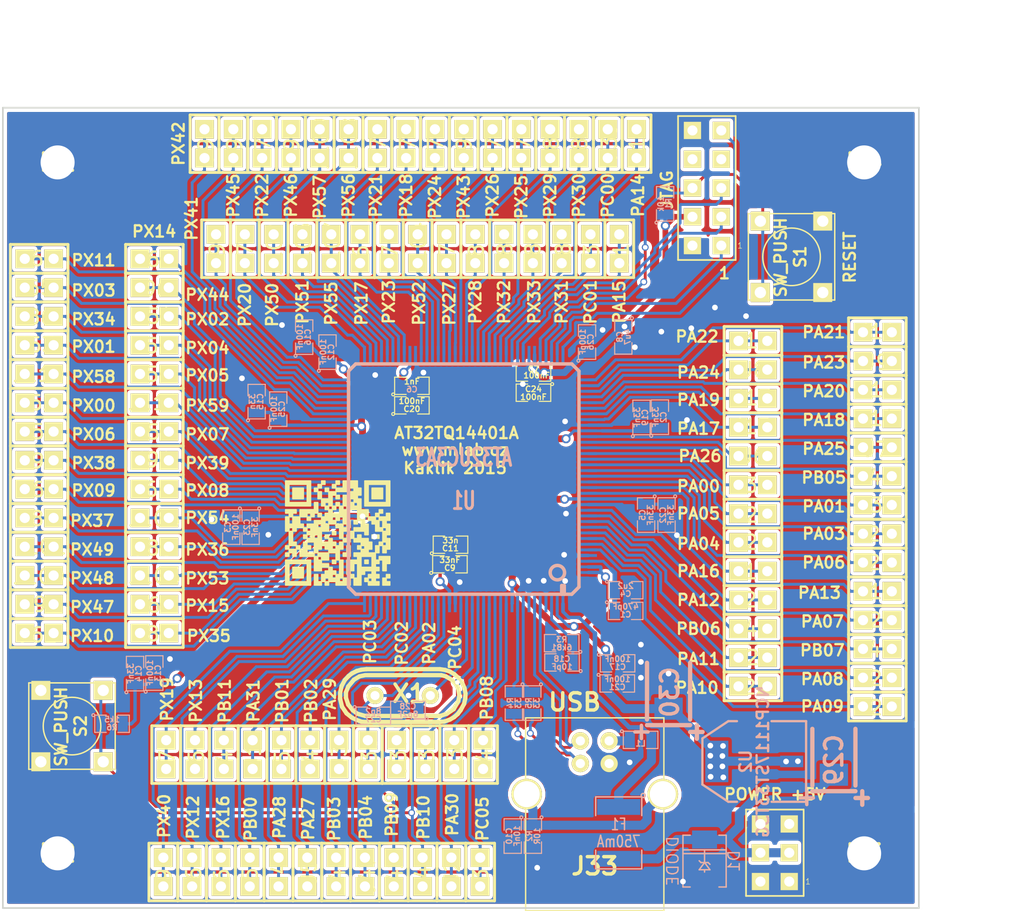
<source format=kicad_pcb>
(kicad_pcb (version 4) (host pcbnew "(2015-01-07 BZR 5359)-product")
  (layers (0 F.Cu mixed) (31 B.Cu signal) (34 B.Paste user) (35 F.Paste user) (36 B.SilkS user) (37 F.SilkS user) (38 B.Mask user) (39 F.Mask user) (44 Edge.Cuts user))
  (net 0 "")
  (net 1 GND)
  (net 2 "Net-(C10-Pad1)")
  (net 3 "Net-(C18-Pad1)")
  (net 4 "Net-(C27-Pad1)")
  (net 5 "Net-(C28-Pad1)")
  (net 6 +5V)
  (net 7 "Net-(J33-Pad2)")
  (net 8 "Net-(J33-Pad3)")
  (net 9 "Net-(CON1-Pad6)")
  (net 10 "Net-(R4-Pad1)")
  (net 11 "Net-(R5-Pad1)")
  (net 12 "Net-(J41-Pad1)")
  (net 13 3V3)
  (net 14 "Net-(CON1-Pad1)")
  (net 15 "Net-(CON1-Pad3)")
  (net 16 "Net-(CON1-Pad5)")
  (net 17 "Net-(CON1-Pad9)")
  (net 18 "Net-(F1-Pad1)")
  (net 19 "Net-(J1-Pad1)")
  (net 20 "Net-(J2-Pad1)")
  (net 21 "Net-(J3-Pad1)")
  (net 22 "Net-(J4-Pad1)")
  (net 23 "Net-(J5-Pad1)")
  (net 24 "Net-(J6-Pad1)")
  (net 25 "Net-(J7-Pad1)")
  (net 26 "Net-(J8-Pad1)")
  (net 27 "Net-(J9-Pad1)")
  (net 28 "Net-(J10-Pad1)")
  (net 29 "Net-(J11-Pad1)")
  (net 30 "Net-(J12-Pad1)")
  (net 31 "Net-(J13-Pad1)")
  (net 32 "Net-(J14-Pad1)")
  (net 33 "Net-(J15-Pad1)")
  (net 34 "Net-(J16-Pad1)")
  (net 35 "Net-(J17-Pad1)")
  (net 36 "Net-(J18-Pad1)")
  (net 37 "Net-(J19-Pad1)")
  (net 38 "Net-(J20-Pad1)")
  (net 39 "Net-(J21-Pad1)")
  (net 40 "Net-(J22-Pad1)")
  (net 41 "Net-(J23-Pad1)")
  (net 42 "Net-(J24-Pad1)")
  (net 43 "Net-(J25-Pad1)")
  (net 44 "Net-(J26-Pad1)")
  (net 45 "Net-(J27-Pad1)")
  (net 46 "Net-(J28-Pad1)")
  (net 47 "Net-(J29-Pad1)")
  (net 48 "Net-(J30-Pad1)")
  (net 49 "Net-(J31-Pad1)")
  (net 50 "Net-(J32-Pad1)")
  (net 51 "Net-(J33-Pad1)")
  (net 52 "Net-(J34-Pad1)")
  (net 53 "Net-(J35-Pad1)")
  (net 54 "Net-(J38-Pad1)")
  (net 55 "Net-(J39-Pad1)")
  (net 56 "Net-(J40-Pad1)")
  (net 57 "Net-(J42-Pad1)")
  (net 58 "Net-(J43-Pad1)")
  (net 59 "Net-(J44-Pad1)")
  (net 60 "Net-(J45-Pad1)")
  (net 61 "Net-(J46-Pad1)")
  (net 62 "Net-(J47-Pad1)")
  (net 63 "Net-(J48-Pad1)")
  (net 64 "Net-(J49-Pad1)")
  (net 65 "Net-(J50-Pad1)")
  (net 66 "Net-(J51-Pad1)")
  (net 67 "Net-(J52-Pad1)")
  (net 68 "Net-(J53-Pad1)")
  (net 69 "Net-(J54-Pad1)")
  (net 70 "Net-(J55-Pad1)")
  (net 71 "Net-(J56-Pad1)")
  (net 72 "Net-(J57-Pad1)")
  (net 73 "Net-(J58-Pad1)")
  (net 74 "Net-(J59-Pad1)")
  (net 75 "Net-(J60-Pad1)")
  (net 76 "Net-(J61-Pad1)")
  (net 77 "Net-(J62-Pad1)")
  (net 78 "Net-(J63-Pad1)")
  (net 79 "Net-(J64-Pad1)")
  (net 80 "Net-(J65-Pad1)")
  (net 81 "Net-(J66-Pad1)")
  (net 82 "Net-(J67-Pad1)")
  (net 83 "Net-(J68-Pad1)")
  (net 84 "Net-(J69-Pad1)")
  (net 85 "Net-(J70-Pad1)")
  (net 86 "Net-(J71-Pad1)")
  (net 87 "Net-(J72-Pad1)")
  (net 88 "Net-(J73-Pad1)")
  (net 89 "Net-(J74-Pad1)")
  (net 90 "Net-(J75-Pad1)")
  (net 91 "Net-(J76-Pad1)")
  (net 92 "Net-(J77-Pad1)")
  (net 93 "Net-(J78-Pad1)")
  (net 94 "Net-(J79-Pad1)")
  (net 95 "Net-(J80-Pad1)")
  (net 96 "Net-(J81-Pad1)")
  (net 97 "Net-(J82-Pad1)")
  (net 98 "Net-(J83-Pad1)")
  (net 99 "Net-(J84-Pad1)")
  (net 100 "Net-(J85-Pad1)")
  (net 101 "Net-(J86-Pad1)")
  (net 102 "Net-(J87-Pad1)")
  (net 103 "Net-(J88-Pad1)")
  (net 104 "Net-(J89-Pad1)")
  (net 105 "Net-(J90-Pad1)")
  (net 106 "Net-(J91-Pad1)")
  (net 107 "Net-(J92-Pad1)")
  (net 108 "Net-(J93-Pad1)")
  (net 109 "Net-(J94-Pad1)")
  (net 110 "Net-(J95-Pad1)")
  (net 111 "Net-(J96-Pad1)")
  (net 112 "Net-(J97-Pad1)")
  (net 113 "Net-(J98-Pad1)")
  (net 114 "Net-(J99-Pad1)")
  (net 115 "Net-(J100-Pad1)")
  (net 116 "Net-(J101-Pad1)")
  (net 117 "Net-(J102-Pad1)")
  (net 118 "Net-(J103-Pad1)")
  (net 119 "Net-(J104-Pad1)")
  (net 120 "Net-(J105-Pad1)")
  (net 121 "Net-(J106-Pad1)")
  (net 122 "Net-(J107-Pad1)")
  (net 123 "Net-(J108-Pad1)")
  (net 124 "Net-(J109-Pad1)")
  (net 125 "Net-(J110-Pad1)")
  (net 126 "Net-(J111-Pad1)")
  (net 127 "Net-(C1-Pad1)")
  (module SMD_Packages:TQFP144 (layer B.Cu) (at 147.574 88.9)
    (fp_text reference U1 (at 0 1.905) (layer B.SilkS) (effects (font (size 1.524 1.016) (thickness 0.3048)) (justify mirror)))
    (fp_text value AT32UC3A3 (at 0 -1.905) (layer B.SilkS) (effects (font (size 1.524 1.016) (thickness 0.3048)) (justify mirror)))
    (pad 1 smd rect (at 8.7503 10.9855) (size 0.254 1.524) (layers B.Cu B.Paste B.Mask) (net 18 "Net-(F1-Pad1)"))
    (pad 2 smd rect (at 8.2423 10.9855) (size 0.254 1.524) (layers B.Cu B.Paste B.Mask) (net 13 3V3))
    (pad 3 smd rect (at 7.747 10.9855) (size 0.254 1.524) (layers B.Cu B.Paste B.Mask) (net 3 "Net-(C18-Pad1)"))
    (pad 4 smd rect (at 7.2517 10.9855) (size 0.254 1.524) (layers B.Cu B.Paste B.Mask) (net 1 GND))
    (pad 5 smd rect (at 6.7437 10.9855) (size 0.254 1.524) (layers B.Cu B.Paste B.Mask) (net 7 "Net-(J33-Pad2)"))
    (pad 6 smd rect (at 6.2484 10.9855) (size 0.254 1.524) (layers B.Cu B.Paste B.Mask) (net 8 "Net-(J33-Pad3)"))
    (pad 7 smd rect (at 5.7531 10.9855) (size 0.254 1.524) (layers B.Cu B.Paste B.Mask) (net 1 GND))
    (pad 8 smd rect (at 5.2451 10.9855) (size 0.254 1.524) (layers B.Cu B.Paste B.Mask) (net 11 "Net-(R5-Pad1)"))
    (pad 9 smd rect (at 4.7498 10.9855) (size 0.254 1.524) (layers B.Cu B.Paste B.Mask) (net 10 "Net-(R4-Pad1)"))
    (pad 10 smd rect (at 4.2545 10.9855) (size 0.254 1.524) (layers B.Cu B.Paste B.Mask) (net 13 3V3))
    (pad 11 smd rect (at 3.7465 10.9855) (size 0.254 1.524) (layers B.Cu B.Paste B.Mask) (net 58 "Net-(J43-Pad1)"))
    (pad 12 smd rect (at 3.2512 10.9855) (size 0.254 1.524) (layers B.Cu B.Paste B.Mask) (net 52 "Net-(J34-Pad1)"))
    (pad 13 smd rect (at 2.7559 10.9855) (size 0.254 1.524) (layers B.Cu B.Paste B.Mask) (net 53 "Net-(J35-Pad1)"))
    (pad 14 smd rect (at 2.2479 10.9855) (size 0.254 1.524) (layers B.Cu B.Paste B.Mask) (net 20 "Net-(J2-Pad1)"))
    (pad 15 smd rect (at 1.7526 10.9855) (size 0.254 1.524) (layers B.Cu B.Paste B.Mask) (net 48 "Net-(J30-Pad1)"))
    (pad 16 smd rect (at 1.2573 10.9855) (size 0.254 1.524) (layers B.Cu B.Paste B.Mask) (net 12 "Net-(J41-Pad1)"))
    (pad 17 smd rect (at 0.7493 10.9855) (size 0.254 1.524) (layers B.Cu B.Paste B.Mask) (net 57 "Net-(J42-Pad1)"))
    (pad 18 smd rect (at 0.254 10.9855) (size 0.254 1.524) (layers B.Cu B.Paste B.Mask) (net 5 "Net-(C28-Pad1)"))
    (pad 19 smd rect (at -0.254 10.9855) (size 0.254 1.524) (layers B.Cu B.Paste B.Mask) (net 4 "Net-(C27-Pad1)"))
    (pad 20 smd rect (at -0.7493 10.9855) (size 0.254 1.524) (layers B.Cu B.Paste B.Mask) (net 1 GND))
    (pad 21 smd rect (at -1.2573 10.9855) (size 0.254 1.524) (layers B.Cu B.Paste B.Mask) (net 13 3V3))
    (pad 22 smd rect (at -1.7526 10.9855) (size 0.254 1.524) (layers B.Cu B.Paste B.Mask) (net 62 "Net-(J47-Pad1)"))
    (pad 23 smd rect (at -2.2479 10.9855) (size 0.254 1.524) (layers B.Cu B.Paste B.Mask) (net 21 "Net-(J3-Pad1)"))
    (pad 24 smd rect (at -2.7559 10.9855) (size 0.254 1.524) (layers B.Cu B.Paste B.Mask) (net 63 "Net-(J48-Pad1)"))
    (pad 25 smd rect (at -3.2512 10.9855) (size 0.254 1.524) (layers B.Cu B.Paste B.Mask) (net 64 "Net-(J49-Pad1)"))
    (pad 26 smd rect (at -3.7465 10.9855) (size 0.254 1.524) (layers B.Cu B.Paste B.Mask) (net 23 "Net-(J5-Pad1)"))
    (pad 27 smd rect (at -4.2545 10.9855) (size 0.254 1.524) (layers B.Cu B.Paste B.Mask) (net 65 "Net-(J50-Pad1)"))
    (pad 28 smd rect (at -4.7498 10.9855) (size 0.254 1.524) (layers B.Cu B.Paste B.Mask) (net 22 "Net-(J4-Pad1)"))
    (pad 29 smd rect (at -5.2451 10.9855) (size 0.254 1.524) (layers B.Cu B.Paste B.Mask) (net 19 "Net-(J1-Pad1)"))
    (pad 30 smd rect (at -5.7531 10.9855) (size 0.254 1.524) (layers B.Cu B.Paste B.Mask) (net 66 "Net-(J51-Pad1)"))
    (pad 31 smd rect (at -6.2484 10.9855) (size 0.254 1.524) (layers B.Cu B.Paste B.Mask) (net 56 "Net-(J40-Pad1)"))
    (pad 32 smd rect (at -6.7437 10.9855) (size 0.254 1.524) (layers B.Cu B.Paste B.Mask) (net 83 "Net-(J68-Pad1)"))
    (pad 33 smd rect (at -7.2517 10.9855) (size 0.254 1.524) (layers B.Cu B.Paste B.Mask) (net 80 "Net-(J65-Pad1)"))
    (pad 34 smd rect (at -7.747 10.9855) (size 0.254 1.524) (layers B.Cu B.Paste B.Mask) (net 79 "Net-(J64-Pad1)"))
    (pad 35 smd rect (at -8.2423 10.9855) (size 0.254 1.524) (layers B.Cu B.Paste B.Mask) (net 86 "Net-(J71-Pad1)"))
    (pad 36 smd rect (at -8.7503 10.9855) (size 0.254 1.524) (layers B.Cu B.Paste B.Mask) (net 107 "Net-(J92-Pad1)"))
    (pad 66 smd rect (at -10.9855 -5.7531) (size 1.524 0.254) (layers B.Cu B.Paste B.Mask) (net 111 "Net-(J96-Pad1)"))
    (pad 67 smd rect (at -10.9855 -6.2484) (size 1.524 0.254) (layers B.Cu B.Paste B.Mask) (net 78 "Net-(J63-Pad1)"))
    (pad 68 smd rect (at -10.9855 -6.7437) (size 1.524 0.254) (layers B.Cu B.Paste B.Mask) (net 81 "Net-(J66-Pad1)"))
    (pad 69 smd rect (at -10.9855 -7.2517) (size 1.524 0.254) (layers B.Cu B.Paste B.Mask) (net 109 "Net-(J94-Pad1)"))
    (pad 70 smd rect (at -10.9855 -7.747) (size 1.524 0.254) (layers B.Cu B.Paste B.Mask) (net 112 "Net-(J97-Pad1)"))
    (pad 71 smd rect (at -10.9855 -8.2423) (size 1.524 0.254) (layers B.Cu B.Paste B.Mask) (net 108 "Net-(J93-Pad1)"))
    (pad 72 smd rect (at -10.9855 -8.7503) (size 1.524 0.254) (layers B.Cu B.Paste B.Mask) (net 89 "Net-(J74-Pad1)"))
    (pad 114 smd rect (at 10.9855 -6.2484) (size 1.524 0.254) (layers B.Cu B.Paste B.Mask) (net 31 "Net-(J13-Pad1)"))
    (pad 115 smd rect (at 10.9855 -5.7531) (size 1.524 0.254) (layers B.Cu B.Paste B.Mask) (net 32 "Net-(J14-Pad1)"))
    (pad 116 smd rect (at 10.9855 -5.2451) (size 1.524 0.254) (layers B.Cu B.Paste B.Mask) (net 33 "Net-(J15-Pad1)"))
    (pad 117 smd rect (at 10.9855 -4.7498) (size 1.524 0.254) (layers B.Cu B.Paste B.Mask) (net 1 GND))
    (pad 118 smd rect (at 10.9855 -4.2545) (size 1.524 0.254) (layers B.Cu B.Paste B.Mask) (net 13 3V3))
    (pad 119 smd rect (at 10.9855 -3.7465) (size 1.524 0.254) (layers B.Cu B.Paste B.Mask) (net 25 "Net-(J7-Pad1)"))
    (pad 120 smd rect (at 10.9855 -3.2512) (size 1.524 0.254) (layers B.Cu B.Paste B.Mask) (net 24 "Net-(J6-Pad1)"))
    (pad 121 smd rect (at 10.9855 -2.7559) (size 1.524 0.254) (layers B.Cu B.Paste B.Mask) (net 61 "Net-(J46-Pad1)"))
    (pad 122 smd rect (at 10.9855 -2.2479) (size 1.524 0.254) (layers B.Cu B.Paste B.Mask) (net 50 "Net-(J32-Pad1)"))
    (pad 123 smd rect (at 10.9855 -1.7526) (size 1.524 0.254) (layers B.Cu B.Paste B.Mask) (net 49 "Net-(J31-Pad1)"))
    (pad 124 smd rect (at 10.9855 -1.2573) (size 1.524 0.254) (layers B.Cu B.Paste B.Mask) (net 45 "Net-(J27-Pad1)"))
    (pad 125 smd rect (at 10.9855 -0.7493) (size 1.524 0.254) (layers B.Cu B.Paste B.Mask) (net 47 "Net-(J29-Pad1)"))
    (pad 126 smd rect (at 10.9855 -0.254) (size 1.524 0.254) (layers B.Cu B.Paste B.Mask) (net 46 "Net-(J28-Pad1)"))
    (pad 127 smd rect (at 10.9855 0.254) (size 1.524 0.254) (layers B.Cu B.Paste B.Mask) (net 44 "Net-(J26-Pad1)"))
    (pad 128 smd rect (at 10.9855 0.7493) (size 1.524 0.254) (layers B.Cu B.Paste B.Mask) (net 34 "Net-(J16-Pad1)"))
    (pad 129 smd rect (at 10.9855 1.2573) (size 1.524 0.254) (layers B.Cu B.Paste B.Mask) (net 37 "Net-(J19-Pad1)"))
    (pad 130 smd rect (at 10.9855 1.7526) (size 1.524 0.254) (layers B.Cu B.Paste B.Mask) (net 13 3V3))
    (pad 131 smd rect (at 10.9855 2.2479) (size 1.524 0.254) (layers B.Cu B.Paste B.Mask) (net 1 GND))
    (pad 132 smd rect (at 10.9855 2.7559) (size 1.524 0.254) (layers B.Cu B.Paste B.Mask) (net 38 "Net-(J20-Pad1)"))
    (pad 133 smd rect (at 10.9855 3.2512) (size 1.524 0.254) (layers B.Cu B.Paste B.Mask) (net 43 "Net-(J25-Pad1)"))
    (pad 134 smd rect (at 10.9855 3.7465) (size 1.524 0.254) (layers B.Cu B.Paste B.Mask) (net 60 "Net-(J45-Pad1)"))
    (pad 135 smd rect (at 10.9855 4.2545) (size 1.524 0.254) (layers B.Cu B.Paste B.Mask) (net 59 "Net-(J44-Pad1)"))
    (pad 136 smd rect (at 10.9855 4.7498) (size 1.524 0.254) (layers B.Cu B.Paste B.Mask) (net 39 "Net-(J21-Pad1)"))
    (pad 137 smd rect (at 10.9855 5.2451) (size 1.524 0.254) (layers B.Cu B.Paste B.Mask) (net 42 "Net-(J24-Pad1)"))
    (pad 138 smd rect (at 10.9855 5.7531) (size 1.524 0.254) (layers B.Cu B.Paste B.Mask) (net 40 "Net-(J22-Pad1)"))
    (pad 139 smd rect (at 10.9855 6.2484) (size 1.524 0.254) (layers B.Cu B.Paste B.Mask) (net 41 "Net-(J23-Pad1)"))
    (pad 140 smd rect (at 10.9855 6.7437) (size 1.524 0.254) (layers B.Cu B.Paste B.Mask) (net 1 GND))
    (pad 141 smd rect (at 10.9855 7.2517) (size 1.524 0.254) (layers B.Cu B.Paste B.Mask) (net 127 "Net-(C1-Pad1)"))
    (pad 142 smd rect (at 10.9855 7.747) (size 1.524 0.254) (layers B.Cu B.Paste B.Mask) (net 13 3V3))
    (pad 143 smd rect (at 10.9855 8.2423) (size 1.524 0.254) (layers B.Cu B.Paste B.Mask) (net 13 3V3))
    (pad 144 smd rect (at 10.9855 8.7503) (size 1.524 0.254) (layers B.Cu B.Paste B.Mask) (net 1 GND))
    (pad 37 smd rect (at -10.9855 8.7503) (size 1.524 0.254) (layers B.Cu B.Paste B.Mask) (net 77 "Net-(J62-Pad1)"))
    (pad 38 smd rect (at -10.9855 8.2423) (size 1.524 0.254) (layers B.Cu B.Paste B.Mask) (net 102 "Net-(J87-Pad1)"))
    (pad 39 smd rect (at -10.9855 7.747) (size 1.524 0.254) (layers B.Cu B.Paste B.Mask) (net 114 "Net-(J99-Pad1)"))
    (pad 40 smd rect (at -10.9855 7.2517) (size 1.524 0.254) (layers B.Cu B.Paste B.Mask) (net 82 "Net-(J67-Pad1)"))
    (pad 41 smd rect (at -10.9855 6.7437) (size 1.524 0.254) (layers B.Cu B.Paste B.Mask) (net 115 "Net-(J100-Pad1)"))
    (pad 42 smd rect (at -10.9855 6.2484) (size 1.524 0.254) (layers B.Cu B.Paste B.Mask) (net 120 "Net-(J105-Pad1)"))
    (pad 43 smd rect (at -10.9855 5.7531) (size 1.524 0.254) (layers B.Cu B.Paste B.Mask) (net 116 "Net-(J101-Pad1)"))
    (pad 44 smd rect (at -10.9855 5.2451) (size 1.524 0.254) (layers B.Cu B.Paste B.Mask) (net 103 "Net-(J88-Pad1)"))
    (pad 45 smd rect (at -10.9855 4.7498) (size 1.524 0.254) (layers B.Cu B.Paste B.Mask) (net 104 "Net-(J89-Pad1)"))
    (pad 46 smd rect (at -10.9855 4.2545) (size 1.524 0.254) (layers B.Cu B.Paste B.Mask) (net 121 "Net-(J106-Pad1)"))
    (pad 47 smd rect (at -10.9855 3.7465) (size 1.524 0.254) (layers B.Cu B.Paste B.Mask) (net 1 GND))
    (pad 48 smd rect (at -10.9855 3.2512) (size 1.524 0.254) (layers B.Cu B.Paste B.Mask) (net 13 3V3))
    (pad 49 smd rect (at -10.9855 2.7559) (size 1.524 0.254) (layers B.Cu B.Paste B.Mask) (net 76 "Net-(J61-Pad1)"))
    (pad 50 smd rect (at -10.9855 2.2479) (size 1.524 0.254) (layers B.Cu B.Paste B.Mask) (net 75 "Net-(J60-Pad1)"))
    (pad 51 smd rect (at -10.9855 1.7526) (size 1.524 0.254) (layers B.Cu B.Paste B.Mask) (net 105 "Net-(J90-Pad1)"))
    (pad 52 smd rect (at -10.9855 1.2573) (size 1.524 0.254) (layers B.Cu B.Paste B.Mask) (net 106 "Net-(J91-Pad1)"))
    (pad 53 smd rect (at -10.9855 0.7493) (size 1.524 0.254) (layers B.Cu B.Paste B.Mask) (net 73 "Net-(J58-Pad1)"))
    (pad 54 smd rect (at -10.9855 0.254) (size 1.524 0.254) (layers B.Cu B.Paste B.Mask) (net 74 "Net-(J59-Pad1)"))
    (pad 55 smd rect (at -10.9855 -0.254) (size 1.524 0.254) (layers B.Cu B.Paste B.Mask) (net 67 "Net-(J52-Pad1)"))
    (pad 56 smd rect (at -10.9855 -0.7493) (size 1.524 0.254) (layers B.Cu B.Paste B.Mask) (net 126 "Net-(J111-Pad1)"))
    (pad 57 smd rect (at -10.9855 -1.2573) (size 1.524 0.254) (layers B.Cu B.Paste B.Mask) (net 125 "Net-(J110-Pad1)"))
    (pad 58 smd rect (at -10.9855 -1.7526) (size 1.524 0.254) (layers B.Cu B.Paste B.Mask) (net 72 "Net-(J57-Pad1)"))
    (pad 59 smd rect (at -10.9855 -2.2479) (size 1.524 0.254) (layers B.Cu B.Paste B.Mask) (net 68 "Net-(J53-Pad1)"))
    (pad 60 smd rect (at -10.9855 -2.7559) (size 1.524 0.254) (layers B.Cu B.Paste B.Mask) (net 71 "Net-(J56-Pad1)"))
    (pad 61 smd rect (at -10.9855 -3.2512) (size 1.524 0.254) (layers B.Cu B.Paste B.Mask) (net 101 "Net-(J86-Pad1)"))
    (pad 62 smd rect (at -10.9855 -3.7465) (size 1.524 0.254) (layers B.Cu B.Paste B.Mask) (net 69 "Net-(J54-Pad1)"))
    (pad 63 smd rect (at -10.9855 -4.2545) (size 1.524 0.254) (layers B.Cu B.Paste B.Mask) (net 70 "Net-(J55-Pad1)"))
    (pad 64 smd rect (at -10.9855 -4.7498) (size 1.524 0.254) (layers B.Cu B.Paste B.Mask) (net 13 3V3))
    (pad 65 smd rect (at -10.9855 -5.2451) (size 1.524 0.254) (layers B.Cu B.Paste B.Mask) (net 1 GND))
    (pad 78 smd rect (at -6.2484 -10.9855) (size 0.254 1.524) (layers B.Cu B.Paste B.Mask) (net 123 "Net-(J108-Pad1)"))
    (pad 79 smd rect (at -5.7531 -10.9855) (size 0.254 1.524) (layers B.Cu B.Paste B.Mask) (net 122 "Net-(J107-Pad1)"))
    (pad 80 smd rect (at -5.2451 -10.9855) (size 0.254 1.524) (layers B.Cu B.Paste B.Mask) (net 88 "Net-(J73-Pad1)"))
    (pad 81 smd rect (at -4.7498 -10.9855) (size 0.254 1.524) (layers B.Cu B.Paste B.Mask) (net 13 3V3))
    (pad 82 smd rect (at -4.2545 -10.9855) (size 0.254 1.524) (layers B.Cu B.Paste B.Mask) (net 1 GND))
    (pad 83 smd rect (at -3.7465 -10.9855) (size 0.254 1.524) (layers B.Cu B.Paste B.Mask) (net 84 "Net-(J69-Pad1)"))
    (pad 84 smd rect (at -3.2512 -10.9855) (size 0.254 1.524) (layers B.Cu B.Paste B.Mask) (net 85 "Net-(J70-Pad1)"))
    (pad 85 smd rect (at -2.7559 -10.9855) (size 0.254 1.524) (layers B.Cu B.Paste B.Mask) (net 90 "Net-(J75-Pad1)"))
    (pad 86 smd rect (at -2.2479 -10.9855) (size 0.254 1.524) (layers B.Cu B.Paste B.Mask) (net 91 "Net-(J76-Pad1)"))
    (pad 87 smd rect (at -1.7526 -10.9855) (size 0.254 1.524) (layers B.Cu B.Paste B.Mask) (net 119 "Net-(J104-Pad1)"))
    (pad 88 smd rect (at -1.2573 -10.9855) (size 0.254 1.524) (layers B.Cu B.Paste B.Mask) (net 110 "Net-(J95-Pad1)"))
    (pad 89 smd rect (at -0.7493 -10.9855) (size 0.254 1.524) (layers B.Cu B.Paste B.Mask) (net 94 "Net-(J79-Pad1)"))
    (pad 90 smd rect (at -0.254 -10.9855) (size 0.254 1.524) (layers B.Cu B.Paste B.Mask) (net 93 "Net-(J78-Pad1)"))
    (pad 91 smd rect (at 0.254 -10.9855) (size 0.254 1.524) (layers B.Cu B.Paste B.Mask) (net 95 "Net-(J80-Pad1)"))
    (pad 92 smd rect (at 0.7493 -10.9855) (size 0.254 1.524) (layers B.Cu B.Paste B.Mask) (net 92 "Net-(J77-Pad1)"))
    (pad 93 smd rect (at 1.2573 -10.9855) (size 0.254 1.524) (layers B.Cu B.Paste B.Mask) (net 99 "Net-(J84-Pad1)"))
    (pad 94 smd rect (at 1.7526 -10.9855) (size 0.254 1.524) (layers B.Cu B.Paste B.Mask) (net 96 "Net-(J81-Pad1)"))
    (pad 95 smd rect (at 2.2479 -10.9855) (size 0.254 1.524) (layers B.Cu B.Paste B.Mask) (net 100 "Net-(J85-Pad1)"))
    (pad 96 smd rect (at 2.7559 -10.9855) (size 0.254 1.524) (layers B.Cu B.Paste B.Mask) (net 97 "Net-(J82-Pad1)"))
    (pad 97 smd rect (at 3.2512 -10.9855) (size 0.254 1.524) (layers B.Cu B.Paste B.Mask) (net 98 "Net-(J83-Pad1)"))
    (pad 98 smd rect (at 3.7465 -10.9855) (size 0.254 1.524) (layers B.Cu B.Paste B.Mask) (net 55 "Net-(J39-Pad1)"))
    (pad 99 smd rect (at 4.2545 -10.9855) (size 0.254 1.524) (layers B.Cu B.Paste B.Mask) (net 54 "Net-(J38-Pad1)"))
    (pad 100 smd rect (at 4.7498 -10.9855) (size 0.254 1.524) (layers B.Cu B.Paste B.Mask) (net 36 "Net-(J18-Pad1)"))
    (pad 101 smd rect (at 5.2451 -10.9855) (size 0.254 1.524) (layers B.Cu B.Paste B.Mask) (net 35 "Net-(J17-Pad1)"))
    (pad 102 smd rect (at 5.7531 -10.9855) (size 0.254 1.524) (layers B.Cu B.Paste B.Mask) (net 1 GND))
    (pad 103 smd rect (at 6.2484 -10.9855) (size 0.254 1.524) (layers B.Cu B.Paste B.Mask) (net 13 3V3))
    (pad 104 smd rect (at 6.7437 -10.9855) (size 0.254 1.524) (layers B.Cu B.Paste B.Mask) (net 16 "Net-(CON1-Pad5)"))
    (pad 105 smd rect (at 7.2517 -10.9855) (size 0.254 1.524) (layers B.Cu B.Paste B.Mask) (net 15 "Net-(CON1-Pad3)"))
    (pad 106 smd rect (at 7.747 -10.9855) (size 0.254 1.524) (layers B.Cu B.Paste B.Mask) (net 9 "Net-(CON1-Pad6)"))
    (pad 107 smd rect (at 8.2423 -10.9855) (size 0.254 1.524) (layers B.Cu B.Paste B.Mask) (net 14 "Net-(CON1-Pad1)"))
    (pad 108 smd rect (at 8.7503 -10.9855) (size 0.254 1.524) (layers B.Cu B.Paste B.Mask) (net 17 "Net-(CON1-Pad9)"))
    (pad 73 smd rect (at -8.7503 -10.9855) (size 0.254 1.524) (layers B.Cu B.Paste B.Mask) (net 87 "Net-(J72-Pad1)"))
    (pad 74 smd rect (at -8.2423 -10.9855) (size 0.254 1.524) (layers B.Cu B.Paste B.Mask) (net 113 "Net-(J98-Pad1)"))
    (pad 75 smd rect (at -7.747 -10.9855) (size 0.254 1.524) (layers B.Cu B.Paste B.Mask) (net 117 "Net-(J102-Pad1)"))
    (pad 76 smd rect (at -7.2517 -10.9855) (size 0.254 1.524) (layers B.Cu B.Paste B.Mask) (net 124 "Net-(J109-Pad1)"))
    (pad 77 smd rect (at -6.7437 -10.9855) (size 0.254 1.524) (layers B.Cu B.Paste B.Mask) (net 118 "Net-(J103-Pad1)"))
    (pad 109 smd rect (at 10.9855 -8.7503) (size 1.524 0.254) (layers B.Cu B.Paste B.Mask) (net 29 "Net-(J11-Pad1)"))
    (pad 110 smd rect (at 10.9855 -8.2423) (size 1.524 0.254) (layers B.Cu B.Paste B.Mask) (net 28 "Net-(J10-Pad1)"))
    (pad 111 smd rect (at 10.9855 -7.747) (size 1.524 0.254) (layers B.Cu B.Paste B.Mask) (net 27 "Net-(J9-Pad1)"))
    (pad 112 smd rect (at 10.9855 -7.2517) (size 1.524 0.254) (layers B.Cu B.Paste B.Mask) (net 26 "Net-(J8-Pad1)"))
    (pad 113 smd rect (at 10.9855 -6.7437) (size 1.524 0.254) (layers B.Cu B.Paste B.Mask) (net 30 "Net-(J12-Pad1)"))
  )
  (module SMD_Packages:SM0805 (layer B.Cu) (at 161.8488 100.5332)
    (fp_text reference C1 (at 0 0.3175) (layer B.SilkS) (effects (font (size 0.50038 0.50038) (thickness 0.10922)) (justify mirror)))
    (fp_text value 470pF (at 0 -0.381) (layer B.SilkS) (effects (font (size 0.50038 0.50038) (thickness 0.10922)) (justify mirror)))
    (pad 1 smd rect (at -0.9525 0) (size 0.889 1.397) (layers B.Cu B.Paste B.Mask) (net 127 "Net-(C1-Pad1)"))
    (pad 2 smd rect (at 0.9525 0) (size 0.889 1.397) (layers B.Cu B.Paste B.Mask) (net 1 GND))
  )
  (module SMD_Packages:SM0805 (layer B.Cu) (at 164.8714 83.439 90)
    (fp_text reference C2 (at 0 0.3175 90) (layer B.SilkS) (effects (font (size 0.50038 0.50038) (thickness 0.10922)) (justify mirror)))
    (fp_text value 33nF (at 0 -0.381 90) (layer B.SilkS) (effects (font (size 0.50038 0.50038) (thickness 0.10922)) (justify mirror)))
    (pad 1 smd rect (at -0.9525 0 90) (size 0.889 1.397) (layers B.Cu B.Paste B.Mask) (net 13 3V3))
    (pad 2 smd rect (at 0.9525 0 90) (size 0.889 1.397) (layers B.Cu B.Paste B.Mask) (net 1 GND))
  )
  (module SMD_Packages:SM0805 (layer B.Cu) (at 127.0762 93.1418 270)
    (fp_text reference C3 (at 0 0.3175 270) (layer B.SilkS) (effects (font (size 0.50038 0.50038) (thickness 0.10922)) (justify mirror)))
    (fp_text value 100nF (at 0 -0.381 270) (layer B.SilkS) (effects (font (size 0.50038 0.50038) (thickness 0.10922)) (justify mirror)))
    (pad 1 smd rect (at -0.9525 0 270) (size 0.889 1.397) (layers B.Cu B.Paste B.Mask) (net 13 3V3))
    (pad 2 smd rect (at 0.9525 0 270) (size 0.889 1.397) (layers B.Cu B.Paste B.Mask) (net 1 GND))
  )
  (module SMD_Packages:SM0805 (layer B.Cu) (at 161.8488 98.7044)
    (fp_text reference C4 (at 0 0.3175) (layer B.SilkS) (effects (font (size 0.50038 0.50038) (thickness 0.10922)) (justify mirror)))
    (fp_text value 2u2 (at 0 -0.381) (layer B.SilkS) (effects (font (size 0.50038 0.50038) (thickness 0.10922)) (justify mirror)))
    (pad 1 smd rect (at -0.9525 0) (size 0.889 1.397) (layers B.Cu B.Paste B.Mask) (net 127 "Net-(C1-Pad1)"))
    (pad 2 smd rect (at 0.9525 0) (size 0.889 1.397) (layers B.Cu B.Paste B.Mask) (net 1 GND))
  )
  (module SMD_Packages:SM0805 (layer B.Cu) (at 163.6522 92.075 270)
    (fp_text reference C5 (at 0 0.3175 270) (layer B.SilkS) (effects (font (size 0.50038 0.50038) (thickness 0.10922)) (justify mirror)))
    (fp_text value 33nF (at 0 -0.381 270) (layer B.SilkS) (effects (font (size 0.50038 0.50038) (thickness 0.10922)) (justify mirror)))
    (pad 1 smd rect (at -0.9525 0 270) (size 0.889 1.397) (layers B.Cu B.Paste B.Mask) (net 13 3V3))
    (pad 2 smd rect (at 0.9525 0 270) (size 0.889 1.397) (layers B.Cu B.Paste B.Mask) (net 1 GND))
  )
  (module SMD_Packages:SM0805 (layer F.Cu) (at 143.002 80.6704)
    (fp_text reference C6 (at 0 0.3175) (layer B.SilkS) (effects (font (size 0.50038 0.50038) (thickness 0.10922)) (justify mirror)))
    (fp_text value 1nF (at 0 -0.381) (layer F.SilkS) (effects (font (size 0.50038 0.50038) (thickness 0.10922))))
    (pad 1 smd rect (at -0.9525 0) (size 0.889 1.397) (layers F.Cu F.Paste F.Mask) (net 13 3V3))
    (pad 2 smd rect (at 0.9525 0) (size 0.889 1.397) (layers F.Cu F.Paste F.Mask) (net 1 GND))
  )
  (module SMD_Packages:SM0805 (layer F.Cu) (at 153.7208 79.502 180)
    (fp_text reference C7 (at 0 0.3175 180) (layer F.SilkS) (effects (font (size 0.50038 0.50038) (thickness 0.10922))))
    (fp_text value 100nF (at -0.2794 -0.254 180) (layer F.SilkS) (effects (font (size 0.50038 0.50038) (thickness 0.10922))))
    (pad 1 smd rect (at -0.9525 0 180) (size 0.889 1.397) (layers F.Cu F.Paste F.Mask) (net 13 3V3))
    (pad 2 smd rect (at 0.9525 0 180) (size 0.889 1.397) (layers F.Cu F.Paste F.Mask) (net 1 GND))
  )
  (module SMD_Packages:SM0805 (layer B.Cu) (at 161.6456 76.3524 270)
    (fp_text reference C8 (at 0 0.3175 270) (layer B.SilkS) (effects (font (size 0.50038 0.50038) (thickness 0.10922)) (justify mirror)))
    (fp_text value 4u7 (at 0 -0.381 270) (layer B.SilkS) (effects (font (size 0.50038 0.50038) (thickness 0.10922)) (justify mirror)))
    (pad 1 smd rect (at -0.9525 0 270) (size 0.889 1.397) (layers B.Cu B.Paste B.Mask) (net 13 3V3))
    (pad 2 smd rect (at 0.9525 0 270) (size 0.889 1.397) (layers B.Cu B.Paste B.Mask) (net 1 GND))
  )
  (module SMD_Packages:SM0805 (layer F.Cu) (at 146.3548 96.4184)
    (fp_text reference C9 (at 0 0.3175) (layer F.SilkS) (effects (font (size 0.50038 0.50038) (thickness 0.10922))))
    (fp_text value 33nF (at 0 -0.381) (layer F.SilkS) (effects (font (size 0.50038 0.50038) (thickness 0.10922))))
    (pad 1 smd rect (at -0.9525 0) (size 0.889 1.397) (layers F.Cu F.Paste F.Mask) (net 13 3V3))
    (pad 2 smd rect (at 0.9525 0) (size 0.889 1.397) (layers F.Cu F.Paste F.Mask) (net 1 GND))
  )
  (module SMD_Packages:SM0805 (layer B.Cu) (at 151.892 120.396 270)
    (fp_text reference C10 (at 0 0.3175 270) (layer B.SilkS) (effects (font (size 0.50038 0.50038) (thickness 0.10922)) (justify mirror)))
    (fp_text value 10nF (at 0 -0.381 270) (layer B.SilkS) (effects (font (size 0.50038 0.50038) (thickness 0.10922)) (justify mirror)))
    (pad 1 smd rect (at -0.9525 0 270) (size 0.889 1.397) (layers B.Cu B.Paste B.Mask) (net 2 "Net-(C10-Pad1)"))
    (pad 2 smd rect (at 0.9525 0 270) (size 0.889 1.397) (layers B.Cu B.Paste B.Mask) (net 1 GND))
  )
  (module SMD_Packages:SM0805 (layer F.Cu) (at 146.4056 94.6912)
    (fp_text reference C11 (at 0 0.3175) (layer F.SilkS) (effects (font (size 0.50038 0.50038) (thickness 0.10922))))
    (fp_text value 33n (at 0 -0.381) (layer F.SilkS) (effects (font (size 0.50038 0.50038) (thickness 0.10922))))
    (pad 1 smd rect (at -0.9525 0) (size 0.889 1.397) (layers F.Cu F.Paste F.Mask) (net 13 3V3))
    (pad 2 smd rect (at 0.9525 0) (size 0.889 1.397) (layers F.Cu F.Paste F.Mask) (net 1 GND))
  )
  (module SMD_Packages:SM0805 (layer B.Cu) (at 135.5598 77.6986 90)
    (fp_text reference C12 (at 0 0.3175 90) (layer B.SilkS) (effects (font (size 0.50038 0.50038) (thickness 0.10922)) (justify mirror)))
    (fp_text value 100nF (at 0 -0.381 90) (layer B.SilkS) (effects (font (size 0.50038 0.50038) (thickness 0.10922)) (justify mirror)))
    (pad 1 smd rect (at -0.9525 0 90) (size 0.889 1.397) (layers B.Cu B.Paste B.Mask) (net 13 3V3))
    (pad 2 smd rect (at 0.9525 0 90) (size 0.889 1.397) (layers B.Cu B.Paste B.Mask) (net 1 GND))
  )
  (module SMD_Packages:SM0805 (layer B.Cu) (at 120.28932 106.01452 90)
    (fp_text reference C13 (at 0 0.3175 90) (layer B.SilkS) (effects (font (size 0.50038 0.50038) (thickness 0.10922)) (justify mirror)))
    (fp_text value 100nF (at 0 -0.381 90) (layer B.SilkS) (effects (font (size 0.50038 0.50038) (thickness 0.10922)) (justify mirror)))
    (pad 1 smd rect (at -0.9525 0 90) (size 0.889 1.397) (layers B.Cu B.Paste B.Mask) (net 13 3V3))
    (pad 2 smd rect (at 0.9525 0 90) (size 0.889 1.397) (layers B.Cu B.Paste B.Mask) (net 1 GND))
  )
  (module SMD_Packages:SM0805 (layer B.Cu) (at 118.58752 106.06532 90)
    (fp_text reference C14 (at 0 0.3175 90) (layer B.SilkS) (effects (font (size 0.50038 0.50038) (thickness 0.10922)) (justify mirror)))
    (fp_text value 33nF (at 0 -0.381 90) (layer B.SilkS) (effects (font (size 0.50038 0.50038) (thickness 0.10922)) (justify mirror)))
    (pad 1 smd rect (at -0.9525 0 90) (size 0.889 1.397) (layers B.Cu B.Paste B.Mask) (net 13 3V3))
    (pad 2 smd rect (at 0.9525 0 90) (size 0.889 1.397) (layers B.Cu B.Paste B.Mask) (net 1 GND))
  )
  (module SMD_Packages:SM0805 (layer B.Cu) (at 129.3114 82.0674 90)
    (fp_text reference C15 (at 0 0.3175 90) (layer B.SilkS) (effects (font (size 0.50038 0.50038) (thickness 0.10922)) (justify mirror)))
    (fp_text value 33n (at 0 -0.381 90) (layer B.SilkS) (effects (font (size 0.50038 0.50038) (thickness 0.10922)) (justify mirror)))
    (pad 1 smd rect (at -0.9525 0 90) (size 0.889 1.397) (layers B.Cu B.Paste B.Mask) (net 13 3V3))
    (pad 2 smd rect (at 0.9525 0 90) (size 0.889 1.397) (layers B.Cu B.Paste B.Mask) (net 1 GND))
  )
  (module SMD_Packages:SM0805 (layer B.Cu) (at 133.5024 76.3778 90)
    (fp_text reference C16 (at 0 0.3175 90) (layer B.SilkS) (effects (font (size 0.50038 0.50038) (thickness 0.10922)) (justify mirror)))
    (fp_text value 100nF (at 0 -0.381 90) (layer B.SilkS) (effects (font (size 0.50038 0.50038) (thickness 0.10922)) (justify mirror)))
    (pad 1 smd rect (at -0.9525 0 90) (size 0.889 1.397) (layers B.Cu B.Paste B.Mask) (net 13 3V3))
    (pad 2 smd rect (at 0.9525 0 90) (size 0.889 1.397) (layers B.Cu B.Paste B.Mask) (net 1 GND))
  )
  (module SMD_Packages:SM0805 (layer B.Cu) (at 161.1376 105.156)
    (fp_text reference C17 (at 0 0.3175) (layer B.SilkS) (effects (font (size 0.50038 0.50038) (thickness 0.10922)) (justify mirror)))
    (fp_text value 100nF (at 0 -0.381) (layer B.SilkS) (effects (font (size 0.50038 0.50038) (thickness 0.10922)) (justify mirror)))
    (pad 1 smd rect (at -0.9525 0) (size 0.889 1.397) (layers B.Cu B.Paste B.Mask) (net 13 3V3))
    (pad 2 smd rect (at 0.9525 0) (size 0.889 1.397) (layers B.Cu B.Paste B.Mask) (net 1 GND))
  )
  (module SMD_Packages:SM0805 (layer B.Cu) (at 156.2354 105.0798 180)
    (fp_text reference C18 (at 0 0.3175 180) (layer B.SilkS) (effects (font (size 0.50038 0.50038) (thickness 0.10922)) (justify mirror)))
    (fp_text value 10pF (at 0 -0.381 180) (layer B.SilkS) (effects (font (size 0.50038 0.50038) (thickness 0.10922)) (justify mirror)))
    (pad 1 smd rect (at -0.9525 0 180) (size 0.889 1.397) (layers B.Cu B.Paste B.Mask) (net 3 "Net-(C18-Pad1)"))
    (pad 2 smd rect (at 0.9525 0 180) (size 0.889 1.397) (layers B.Cu B.Paste B.Mask) (net 1 GND))
  )
  (module SMD_Packages:SM0805 (layer B.Cu) (at 163.2458 83.4644 90)
    (fp_text reference C19 (at 0 0.3175 90) (layer B.SilkS) (effects (font (size 0.50038 0.50038) (thickness 0.10922)) (justify mirror)))
    (fp_text value 33nF (at 0 -0.381 90) (layer B.SilkS) (effects (font (size 0.50038 0.50038) (thickness 0.10922)) (justify mirror)))
    (pad 1 smd rect (at -0.9525 0 90) (size 0.889 1.397) (layers B.Cu B.Paste B.Mask) (net 13 3V3))
    (pad 2 smd rect (at 0.9525 0 90) (size 0.889 1.397) (layers B.Cu B.Paste B.Mask) (net 1 GND))
  )
  (module SMD_Packages:SM0805 (layer F.Cu) (at 143.002 82.3976)
    (fp_text reference C20 (at 0 0.3175) (layer F.SilkS) (effects (font (size 0.50038 0.50038) (thickness 0.10922))))
    (fp_text value 100nF (at 0 -0.381) (layer F.SilkS) (effects (font (size 0.50038 0.50038) (thickness 0.10922))))
    (pad 1 smd rect (at -0.9525 0) (size 0.889 1.397) (layers F.Cu F.Paste F.Mask) (net 13 3V3))
    (pad 2 smd rect (at 0.9525 0) (size 0.889 1.397) (layers F.Cu F.Paste F.Mask) (net 1 GND))
  )
  (module SMD_Packages:SM0805 (layer B.Cu) (at 161.1122 106.934)
    (fp_text reference C21 (at 0 0.3175) (layer B.SilkS) (effects (font (size 0.50038 0.50038) (thickness 0.10922)) (justify mirror)))
    (fp_text value 100nF (at 0 -0.381) (layer B.SilkS) (effects (font (size 0.50038 0.50038) (thickness 0.10922)) (justify mirror)))
    (pad 1 smd rect (at -0.9525 0) (size 0.889 1.397) (layers B.Cu B.Paste B.Mask) (net 13 3V3))
    (pad 2 smd rect (at 0.9525 0) (size 0.889 1.397) (layers B.Cu B.Paste B.Mask) (net 1 GND))
  )
  (module SMD_Packages:SM0805 (layer B.Cu) (at 165.4556 92.075 270)
    (fp_text reference C22 (at 0 0.3175 270) (layer B.SilkS) (effects (font (size 0.50038 0.50038) (thickness 0.10922)) (justify mirror)))
    (fp_text value 33nF (at 0 -0.381 270) (layer B.SilkS) (effects (font (size 0.50038 0.50038) (thickness 0.10922)) (justify mirror)))
    (pad 1 smd rect (at -0.9525 0 270) (size 0.889 1.397) (layers B.Cu B.Paste B.Mask) (net 13 3V3))
    (pad 2 smd rect (at 0.9525 0 270) (size 0.889 1.397) (layers B.Cu B.Paste B.Mask) (net 1 GND))
  )
  (module SMD_Packages:SM0805 (layer B.Cu) (at 128.778 93.1418 270)
    (fp_text reference C23 (at 0 0.3175 270) (layer B.SilkS) (effects (font (size 0.50038 0.50038) (thickness 0.10922)) (justify mirror)))
    (fp_text value 33nF (at 0 -0.381 270) (layer B.SilkS) (effects (font (size 0.50038 0.50038) (thickness 0.10922)) (justify mirror)))
    (pad 1 smd rect (at -0.9525 0 270) (size 0.889 1.397) (layers B.Cu B.Paste B.Mask) (net 13 3V3))
    (pad 2 smd rect (at 0.9525 0 270) (size 0.889 1.397) (layers B.Cu B.Paste B.Mask) (net 1 GND))
  )
  (module SMD_Packages:SM0805 (layer F.Cu) (at 153.7208 81.28 180)
    (fp_text reference C24 (at 0 0.3175 180) (layer F.SilkS) (effects (font (size 0.50038 0.50038) (thickness 0.10922))))
    (fp_text value 100nF (at 0 -0.381 180) (layer F.SilkS) (effects (font (size 0.50038 0.50038) (thickness 0.10922))))
    (pad 1 smd rect (at -0.9525 0 180) (size 0.889 1.397) (layers F.Cu F.Paste F.Mask) (net 13 3V3))
    (pad 2 smd rect (at 0.9525 0 180) (size 0.889 1.397) (layers F.Cu F.Paste F.Mask) (net 1 GND))
  )
  (module SMD_Packages:SM0805 (layer B.Cu) (at 131.2164 82.7278 90)
    (fp_text reference C25 (at 0 0.3175 90) (layer B.SilkS) (effects (font (size 0.50038 0.50038) (thickness 0.10922)) (justify mirror)))
    (fp_text value 100nF (at 0 -0.381 90) (layer B.SilkS) (effects (font (size 0.50038 0.50038) (thickness 0.10922)) (justify mirror)))
    (pad 1 smd rect (at -0.9525 0 90) (size 0.889 1.397) (layers B.Cu B.Paste B.Mask) (net 13 3V3))
    (pad 2 smd rect (at 0.9525 0 90) (size 0.889 1.397) (layers B.Cu B.Paste B.Mask) (net 1 GND))
  )
  (module SMD_Packages:SM0805 (layer B.Cu) (at 158.4452 76.8096 90)
    (fp_text reference C26 (at 0 0.3175 90) (layer B.SilkS) (effects (font (size 0.50038 0.50038) (thickness 0.10922)) (justify mirror)))
    (fp_text value 100pF (at 0 -0.381 90) (layer B.SilkS) (effects (font (size 0.50038 0.50038) (thickness 0.10922)) (justify mirror)))
    (pad 1 smd rect (at -0.9525 0 90) (size 0.889 1.397) (layers B.Cu B.Paste B.Mask) (net 13 3V3))
    (pad 2 smd rect (at 0.9525 0 90) (size 0.889 1.397) (layers B.Cu B.Paste B.Mask) (net 1 GND))
  )
  (module SMD_Packages:SM0805 (layer B.Cu) (at 139.5984 109.7788)
    (fp_text reference C27 (at 0 0.3175) (layer B.SilkS) (effects (font (size 0.50038 0.50038) (thickness 0.10922)) (justify mirror)))
    (fp_text value 8p2 (at 0 -0.381) (layer B.SilkS) (effects (font (size 0.50038 0.50038) (thickness 0.10922)) (justify mirror)))
    (pad 1 smd rect (at -0.9525 0) (size 0.889 1.397) (layers B.Cu B.Paste B.Mask) (net 4 "Net-(C27-Pad1)"))
    (pad 2 smd rect (at 0.9525 0) (size 0.889 1.397) (layers B.Cu B.Paste B.Mask) (net 1 GND))
  )
  (module SMD_Packages:SM0805 (layer B.Cu) (at 142.6464 109.2708 180)
    (fp_text reference C28 (at 0 0.3175 180) (layer B.SilkS) (effects (font (size 0.50038 0.50038) (thickness 0.10922)) (justify mirror)))
    (fp_text value 8p2F (at 0 -0.381 180) (layer B.SilkS) (effects (font (size 0.50038 0.50038) (thickness 0.10922)) (justify mirror)))
    (pad 1 smd rect (at -0.9525 0 180) (size 0.889 1.397) (layers B.Cu B.Paste B.Mask) (net 5 "Net-(C28-Pad1)"))
    (pad 2 smd rect (at 0.9525 0 180) (size 0.889 1.397) (layers B.Cu B.Paste B.Mask) (net 1 GND))
  )
  (module SMD_Packages:SM1812 (layer B.Cu) (at 161.2392 120.1166 270)
    (fp_text reference F1 (at -0.74676 0 540) (layer B.SilkS) (effects (font (size 1.016 0.762) (thickness 0.127)) (justify mirror)))
    (fp_text value 750mA (at 0.762 0 540) (layer B.SilkS) (effects (font (size 1.016 0.762) (thickness 0.127)) (justify mirror)))
    (pad 1 smd rect (at -2.286 0 270) (size 1.397 3.81) (layers B.Cu B.Paste B.Mask) (net 18 "Net-(F1-Pad1)"))
    (pad 2 smd rect (at 2.286 0 270) (size 1.397 3.81) (layers B.Cu B.Paste B.Mask) (net 6 +5V))
  )
  (module Connect:USB_B (layer F.Cu) (at 159.12592 116.69776)
    (fp_text reference J33 (at 0 6.35) (layer F.SilkS) (effects (font (thickness 0.3048))))
    (fp_text value USB (at -1.77292 -8.11276) (layer F.SilkS) (effects (font (thickness 0.3048))))
    (pad 1 thru_hole circle (at 1.27 -4.699) (size 1.524 1.524) (drill 0.8128) (layers *.Cu *.Mask F.SilkS) (net 51 "Net-(J33-Pad1)"))
    (pad 2 thru_hole circle (at -1.27 -4.699) (size 1.524 1.524) (drill 0.8128) (layers *.Cu *.Mask F.SilkS) (net 7 "Net-(J33-Pad2)"))
    (pad 3 thru_hole circle (at -1.27 -2.70002) (size 1.524 1.524) (drill 0.8128) (layers *.Cu *.Mask F.SilkS) (net 8 "Net-(J33-Pad3)"))
    (pad 4 thru_hole circle (at 1.27 -2.70002) (size 1.524 1.524) (drill 0.8128) (layers *.Cu *.Mask F.SilkS) (net 1 GND))
    (pad 5 thru_hole circle (at 5.99948 0) (size 2.70002 2.70002) (drill 2.30124) (layers *.Cu *.Mask F.SilkS) (net 2 "Net-(C10-Pad1)"))
    (pad 6 thru_hole circle (at -5.99948 0) (size 2.70002 2.70002) (drill 2.30124) (layers *.Cu *.Mask F.SilkS) (net 2 "Net-(C10-Pad1)"))
  )
  (module SMD_Packages:SM0805 (layer B.Cu) (at 165.3286 64.6176 90)
    (fp_text reference R1 (at 0 0.3175 90) (layer B.SilkS) (effects (font (size 0.50038 0.50038) (thickness 0.10922)) (justify mirror)))
    (fp_text value 10k (at 0 -0.381 90) (layer B.SilkS) (effects (font (size 0.50038 0.50038) (thickness 0.10922)) (justify mirror)))
    (pad 1 smd rect (at -0.9525 0 90) (size 0.889 1.397) (layers B.Cu B.Paste B.Mask) (net 13 3V3))
    (pad 2 smd rect (at 0.9525 0 90) (size 0.889 1.397) (layers B.Cu B.Paste B.Mask) (net 9 "Net-(CON1-Pad6)"))
  )
  (module SMD_Packages:SM0805 (layer B.Cu) (at 156.21 103.378 180)
    (fp_text reference R3 (at 0 0.3175 180) (layer B.SilkS) (effects (font (size 0.50038 0.50038) (thickness 0.10922)) (justify mirror)))
    (fp_text value 6k81 (at 0 -0.381 180) (layer B.SilkS) (effects (font (size 0.50038 0.50038) (thickness 0.10922)) (justify mirror)))
    (pad 1 smd rect (at -0.9525 0 180) (size 0.889 1.397) (layers B.Cu B.Paste B.Mask) (net 3 "Net-(C18-Pad1)"))
    (pad 2 smd rect (at 0.9525 0 180) (size 0.889 1.397) (layers B.Cu B.Paste B.Mask) (net 1 GND))
  )
  (module SMD_Packages:SM0805 (layer B.Cu) (at 151.9936 108.6612 270)
    (fp_text reference R4 (at 0 0.3175 270) (layer B.SilkS) (effects (font (size 0.50038 0.50038) (thickness 0.10922)) (justify mirror)))
    (fp_text value 33 (at 0 -0.381 270) (layer B.SilkS) (effects (font (size 0.50038 0.50038) (thickness 0.10922)) (justify mirror)))
    (pad 1 smd rect (at -0.9525 0 270) (size 0.889 1.397) (layers B.Cu B.Paste B.Mask) (net 10 "Net-(R4-Pad1)"))
    (pad 2 smd rect (at 0.9525 0 270) (size 0.889 1.397) (layers B.Cu B.Paste B.Mask) (net 8 "Net-(J33-Pad3)"))
  )
  (module SMD_Packages:SM0805 (layer B.Cu) (at 153.6192 108.6612 270)
    (fp_text reference R5 (at 0 0.3175 270) (layer B.SilkS) (effects (font (size 0.50038 0.50038) (thickness 0.10922)) (justify mirror)))
    (fp_text value 33 (at 0 -0.381 270) (layer B.SilkS) (effects (font (size 0.50038 0.50038) (thickness 0.10922)) (justify mirror)))
    (pad 1 smd rect (at -0.9525 0 270) (size 0.889 1.397) (layers B.Cu B.Paste B.Mask) (net 11 "Net-(R5-Pad1)"))
    (pad 2 smd rect (at 0.9525 0 270) (size 0.889 1.397) (layers B.Cu B.Paste B.Mask) (net 7 "Net-(J33-Pad2)"))
  )
  (module SMD_Packages:SM0805 (layer B.Cu) (at 116.5606 110.49)
    (fp_text reference R6 (at 0 0.3175) (layer B.SilkS) (effects (font (size 0.50038 0.50038) (thickness 0.10922)) (justify mirror)))
    (fp_text value 1k5 (at 0 -0.381) (layer B.SilkS) (effects (font (size 0.50038 0.50038) (thickness 0.10922)) (justify mirror)))
    (pad 1 smd rect (at -0.9525 0) (size 0.889 1.397) (layers B.Cu B.Paste B.Mask) (net 12 "Net-(J41-Pad1)"))
    (pad 2 smd rect (at 0.9525 0) (size 0.889 1.397) (layers B.Cu B.Paste B.Mask) (net 13 3V3))
  )
  (module Crystals:Crystal_HC49-U_Vertical (layer F.Cu) (at 142.1892 108.0008)
    (fp_text reference X1 (at 0.5588 -0.1778) (layer F.SilkS) (effects (font (thickness 0.3048))))
    (fp_text value 12MHz hide)
    (pad 1 thru_hole circle (at -2.44094 0) (size 1.50114 1.50114) (drill 0.8001) (layers *.Cu *.Mask F.SilkS) (net 4 "Net-(C27-Pad1)"))
    (pad 2 thru_hole circle (at 2.44094 0) (size 1.50114 1.50114) (drill 0.8001) (layers *.Cu *.Mask F.SilkS) (net 5 "Net-(C28-Pad1)"))
  )
  (module "SMD_Packages:DO-214AC(SMA)" (layer B.Cu) (at 168.8084 122.6058 90)
    (fp_text reference D1 (at 0 2.60096 90) (layer B.SilkS) (effects (font (size 1.00076 1.00076) (thickness 0.11938)) (justify mirror)))
    (fp_text value DIODE (at 0 -2.79908 90) (layer B.SilkS) (effects (font (size 1.00076 1.00076) (thickness 0.11938)) (justify mirror)))
    (pad 1 smd rect (at -1.89992 0 90) (size 1.6002 2.19964) (layers B.Cu B.Paste B.Mask) (net 1 GND))
    (pad 2 smd rect (at 1.89992 0 90) (size 1.6002 2.19964) (layers B.Cu B.Paste B.Mask) (net 6 +5V))
  )
  (module MLAB_Jumpery:Pin_Header_Straight_2x01 (layer F.Cu) (at 128.9558 113.2078)
    (fp_text reference J1 (at 0.0762 0.0635 90) (layer F.SilkS) (effects (font (size 1.27 1.27) (thickness 0.2032))))
    (fp_text value JUMP_2_CONN hide)
    (pad 2 thru_hole rect (at 0 1.27) (size 1.651 1.651) (drill 0.9) (layers *.Cu *.Mask F.SilkS) (net 19 "Net-(J1-Pad1)"))
    (pad 1 thru_hole rect (at 0 -1.27) (size 1.651 1.651) (drill 0.9) (layers *.Cu *.Mask F.SilkS) (net 19 "Net-(J1-Pad1)"))
  )
  (module MLAB_Jumpery:Pin_Header_Straight_2x01 (layer F.Cu) (at 146.4818 123.571)
    (fp_text reference J2 (at 0.0889 -0.0762 90) (layer F.SilkS) (effects (font (size 1.27 1.27) (thickness 0.2032))))
    (fp_text value JUMP_2_CONN hide)
    (pad 2 thru_hole rect (at 0 1.27) (size 1.651 1.651) (drill 0.9) (layers *.Cu *.Mask F.SilkS) (net 20 "Net-(J2-Pad1)"))
    (pad 1 thru_hole rect (at 0 -1.27) (size 1.651 1.651) (drill 0.9) (layers *.Cu *.Mask F.SilkS) (net 20 "Net-(J2-Pad1)"))
  )
  (module MLAB_Jumpery:Pin_Header_Straight_2x01 (layer F.Cu) (at 136.5758 113.2078)
    (fp_text reference J3 (at 0.0508 0.0635 90) (layer F.SilkS) (effects (font (size 1.27 1.27) (thickness 0.2032))))
    (fp_text value JUMP_2_CONN hide)
    (pad 2 thru_hole rect (at 0 1.27) (size 1.651 1.651) (drill 0.9) (layers *.Cu *.Mask F.SilkS) (net 21 "Net-(J3-Pad1)"))
    (pad 1 thru_hole rect (at 0 -1.27) (size 1.651 1.651) (drill 0.9) (layers *.Cu *.Mask F.SilkS) (net 21 "Net-(J3-Pad1)"))
  )
  (module MLAB_Jumpery:Pin_Header_Straight_2x01 (layer F.Cu) (at 131.2418 123.571)
    (fp_text reference J4 (at 0.127 0.1524 90) (layer F.SilkS) (effects (font (size 1.27 1.27) (thickness 0.2032))))
    (fp_text value JUMP_2_CONN hide)
    (pad 2 thru_hole rect (at 0 1.27) (size 1.651 1.651) (drill 0.9) (layers *.Cu *.Mask F.SilkS) (net 22 "Net-(J4-Pad1)"))
    (pad 1 thru_hole rect (at 0 -1.27) (size 1.651 1.651) (drill 0.9) (layers *.Cu *.Mask F.SilkS) (net 22 "Net-(J4-Pad1)"))
  )
  (module MLAB_Jumpery:Pin_Header_Straight_2x01 (layer F.Cu) (at 133.7818 123.571)
    (fp_text reference J5 (at 0.1651 -0.0254 90) (layer F.SilkS) (effects (font (size 1.27 1.27) (thickness 0.2032))))
    (fp_text value JUMP_2_CONN hide)
    (pad 2 thru_hole rect (at 0 1.27) (size 1.651 1.651) (drill 0.9) (layers *.Cu *.Mask F.SilkS) (net 23 "Net-(J5-Pad1)"))
    (pad 1 thru_hole rect (at 0 -1.27) (size 1.651 1.651) (drill 0.9) (layers *.Cu *.Mask F.SilkS) (net 23 "Net-(J5-Pad1)"))
  )
  (module MLAB_Jumpery:Pin_Header_Straight_2x01 (layer F.Cu) (at 173.0756 86.868 90)
    (fp_text reference J6 (at -0.0254 0.127 180) (layer F.SilkS) (effects (font (size 1.27 1.27) (thickness 0.2032))))
    (fp_text value JUMP_2_CONN hide)
    (pad 2 thru_hole rect (at 0 1.27 90) (size 1.651 1.651) (drill 0.9) (layers *.Cu *.Mask F.SilkS) (net 24 "Net-(J6-Pad1)"))
    (pad 1 thru_hole rect (at 0 -1.27 90) (size 1.651 1.651) (drill 0.9) (layers *.Cu *.Mask F.SilkS) (net 24 "Net-(J6-Pad1)"))
  )
  (module MLAB_Jumpery:Pin_Header_Straight_2x01 (layer F.Cu) (at 184.0484 86.106 90)
    (fp_text reference J7 (at -0.1778 -0.0254 180) (layer F.SilkS) (effects (font (size 1.27 1.27) (thickness 0.2032))))
    (fp_text value JUMP_2_CONN hide)
    (pad 2 thru_hole rect (at 0 1.27 90) (size 1.651 1.651) (drill 0.9) (layers *.Cu *.Mask F.SilkS) (net 25 "Net-(J7-Pad1)"))
    (pad 1 thru_hole rect (at 0 -1.27 90) (size 1.651 1.651) (drill 0.9) (layers *.Cu *.Mask F.SilkS) (net 25 "Net-(J7-Pad1)"))
  )
  (module MLAB_Jumpery:Pin_Header_Straight_2x01 (layer F.Cu) (at 173.0756 79.248 90)
    (fp_text reference J8 (at -0.0254 0.1524 180) (layer F.SilkS) (effects (font (size 1.27 1.27) (thickness 0.2032))))
    (fp_text value JUMP_2_CONN hide)
    (pad 2 thru_hole rect (at 0 1.27 90) (size 1.651 1.651) (drill 0.9) (layers *.Cu *.Mask F.SilkS) (net 26 "Net-(J8-Pad1)"))
    (pad 1 thru_hole rect (at 0 -1.27 90) (size 1.651 1.651) (drill 0.9) (layers *.Cu *.Mask F.SilkS) (net 26 "Net-(J8-Pad1)"))
  )
  (module MLAB_Jumpery:Pin_Header_Straight_2x01 (layer F.Cu) (at 184.0484 78.486 90)
    (fp_text reference J9 (at -0.127 -0.0254 180) (layer F.SilkS) (effects (font (size 1.27 1.27) (thickness 0.2032))))
    (fp_text value JUMP_2_CONN hide)
    (pad 2 thru_hole rect (at 0 1.27 90) (size 1.651 1.651) (drill 0.9) (layers *.Cu *.Mask F.SilkS) (net 27 "Net-(J9-Pad1)"))
    (pad 1 thru_hole rect (at 0 -1.27 90) (size 1.651 1.651) (drill 0.9) (layers *.Cu *.Mask F.SilkS) (net 27 "Net-(J9-Pad1)"))
  )
  (module MLAB_Jumpery:Pin_Header_Straight_2x01 (layer F.Cu) (at 173.0756 76.708 90)
    (fp_text reference J10 (at 0 -0.0254 180) (layer F.SilkS) (effects (font (size 1.27 1.27) (thickness 0.2032))))
    (fp_text value JUMP_2_CONN hide)
    (pad 2 thru_hole rect (at 0 1.27 90) (size 1.651 1.651) (drill 0.9) (layers *.Cu *.Mask F.SilkS) (net 28 "Net-(J10-Pad1)"))
    (pad 1 thru_hole rect (at 0 -1.27 90) (size 1.651 1.651) (drill 0.9) (layers *.Cu *.Mask F.SilkS) (net 28 "Net-(J10-Pad1)"))
  )
  (module MLAB_Jumpery:Pin_Header_Straight_2x01 (layer F.Cu) (at 184.0484 75.946 90)
    (fp_text reference J11 (at 0.0508 0.0254 180) (layer F.SilkS) (effects (font (size 1.27 1.27) (thickness 0.2032))))
    (fp_text value JUMP_2_CONN hide)
    (pad 2 thru_hole rect (at 0 1.27 90) (size 1.651 1.651) (drill 0.9) (layers *.Cu *.Mask F.SilkS) (net 29 "Net-(J11-Pad1)"))
    (pad 1 thru_hole rect (at 0 -1.27 90) (size 1.651 1.651) (drill 0.9) (layers *.Cu *.Mask F.SilkS) (net 29 "Net-(J11-Pad1)"))
  )
  (module MLAB_Jumpery:Pin_Header_Straight_2x01 (layer F.Cu) (at 184.0484 81.026 90)
    (fp_text reference J12 (at 0 0.0508 180) (layer F.SilkS) (effects (font (size 1.27 1.27) (thickness 0.2032))))
    (fp_text value JUMP_2_CONN hide)
    (pad 2 thru_hole rect (at 0 1.27 90) (size 1.651 1.651) (drill 0.9) (layers *.Cu *.Mask F.SilkS) (net 30 "Net-(J12-Pad1)"))
    (pad 1 thru_hole rect (at 0 -1.27 90) (size 1.651 1.651) (drill 0.9) (layers *.Cu *.Mask F.SilkS) (net 30 "Net-(J12-Pad1)"))
  )
  (module MLAB_Jumpery:Pin_Header_Straight_2x01 (layer F.Cu) (at 173.0756 81.788 90)
    (fp_text reference J13 (at 0.0508 -0.0254 180) (layer F.SilkS) (effects (font (size 1.27 1.27) (thickness 0.2032))))
    (fp_text value JUMP_2_CONN hide)
    (pad 2 thru_hole rect (at 0 1.27 90) (size 1.651 1.651) (drill 0.9) (layers *.Cu *.Mask F.SilkS) (net 31 "Net-(J13-Pad1)"))
    (pad 1 thru_hole rect (at 0 -1.27 90) (size 1.651 1.651) (drill 0.9) (layers *.Cu *.Mask F.SilkS) (net 31 "Net-(J13-Pad1)"))
  )
  (module MLAB_Jumpery:Pin_Header_Straight_2x01 (layer F.Cu) (at 184.0484 83.566 90)
    (fp_text reference J14 (at 0 0 180) (layer F.SilkS) (effects (font (size 1.27 1.27) (thickness 0.2032))))
    (fp_text value JUMP_2_CONN hide)
    (pad 2 thru_hole rect (at 0 1.27 90) (size 1.651 1.651) (drill 0.9) (layers *.Cu *.Mask F.SilkS) (net 32 "Net-(J14-Pad1)"))
    (pad 1 thru_hole rect (at 0 -1.27 90) (size 1.651 1.651) (drill 0.9) (layers *.Cu *.Mask F.SilkS) (net 32 "Net-(J14-Pad1)"))
  )
  (module MLAB_Jumpery:Pin_Header_Straight_2x01 (layer F.Cu) (at 173.0756 84.328 90)
    (fp_text reference J15 (at 0.0508 -0.1016 180) (layer F.SilkS) (effects (font (size 1.27 1.27) (thickness 0.2032))))
    (fp_text value JUMP_2_CONN hide)
    (pad 2 thru_hole rect (at 0 1.27 90) (size 1.651 1.651) (drill 0.9) (layers *.Cu *.Mask F.SilkS) (net 33 "Net-(J15-Pad1)"))
    (pad 1 thru_hole rect (at 0 -1.27 90) (size 1.651 1.651) (drill 0.9) (layers *.Cu *.Mask F.SilkS) (net 33 "Net-(J15-Pad1)"))
  )
  (module MLAB_Jumpery:Pin_Header_Straight_2x01 (layer F.Cu) (at 173.0756 97.028 90)
    (fp_text reference J16 (at -0.0508 -0.0635 180) (layer F.SilkS) (effects (font (size 1.27 1.27) (thickness 0.2032))))
    (fp_text value JUMP_2_CONN hide)
    (pad 2 thru_hole rect (at 0 1.27 90) (size 1.651 1.651) (drill 0.9) (layers *.Cu *.Mask F.SilkS) (net 34 "Net-(J16-Pad1)"))
    (pad 1 thru_hole rect (at 0 -1.27 90) (size 1.651 1.651) (drill 0.9) (layers *.Cu *.Mask F.SilkS) (net 34 "Net-(J16-Pad1)"))
  )
  (module MLAB_Jumpery:Pin_Header_Straight_2x01 (layer F.Cu) (at 161.29 68.58)
    (fp_text reference J17 (at 0.1651 -0.0254 90) (layer F.SilkS) (effects (font (size 1.27 1.27) (thickness 0.2032))))
    (fp_text value JUMP_2_CONN hide)
    (pad 2 thru_hole rect (at 0 1.27) (size 1.651 1.651) (drill 0.9) (layers *.Cu *.Mask F.SilkS) (net 35 "Net-(J17-Pad1)"))
    (pad 1 thru_hole rect (at 0 -1.27) (size 1.651 1.651) (drill 0.9) (layers *.Cu *.Mask F.SilkS) (net 35 "Net-(J17-Pad1)"))
  )
  (module MLAB_Jumpery:Pin_Header_Straight_2x01 (layer F.Cu) (at 162.814 59.309 180)
    (fp_text reference J18 (at -0.0508 0.1016 270) (layer F.SilkS) (effects (font (size 1.27 1.27) (thickness 0.2032))))
    (fp_text value JUMP_2_CONN hide)
    (pad 2 thru_hole rect (at 0 1.27 180) (size 1.651 1.651) (drill 0.9) (layers *.Cu *.Mask F.SilkS) (net 36 "Net-(J18-Pad1)"))
    (pad 1 thru_hole rect (at 0 -1.27 180) (size 1.651 1.651) (drill 0.9) (layers *.Cu *.Mask F.SilkS) (net 36 "Net-(J18-Pad1)"))
  )
  (module MLAB_Jumpery:Pin_Header_Straight_2x01 (layer F.Cu) (at 184.0484 98.806 90)
    (fp_text reference J19 (at -0.0254 -0.0254 180) (layer F.SilkS) (effects (font (size 1.27 1.27) (thickness 0.2032))))
    (fp_text value JUMP_2_CONN hide)
    (pad 2 thru_hole rect (at 0 1.27 90) (size 1.651 1.651) (drill 0.9) (layers *.Cu *.Mask F.SilkS) (net 37 "Net-(J19-Pad1)"))
    (pad 1 thru_hole rect (at 0 -1.27 90) (size 1.651 1.651) (drill 0.9) (layers *.Cu *.Mask F.SilkS) (net 37 "Net-(J19-Pad1)"))
  )
  (module MLAB_Jumpery:Pin_Header_Straight_2x01 (layer F.Cu) (at 173.0756 99.568 90)
    (fp_text reference J20 (at 0.0127 -0.1397 180) (layer F.SilkS) (effects (font (size 1.27 1.27) (thickness 0.2032))))
    (fp_text value JUMP_2_CONN hide)
    (pad 2 thru_hole rect (at 0 1.27 90) (size 1.651 1.651) (drill 0.9) (layers *.Cu *.Mask F.SilkS) (net 38 "Net-(J20-Pad1)"))
    (pad 1 thru_hole rect (at 0 -1.27 90) (size 1.651 1.651) (drill 0.9) (layers *.Cu *.Mask F.SilkS) (net 38 "Net-(J20-Pad1)"))
  )
  (module MLAB_Jumpery:Pin_Header_Straight_2x01 (layer F.Cu) (at 173.0756 104.648 90)
    (fp_text reference J21 (at -0.0127 0.0508 180) (layer F.SilkS) (effects (font (size 1.27 1.27) (thickness 0.2032))))
    (fp_text value JUMP_2_CONN hide)
    (pad 2 thru_hole rect (at 0 1.27 90) (size 1.651 1.651) (drill 0.9) (layers *.Cu *.Mask F.SilkS) (net 39 "Net-(J21-Pad1)"))
    (pad 1 thru_hole rect (at 0 -1.27 90) (size 1.651 1.651) (drill 0.9) (layers *.Cu *.Mask F.SilkS) (net 39 "Net-(J21-Pad1)"))
  )
  (module MLAB_Jumpery:Pin_Header_Straight_2x01 (layer F.Cu) (at 173.0756 107.188 90)
    (fp_text reference J22 (at -0.0635 -0.2159 180) (layer F.SilkS) (effects (font (size 1.27 1.27) (thickness 0.2032))))
    (fp_text value JUMP_2_CONN hide)
    (pad 2 thru_hole rect (at 0 1.27 90) (size 1.651 1.651) (drill 0.9) (layers *.Cu *.Mask F.SilkS) (net 40 "Net-(J22-Pad1)"))
    (pad 1 thru_hole rect (at 0 -1.27 90) (size 1.651 1.651) (drill 0.9) (layers *.Cu *.Mask F.SilkS) (net 40 "Net-(J22-Pad1)"))
  )
  (module MLAB_Jumpery:Pin_Header_Straight_2x01 (layer F.Cu) (at 184.0484 108.966 90)
    (fp_text reference J23 (at -0.1143 -0.0254 180) (layer F.SilkS) (effects (font (size 1.27 1.27) (thickness 0.2032))))
    (fp_text value JUMP_2_CONN hide)
    (pad 2 thru_hole rect (at 0 1.27 90) (size 1.651 1.651) (drill 0.9) (layers *.Cu *.Mask F.SilkS) (net 41 "Net-(J23-Pad1)"))
    (pad 1 thru_hole rect (at 0 -1.27 90) (size 1.651 1.651) (drill 0.9) (layers *.Cu *.Mask F.SilkS) (net 41 "Net-(J23-Pad1)"))
  )
  (module MLAB_Jumpery:Pin_Header_Straight_2x01 (layer F.Cu) (at 184.0484 106.426 90)
    (fp_text reference J24 (at -0.0635 -0.0635 180) (layer F.SilkS) (effects (font (size 1.27 1.27) (thickness 0.2032))))
    (fp_text value JUMP_2_CONN hide)
    (pad 2 thru_hole rect (at 0 1.27 90) (size 1.651 1.651) (drill 0.9) (layers *.Cu *.Mask F.SilkS) (net 42 "Net-(J24-Pad1)"))
    (pad 1 thru_hole rect (at 0 -1.27 90) (size 1.651 1.651) (drill 0.9) (layers *.Cu *.Mask F.SilkS) (net 42 "Net-(J24-Pad1)"))
  )
  (module MLAB_Jumpery:Pin_Header_Straight_2x01 (layer F.Cu) (at 184.0484 101.346 90)
    (fp_text reference J25 (at 0 -0.1016 180) (layer F.SilkS) (effects (font (size 1.27 1.27) (thickness 0.2032))))
    (fp_text value JUMP_2_CONN hide)
    (pad 2 thru_hole rect (at 0 1.27 90) (size 1.651 1.651) (drill 0.9) (layers *.Cu *.Mask F.SilkS) (net 43 "Net-(J25-Pad1)"))
    (pad 1 thru_hole rect (at 0 -1.27 90) (size 1.651 1.651) (drill 0.9) (layers *.Cu *.Mask F.SilkS) (net 43 "Net-(J25-Pad1)"))
  )
  (module MLAB_Jumpery:Pin_Header_Straight_2x01 (layer F.Cu) (at 184.0484 96.266 270)
    (fp_text reference J26 (at 0 0.2032 360) (layer F.SilkS) (effects (font (size 1.27 1.27) (thickness 0.2032))))
    (fp_text value JUMP_2_CONN hide)
    (pad 2 thru_hole rect (at 0 1.27 270) (size 1.651 1.651) (drill 0.9) (layers *.Cu *.Mask F.SilkS) (net 44 "Net-(J26-Pad1)"))
    (pad 1 thru_hole rect (at 0 -1.27 270) (size 1.651 1.651) (drill 0.9) (layers *.Cu *.Mask F.SilkS) (net 44 "Net-(J26-Pad1)"))
  )
  (module MLAB_Jumpery:Pin_Header_Straight_2x01 (layer F.Cu) (at 173.0756 91.948 90)
    (fp_text reference J27 (at -0.127 -0.0508 180) (layer F.SilkS) (effects (font (size 1.27 1.27) (thickness 0.2032))))
    (fp_text value JUMP_2_CONN hide)
    (pad 2 thru_hole rect (at 0 1.27 90) (size 1.651 1.651) (drill 0.9) (layers *.Cu *.Mask F.SilkS) (net 45 "Net-(J27-Pad1)"))
    (pad 1 thru_hole rect (at 0 -1.27 90) (size 1.651 1.651) (drill 0.9) (layers *.Cu *.Mask F.SilkS) (net 45 "Net-(J27-Pad1)"))
  )
  (module MLAB_Jumpery:Pin_Header_Straight_2x01 (layer F.Cu) (at 173.0756 94.488 90)
    (fp_text reference J28 (at 0 -0.0635 180) (layer F.SilkS) (effects (font (size 1.27 1.27) (thickness 0.2032))))
    (fp_text value JUMP_2_CONN hide)
    (pad 2 thru_hole rect (at 0 1.27 90) (size 1.651 1.651) (drill 0.9) (layers *.Cu *.Mask F.SilkS) (net 46 "Net-(J28-Pad1)"))
    (pad 1 thru_hole rect (at 0 -1.27 90) (size 1.651 1.651) (drill 0.9) (layers *.Cu *.Mask F.SilkS) (net 46 "Net-(J28-Pad1)"))
  )
  (module MLAB_Jumpery:Pin_Header_Straight_2x01 (layer F.Cu) (at 184.0484 93.726 90)
    (fp_text reference J29 (at -0.0254 -0.2286 180) (layer F.SilkS) (effects (font (size 1.27 1.27) (thickness 0.2032))))
    (fp_text value JUMP_2_CONN hide)
    (pad 2 thru_hole rect (at 0 1.27 90) (size 1.651 1.651) (drill 0.9) (layers *.Cu *.Mask F.SilkS) (net 47 "Net-(J29-Pad1)"))
    (pad 1 thru_hole rect (at 0 -1.27 90) (size 1.651 1.651) (drill 0.9) (layers *.Cu *.Mask F.SilkS) (net 47 "Net-(J29-Pad1)"))
  )
  (module MLAB_Jumpery:Pin_Header_Straight_2x01 (layer F.Cu) (at 144.1958 113.2078)
    (fp_text reference J30 (at 0.127 0 90) (layer F.SilkS) (effects (font (size 1.27 1.27) (thickness 0.2032))))
    (fp_text value JUMP_2_CONN hide)
    (pad 2 thru_hole rect (at 0 1.27) (size 1.651 1.651) (drill 0.9) (layers *.Cu *.Mask F.SilkS) (net 48 "Net-(J30-Pad1)"))
    (pad 1 thru_hole rect (at 0 -1.27) (size 1.651 1.651) (drill 0.9) (layers *.Cu *.Mask F.SilkS) (net 48 "Net-(J30-Pad1)"))
  )
  (module MLAB_Jumpery:Pin_Header_Straight_2x01 (layer F.Cu) (at 184.0484 91.186 90)
    (fp_text reference J31 (at -0.0254 0 180) (layer F.SilkS) (effects (font (size 1.27 1.27) (thickness 0.2032))))
    (fp_text value JUMP_2_CONN hide)
    (pad 2 thru_hole rect (at 0 1.27 90) (size 1.651 1.651) (drill 0.9) (layers *.Cu *.Mask F.SilkS) (net 49 "Net-(J31-Pad1)"))
    (pad 1 thru_hole rect (at 0 -1.27 90) (size 1.651 1.651) (drill 0.9) (layers *.Cu *.Mask F.SilkS) (net 49 "Net-(J31-Pad1)"))
  )
  (module MLAB_Jumpery:Pin_Header_Straight_2x01 (layer F.Cu) (at 173.0756 89.408 90)
    (fp_text reference J32 (at -0.0508 -0.0762 180) (layer F.SilkS) (effects (font (size 1.27 1.27) (thickness 0.2032))))
    (fp_text value JUMP_2_CONN hide)
    (pad 2 thru_hole rect (at 0 1.27 90) (size 1.651 1.651) (drill 0.9) (layers *.Cu *.Mask F.SilkS) (net 50 "Net-(J32-Pad1)"))
    (pad 1 thru_hole rect (at 0 -1.27 90) (size 1.651 1.651) (drill 0.9) (layers *.Cu *.Mask F.SilkS) (net 50 "Net-(J32-Pad1)"))
  )
  (module MLAB_Jumpery:Pin_Header_Straight_2x01 (layer F.Cu) (at 149.0218 123.571)
    (fp_text reference J34 (at 0.0635 0.1524 90) (layer F.SilkS) (effects (font (size 1.27 1.27) (thickness 0.2032))))
    (fp_text value JUMP_2_CONN hide)
    (pad 2 thru_hole rect (at 0 1.27) (size 1.651 1.651) (drill 0.9) (layers *.Cu *.Mask F.SilkS) (net 52 "Net-(J34-Pad1)"))
    (pad 1 thru_hole rect (at 0 -1.27) (size 1.651 1.651) (drill 0.9) (layers *.Cu *.Mask F.SilkS) (net 52 "Net-(J34-Pad1)"))
  )
  (module MLAB_Jumpery:Pin_Header_Straight_2x01 (layer F.Cu) (at 146.7358 113.2078)
    (fp_text reference J35 (at 0.0762 -0.1016 90) (layer F.SilkS) (effects (font (size 1.27 1.27) (thickness 0.2032))))
    (fp_text value JUMP_2_CONN hide)
    (pad 2 thru_hole rect (at 0 1.27) (size 1.651 1.651) (drill 0.9) (layers *.Cu *.Mask F.SilkS) (net 53 "Net-(J35-Pad1)"))
    (pad 1 thru_hole rect (at 0 -1.27) (size 1.651 1.651) (drill 0.9) (layers *.Cu *.Mask F.SilkS) (net 53 "Net-(J35-Pad1)"))
  )
  (module MLAB_Jumpery:Pin_Header_Straight_2x01 (layer F.Cu) (at 139.1158 113.2078)
    (fp_text reference J36 (at 0.1397 0.1143 90) (layer F.SilkS) (effects (font (size 1.27 1.27) (thickness 0.2032))))
    (fp_text value JUMP_2_CONN hide)
    (pad 2 thru_hole rect (at 0 1.27) (size 1.651 1.651) (drill 0.9) (layers *.Cu *.Mask F.SilkS) (net 4 "Net-(C27-Pad1)"))
    (pad 1 thru_hole rect (at 0 -1.27) (size 1.651 1.651) (drill 0.9) (layers *.Cu *.Mask F.SilkS) (net 4 "Net-(C27-Pad1)"))
  )
  (module MLAB_Jumpery:Pin_Header_Straight_2x01 (layer F.Cu) (at 141.6558 113.2078)
    (fp_text reference J37 (at 0.1778 0.0254 90) (layer F.SilkS) (effects (font (size 1.27 1.27) (thickness 0.2032))))
    (fp_text value JUMP_2_CONN hide)
    (pad 2 thru_hole rect (at 0 1.27) (size 1.651 1.651) (drill 0.9) (layers *.Cu *.Mask F.SilkS) (net 5 "Net-(C28-Pad1)"))
    (pad 1 thru_hole rect (at 0 -1.27) (size 1.651 1.651) (drill 0.9) (layers *.Cu *.Mask F.SilkS) (net 5 "Net-(C28-Pad1)"))
  )
  (module MLAB_Jumpery:Pin_Header_Straight_2x01 (layer F.Cu) (at 158.75 68.58 180)
    (fp_text reference J38 (at -0.1016 -0.0508 270) (layer F.SilkS) (effects (font (size 1.27 1.27) (thickness 0.2032))))
    (fp_text value JUMP_2_CONN hide)
    (pad 2 thru_hole rect (at 0 1.27 180) (size 1.651 1.651) (drill 0.9) (layers *.Cu *.Mask F.SilkS) (net 54 "Net-(J38-Pad1)"))
    (pad 1 thru_hole rect (at 0 -1.27 180) (size 1.651 1.651) (drill 0.9) (layers *.Cu *.Mask F.SilkS) (net 54 "Net-(J38-Pad1)"))
  )
  (module MLAB_Jumpery:Pin_Header_Straight_2x01 (layer F.Cu) (at 160.274 59.309)
    (fp_text reference J39 (at 0.1524 -0.2032 90) (layer F.SilkS) (effects (font (size 1.27 1.27) (thickness 0.2032))))
    (fp_text value JUMP_2_CONN hide)
    (pad 2 thru_hole rect (at 0 1.27) (size 1.651 1.651) (drill 0.9) (layers *.Cu *.Mask F.SilkS) (net 55 "Net-(J39-Pad1)"))
    (pad 1 thru_hole rect (at 0 -1.27) (size 1.651 1.651) (drill 0.9) (layers *.Cu *.Mask F.SilkS) (net 55 "Net-(J39-Pad1)"))
  )
  (module MLAB_Jumpery:Pin_Header_Straight_2x01 (layer F.Cu) (at 126.4158 113.2078)
    (fp_text reference J40 (at 0.1016 0.1143 90) (layer F.SilkS) (effects (font (size 1.27 1.27) (thickness 0.2032))))
    (fp_text value JUMP_2_CONN hide)
    (pad 2 thru_hole rect (at 0 1.27) (size 1.651 1.651) (drill 0.9) (layers *.Cu *.Mask F.SilkS) (net 56 "Net-(J40-Pad1)"))
    (pad 1 thru_hole rect (at 0 -1.27) (size 1.651 1.651) (drill 0.9) (layers *.Cu *.Mask F.SilkS) (net 56 "Net-(J40-Pad1)"))
  )
  (module MLAB_Jumpery:Pin_Header_Straight_2x01 (layer F.Cu) (at 143.9418 123.571)
    (fp_text reference J41 (at 0.0635 -0.0762 90) (layer F.SilkS) (effects (font (size 1.27 1.27) (thickness 0.2032))))
    (fp_text value JUMP_2_CONN hide)
    (pad 2 thru_hole rect (at 0 1.27) (size 1.651 1.651) (drill 0.9) (layers *.Cu *.Mask F.SilkS) (net 12 "Net-(J41-Pad1)"))
    (pad 1 thru_hole rect (at 0 -1.27) (size 1.651 1.651) (drill 0.9) (layers *.Cu *.Mask F.SilkS) (net 12 "Net-(J41-Pad1)"))
  )
  (module MLAB_Jumpery:Pin_Header_Straight_2x01 (layer F.Cu) (at 141.4018 123.571)
    (fp_text reference J42 (at 0.1397 0.2032 90) (layer F.SilkS) (effects (font (size 1.27 1.27) (thickness 0.2032))))
    (fp_text value JUMP_2_CONN hide)
    (pad 2 thru_hole rect (at 0 1.27) (size 1.651 1.651) (drill 0.9) (layers *.Cu *.Mask F.SilkS) (net 57 "Net-(J42-Pad1)"))
    (pad 1 thru_hole rect (at 0 -1.27) (size 1.651 1.651) (drill 0.9) (layers *.Cu *.Mask F.SilkS) (net 57 "Net-(J42-Pad1)"))
  )
  (module MLAB_Jumpery:Pin_Header_Straight_2x01 (layer F.Cu) (at 149.2758 113.2078)
    (fp_text reference J43 (at 0.1524 0 90) (layer F.SilkS) (effects (font (size 1.27 1.27) (thickness 0.2032))))
    (fp_text value JUMP_2_CONN hide)
    (pad 2 thru_hole rect (at 0 1.27) (size 1.651 1.651) (drill 0.9) (layers *.Cu *.Mask F.SilkS) (net 58 "Net-(J43-Pad1)"))
    (pad 1 thru_hole rect (at 0 -1.27) (size 1.651 1.651) (drill 0.9) (layers *.Cu *.Mask F.SilkS) (net 58 "Net-(J43-Pad1)"))
  )
  (module MLAB_Jumpery:Pin_Header_Straight_2x01 (layer F.Cu) (at 184.0484 103.886 270)
    (fp_text reference J44 (at 0.0889 0.1397 360) (layer F.SilkS) (effects (font (size 1.27 1.27) (thickness 0.2032))))
    (fp_text value JUMP_2_CONN hide)
    (pad 2 thru_hole rect (at 0 1.27 270) (size 1.651 1.651) (drill 0.9) (layers *.Cu *.Mask F.SilkS) (net 59 "Net-(J44-Pad1)"))
    (pad 1 thru_hole rect (at 0 -1.27 270) (size 1.651 1.651) (drill 0.9) (layers *.Cu *.Mask F.SilkS) (net 59 "Net-(J44-Pad1)"))
  )
  (module MLAB_Jumpery:Pin_Header_Straight_2x01 (layer F.Cu) (at 173.0756 102.108 90)
    (fp_text reference J45 (at -0.0381 -0.1016 180) (layer F.SilkS) (effects (font (size 1.27 1.27) (thickness 0.2032))))
    (fp_text value JUMP_2_CONN hide)
    (pad 2 thru_hole rect (at 0 1.27 90) (size 1.651 1.651) (drill 0.9) (layers *.Cu *.Mask F.SilkS) (net 60 "Net-(J45-Pad1)"))
    (pad 1 thru_hole rect (at 0 -1.27 90) (size 1.651 1.651) (drill 0.9) (layers *.Cu *.Mask F.SilkS) (net 60 "Net-(J45-Pad1)"))
  )
  (module MLAB_Jumpery:Pin_Header_Straight_2x01 (layer F.Cu) (at 184.0484 88.646 90)
    (fp_text reference J46 (at -0.1143 -0.1143 180) (layer F.SilkS) (effects (font (size 1.27 1.27) (thickness 0.2032))))
    (fp_text value JUMP_2_CONN hide)
    (pad 2 thru_hole rect (at 0 1.27 90) (size 1.651 1.651) (drill 0.9) (layers *.Cu *.Mask F.SilkS) (net 61 "Net-(J46-Pad1)"))
    (pad 1 thru_hole rect (at 0 -1.27 90) (size 1.651 1.651) (drill 0.9) (layers *.Cu *.Mask F.SilkS) (net 61 "Net-(J46-Pad1)"))
  )
  (module MLAB_Jumpery:Pin_Header_Straight_2x01 (layer F.Cu) (at 138.8618 123.571)
    (fp_text reference J47 (at 0.2286 0.1524 90) (layer F.SilkS) (effects (font (size 1.27 1.27) (thickness 0.2032))))
    (fp_text value JUMP_2_CONN hide)
    (pad 2 thru_hole rect (at 0 1.27) (size 1.651 1.651) (drill 0.9) (layers *.Cu *.Mask F.SilkS) (net 62 "Net-(J47-Pad1)"))
    (pad 1 thru_hole rect (at 0 -1.27) (size 1.651 1.651) (drill 0.9) (layers *.Cu *.Mask F.SilkS) (net 62 "Net-(J47-Pad1)"))
  )
  (module MLAB_Jumpery:Pin_Header_Straight_2x01 (layer F.Cu) (at 136.3218 123.571)
    (fp_text reference J48 (at 0.1397 0.1524 90) (layer F.SilkS) (effects (font (size 1.27 1.27) (thickness 0.2032))))
    (fp_text value JUMP_2_CONN hide)
    (pad 2 thru_hole rect (at 0 1.27) (size 1.651 1.651) (drill 0.9) (layers *.Cu *.Mask F.SilkS) (net 63 "Net-(J48-Pad1)"))
    (pad 1 thru_hole rect (at 0 -1.27) (size 1.651 1.651) (drill 0.9) (layers *.Cu *.Mask F.SilkS) (net 63 "Net-(J48-Pad1)"))
  )
  (module MLAB_Jumpery:Pin_Header_Straight_2x01 (layer F.Cu) (at 134.0358 113.2078)
    (fp_text reference J49 (at 0.0254 0.0635 90) (layer F.SilkS) (effects (font (size 1.27 1.27) (thickness 0.2032))))
    (fp_text value JUMP_2_CONN hide)
    (pad 2 thru_hole rect (at 0 1.27) (size 1.651 1.651) (drill 0.9) (layers *.Cu *.Mask F.SilkS) (net 64 "Net-(J49-Pad1)"))
    (pad 1 thru_hole rect (at 0 -1.27) (size 1.651 1.651) (drill 0.9) (layers *.Cu *.Mask F.SilkS) (net 64 "Net-(J49-Pad1)"))
  )
  (module MLAB_Jumpery:Pin_Header_Straight_2x01 (layer F.Cu) (at 131.4958 113.2078)
    (fp_text reference J50 (at 0.1016 0.1143 90) (layer F.SilkS) (effects (font (size 1.27 1.27) (thickness 0.2032))))
    (fp_text value JUMP_2_CONN hide)
    (pad 2 thru_hole rect (at 0 1.27) (size 1.651 1.651) (drill 0.9) (layers *.Cu *.Mask F.SilkS) (net 65 "Net-(J50-Pad1)"))
    (pad 1 thru_hole rect (at 0 -1.27) (size 1.651 1.651) (drill 0.9) (layers *.Cu *.Mask F.SilkS) (net 65 "Net-(J50-Pad1)"))
  )
  (module MLAB_Jumpery:Pin_Header_Straight_2x01 (layer F.Cu) (at 128.7018 123.571)
    (fp_text reference J51 (at 0.0508 0.0889 90) (layer F.SilkS) (effects (font (size 1.27 1.27) (thickness 0.2032))))
    (fp_text value JUMP_2_CONN hide)
    (pad 2 thru_hole rect (at 0 1.27) (size 1.651 1.651) (drill 0.9) (layers *.Cu *.Mask F.SilkS) (net 66 "Net-(J51-Pad1)"))
    (pad 1 thru_hole rect (at 0 -1.27) (size 1.651 1.651) (drill 0.9) (layers *.Cu *.Mask F.SilkS) (net 66 "Net-(J51-Pad1)"))
  )
  (module MLAB_Jumpery:Pin_Header_Straight_2x01 (layer F.Cu) (at 110.1344 82.169 90)
    (fp_text reference J52 (at -0.0127 -0.1778 180) (layer F.SilkS) (effects (font (size 1.27 1.27) (thickness 0.2032))))
    (fp_text value JUMP_2_CONN hide)
    (pad 2 thru_hole rect (at 0 1.27 90) (size 1.651 1.651) (drill 0.9) (layers *.Cu *.Mask F.SilkS) (net 67 "Net-(J52-Pad1)"))
    (pad 1 thru_hole rect (at 0 -1.27 90) (size 1.651 1.651) (drill 0.9) (layers *.Cu *.Mask F.SilkS) (net 67 "Net-(J52-Pad1)"))
  )
  (module MLAB_Jumpery:Pin_Header_Straight_2x01 (layer F.Cu) (at 110.1344 77.089 90)
    (fp_text reference J53 (at 0.0127 -0.254 180) (layer F.SilkS) (effects (font (size 1.27 1.27) (thickness 0.2032))))
    (fp_text value JUMP_2_CONN hide)
    (pad 2 thru_hole rect (at 0 1.27 90) (size 1.651 1.651) (drill 0.9) (layers *.Cu *.Mask F.SilkS) (net 68 "Net-(J53-Pad1)"))
    (pad 1 thru_hole rect (at 0 -1.27 90) (size 1.651 1.651) (drill 0.9) (layers *.Cu *.Mask F.SilkS) (net 68 "Net-(J53-Pad1)"))
  )
  (module MLAB_Jumpery:Pin_Header_Straight_2x01 (layer F.Cu) (at 120.2944 74.549 90)
    (fp_text reference J54 (at 0 0.0127 180) (layer F.SilkS) (effects (font (size 1.27 1.27) (thickness 0.2032))))
    (fp_text value JUMP_2_CONN hide)
    (pad 2 thru_hole rect (at 0 1.27 90) (size 1.651 1.651) (drill 0.9) (layers *.Cu *.Mask F.SilkS) (net 69 "Net-(J54-Pad1)"))
    (pad 1 thru_hole rect (at 0 -1.27 90) (size 1.651 1.651) (drill 0.9) (layers *.Cu *.Mask F.SilkS) (net 69 "Net-(J54-Pad1)"))
  )
  (module MLAB_Jumpery:Pin_Header_Straight_2x01 (layer F.Cu) (at 110.1344 72.009 90)
    (fp_text reference J55 (at -0.0381 -0.4064 180) (layer F.SilkS) (effects (font (size 1.27 1.27) (thickness 0.2032))))
    (fp_text value JUMP_2_CONN hide)
    (pad 2 thru_hole rect (at 0 1.27 90) (size 1.651 1.651) (drill 0.9) (layers *.Cu *.Mask F.SilkS) (net 70 "Net-(J55-Pad1)"))
    (pad 1 thru_hole rect (at 0 -1.27 90) (size 1.651 1.651) (drill 0.9) (layers *.Cu *.Mask F.SilkS) (net 70 "Net-(J55-Pad1)"))
  )
  (module MLAB_Jumpery:Pin_Header_Straight_2x01 (layer F.Cu) (at 120.2944 77.089 90)
    (fp_text reference J56 (at -0.0635 -0.1143 180) (layer F.SilkS) (effects (font (size 1.27 1.27) (thickness 0.2032))))
    (fp_text value JUMP_2_CONN hide)
    (pad 2 thru_hole rect (at 0 1.27 90) (size 1.651 1.651) (drill 0.9) (layers *.Cu *.Mask F.SilkS) (net 71 "Net-(J56-Pad1)"))
    (pad 1 thru_hole rect (at 0 -1.27 90) (size 1.651 1.651) (drill 0.9) (layers *.Cu *.Mask F.SilkS) (net 71 "Net-(J56-Pad1)"))
  )
  (module MLAB_Jumpery:Pin_Header_Straight_2x01 (layer F.Cu) (at 120.2944 79.629 90)
    (fp_text reference J57 (at -0.0381 -0.0889 180) (layer F.SilkS) (effects (font (size 1.27 1.27) (thickness 0.2032))))
    (fp_text value JUMP_2_CONN hide)
    (pad 2 thru_hole rect (at 0 1.27 90) (size 1.651 1.651) (drill 0.9) (layers *.Cu *.Mask F.SilkS) (net 72 "Net-(J57-Pad1)"))
    (pad 1 thru_hole rect (at 0 -1.27 90) (size 1.651 1.651) (drill 0.9) (layers *.Cu *.Mask F.SilkS) (net 72 "Net-(J57-Pad1)"))
  )
  (module MLAB_Jumpery:Pin_Header_Straight_2x01 (layer F.Cu) (at 110.1344 84.709 90)
    (fp_text reference J58 (at -0.0254 -0.0254 180) (layer F.SilkS) (effects (font (size 1.27 1.27) (thickness 0.2032))))
    (fp_text value JUMP_2_CONN hide)
    (pad 2 thru_hole rect (at 0 1.27 90) (size 1.651 1.651) (drill 0.9) (layers *.Cu *.Mask F.SilkS) (net 73 "Net-(J58-Pad1)"))
    (pad 1 thru_hole rect (at 0 -1.27 90) (size 1.651 1.651) (drill 0.9) (layers *.Cu *.Mask F.SilkS) (net 73 "Net-(J58-Pad1)"))
  )
  (module MLAB_Jumpery:Pin_Header_Straight_2x01 (layer F.Cu) (at 120.2944 84.709 90)
    (fp_text reference J59 (at -0.0508 0 180) (layer F.SilkS) (effects (font (size 1.27 1.27) (thickness 0.2032))))
    (fp_text value JUMP_2_CONN hide)
    (pad 2 thru_hole rect (at 0 1.27 90) (size 1.651 1.651) (drill 0.9) (layers *.Cu *.Mask F.SilkS) (net 74 "Net-(J59-Pad1)"))
    (pad 1 thru_hole rect (at 0 -1.27 90) (size 1.651 1.651) (drill 0.9) (layers *.Cu *.Mask F.SilkS) (net 74 "Net-(J59-Pad1)"))
  )
  (module MLAB_Jumpery:Pin_Header_Straight_2x01 (layer F.Cu) (at 120.2944 89.789 90)
    (fp_text reference J60 (at -0.0254 -0.1524 180) (layer F.SilkS) (effects (font (size 1.27 1.27) (thickness 0.2032))))
    (fp_text value JUMP_2_CONN hide)
    (pad 2 thru_hole rect (at 0 1.27 90) (size 1.651 1.651) (drill 0.9) (layers *.Cu *.Mask F.SilkS) (net 75 "Net-(J60-Pad1)"))
    (pad 1 thru_hole rect (at 0 -1.27 90) (size 1.651 1.651) (drill 0.9) (layers *.Cu *.Mask F.SilkS) (net 75 "Net-(J60-Pad1)"))
  )
  (module MLAB_Jumpery:Pin_Header_Straight_2x01 (layer F.Cu) (at 110.1344 89.789 90)
    (fp_text reference J61 (at -0.0508 0.0127 180) (layer F.SilkS) (effects (font (size 1.27 1.27) (thickness 0.2032))))
    (fp_text value JUMP_2_CONN hide)
    (pad 2 thru_hole rect (at 0 1.27 90) (size 1.651 1.651) (drill 0.9) (layers *.Cu *.Mask F.SilkS) (net 76 "Net-(J61-Pad1)"))
    (pad 1 thru_hole rect (at 0 -1.27 90) (size 1.651 1.651) (drill 0.9) (layers *.Cu *.Mask F.SilkS) (net 76 "Net-(J61-Pad1)"))
  )
  (module MLAB_Jumpery:Pin_Header_Straight_2x01 (layer F.Cu) (at 110.1344 102.489 90)
    (fp_text reference J62 (at -0.1651 -0.0508 180) (layer F.SilkS) (effects (font (size 1.27 1.27) (thickness 0.2032))))
    (fp_text value JUMP_2_CONN hide)
    (pad 2 thru_hole rect (at 0 1.27 90) (size 1.651 1.651) (drill 0.9) (layers *.Cu *.Mask F.SilkS) (net 77 "Net-(J62-Pad1)"))
    (pad 1 thru_hole rect (at 0 -1.27 90) (size 1.651 1.651) (drill 0.9) (layers *.Cu *.Mask F.SilkS) (net 77 "Net-(J62-Pad1)"))
  )
  (module MLAB_Jumpery:Pin_Header_Straight_2x01 (layer F.Cu) (at 110.1344 69.469 90)
    (fp_text reference J63 (at 0.0127 -0.0635 180) (layer F.SilkS) (effects (font (size 1.27 1.27) (thickness 0.2032))))
    (fp_text value JUMP_2_CONN hide)
    (pad 2 thru_hole rect (at 0 1.27 90) (size 1.651 1.651) (drill 0.9) (layers *.Cu *.Mask F.SilkS) (net 78 "Net-(J63-Pad1)"))
    (pad 1 thru_hole rect (at 0 -1.27 90) (size 1.651 1.651) (drill 0.9) (layers *.Cu *.Mask F.SilkS) (net 78 "Net-(J63-Pad1)"))
  )
  (module MLAB_Jumpery:Pin_Header_Straight_2x01 (layer F.Cu) (at 123.6218 123.571)
    (fp_text reference J64 (at 0.1524 0.0381 90) (layer F.SilkS) (effects (font (size 1.27 1.27) (thickness 0.2032))))
    (fp_text value JUMP_2_CONN hide)
    (pad 2 thru_hole rect (at 0 1.27) (size 1.651 1.651) (drill 0.9) (layers *.Cu *.Mask F.SilkS) (net 79 "Net-(J64-Pad1)"))
    (pad 1 thru_hole rect (at 0 -1.27) (size 1.651 1.651) (drill 0.9) (layers *.Cu *.Mask F.SilkS) (net 79 "Net-(J64-Pad1)"))
  )
  (module MLAB_Jumpery:Pin_Header_Straight_2x01 (layer F.Cu) (at 123.8758 113.2078)
    (fp_text reference J65 (at 0.127 0.0635 90) (layer F.SilkS) (effects (font (size 1.27 1.27) (thickness 0.2032))))
    (fp_text value JUMP_2_CONN hide)
    (pad 2 thru_hole rect (at 0 1.27) (size 1.651 1.651) (drill 0.9) (layers *.Cu *.Mask F.SilkS) (net 80 "Net-(J65-Pad1)"))
    (pad 1 thru_hole rect (at 0 -1.27) (size 1.651 1.651) (drill 0.9) (layers *.Cu *.Mask F.SilkS) (net 80 "Net-(J65-Pad1)"))
  )
  (module MLAB_Jumpery:Pin_Header_Straight_2x01 (layer F.Cu) (at 120.2944 69.469 270)
    (fp_text reference J66 (at 0.0508 -0.0127 360) (layer F.SilkS) (effects (font (size 1.27 1.27) (thickness 0.2032))))
    (fp_text value JUMP_2_CONN hide)
    (pad 2 thru_hole rect (at 0 1.27 270) (size 1.651 1.651) (drill 0.9) (layers *.Cu *.Mask F.SilkS) (net 81 "Net-(J66-Pad1)"))
    (pad 1 thru_hole rect (at 0 -1.27 270) (size 1.651 1.651) (drill 0.9) (layers *.Cu *.Mask F.SilkS) (net 81 "Net-(J66-Pad1)"))
  )
  (module MLAB_Jumpery:Pin_Header_Straight_2x01 (layer F.Cu) (at 120.2944 99.949 90)
    (fp_text reference J67 (at -0.0762 0.0762 180) (layer F.SilkS) (effects (font (size 1.27 1.27) (thickness 0.2032))))
    (fp_text value JUMP_2_CONN hide)
    (pad 2 thru_hole rect (at 0 1.27 90) (size 1.651 1.651) (drill 0.9) (layers *.Cu *.Mask F.SilkS) (net 82 "Net-(J67-Pad1)"))
    (pad 1 thru_hole rect (at 0 -1.27 90) (size 1.651 1.651) (drill 0.9) (layers *.Cu *.Mask F.SilkS) (net 82 "Net-(J67-Pad1)"))
  )
  (module MLAB_Jumpery:Pin_Header_Straight_2x01 (layer F.Cu) (at 126.1618 123.571)
    (fp_text reference J68 (at 0.0762 0.1524 90) (layer F.SilkS) (effects (font (size 1.27 1.27) (thickness 0.2032))))
    (fp_text value JUMP_2_CONN hide)
    (pad 2 thru_hole rect (at 0 1.27) (size 1.651 1.651) (drill 0.9) (layers *.Cu *.Mask F.SilkS) (net 83 "Net-(J68-Pad1)"))
    (pad 1 thru_hole rect (at 0 -1.27) (size 1.651 1.651) (drill 0.9) (layers *.Cu *.Mask F.SilkS) (net 83 "Net-(J68-Pad1)"))
  )
  (module MLAB_Jumpery:Pin_Header_Straight_2x01 (layer F.Cu) (at 138.43 68.58)
    (fp_text reference J69 (at 0.0762 0.127 90) (layer F.SilkS) (effects (font (size 1.27 1.27) (thickness 0.2032))))
    (fp_text value JUMP_2_CONN hide)
    (pad 2 thru_hole rect (at 0 1.27) (size 1.651 1.651) (drill 0.9) (layers *.Cu *.Mask F.SilkS) (net 84 "Net-(J69-Pad1)"))
    (pad 1 thru_hole rect (at 0 -1.27) (size 1.651 1.651) (drill 0.9) (layers *.Cu *.Mask F.SilkS) (net 84 "Net-(J69-Pad1)"))
  )
  (module MLAB_Jumpery:Pin_Header_Straight_2x01 (layer F.Cu) (at 142.494 59.309)
    (fp_text reference J70 (at 0.1397 -0.0635 90) (layer F.SilkS) (effects (font (size 1.27 1.27) (thickness 0.2032))))
    (fp_text value JUMP_2_CONN hide)
    (pad 2 thru_hole rect (at 0 1.27) (size 1.651 1.651) (drill 0.9) (layers *.Cu *.Mask F.SilkS) (net 85 "Net-(J70-Pad1)"))
    (pad 1 thru_hole rect (at 0 -1.27) (size 1.651 1.651) (drill 0.9) (layers *.Cu *.Mask F.SilkS) (net 85 "Net-(J70-Pad1)"))
  )
  (module MLAB_Jumpery:Pin_Header_Straight_2x01 (layer F.Cu) (at 121.3358 113.2078)
    (fp_text reference J71 (at 0.0889 0.0635 90) (layer F.SilkS) (effects (font (size 1.27 1.27) (thickness 0.2032))))
    (fp_text value JUMP_2_CONN hide)
    (pad 2 thru_hole rect (at 0 1.27) (size 1.651 1.651) (drill 0.9) (layers *.Cu *.Mask F.SilkS) (net 86 "Net-(J71-Pad1)"))
    (pad 1 thru_hole rect (at 0 -1.27) (size 1.651 1.651) (drill 0.9) (layers *.Cu *.Mask F.SilkS) (net 86 "Net-(J71-Pad1)"))
  )
  (module MLAB_Jumpery:Pin_Header_Straight_2x01 (layer F.Cu) (at 128.27 68.58)
    (fp_text reference J72 (at 0.0254 -0.0254 90) (layer F.SilkS) (effects (font (size 1.27 1.27) (thickness 0.2032))))
    (fp_text value JUMP_2_CONN hide)
    (pad 2 thru_hole rect (at 0 1.27) (size 1.651 1.651) (drill 0.9) (layers *.Cu *.Mask F.SilkS) (net 87 "Net-(J72-Pad1)"))
    (pad 1 thru_hole rect (at 0 -1.27) (size 1.651 1.651) (drill 0.9) (layers *.Cu *.Mask F.SilkS) (net 87 "Net-(J72-Pad1)"))
  )
  (module MLAB_Jumpery:Pin_Header_Straight_2x01 (layer F.Cu) (at 139.954 59.309)
    (fp_text reference J73 (at 0.0762 -0.1016 90) (layer F.SilkS) (effects (font (size 1.27 1.27) (thickness 0.2032))))
    (fp_text value JUMP_2_CONN hide)
    (pad 2 thru_hole rect (at 0 1.27) (size 1.651 1.651) (drill 0.9) (layers *.Cu *.Mask F.SilkS) (net 88 "Net-(J73-Pad1)"))
    (pad 1 thru_hole rect (at 0 -1.27) (size 1.651 1.651) (drill 0.9) (layers *.Cu *.Mask F.SilkS) (net 88 "Net-(J73-Pad1)"))
  )
  (module MLAB_Jumpery:Pin_Header_Straight_2x01 (layer F.Cu) (at 129.794 59.309 180)
    (fp_text reference J74 (at -0.0762 0.0508 270) (layer F.SilkS) (effects (font (size 1.27 1.27) (thickness 0.2032))))
    (fp_text value JUMP_2_CONN hide)
    (pad 2 thru_hole rect (at 0 1.27 180) (size 1.651 1.651) (drill 0.9) (layers *.Cu *.Mask F.SilkS) (net 89 "Net-(J74-Pad1)"))
    (pad 1 thru_hole rect (at 0 -1.27 180) (size 1.651 1.651) (drill 0.9) (layers *.Cu *.Mask F.SilkS) (net 89 "Net-(J74-Pad1)"))
  )
  (module MLAB_Jumpery:Pin_Header_Straight_2x01 (layer F.Cu) (at 140.97 68.58)
    (fp_text reference J75 (at 0.1016 0.127 90) (layer F.SilkS) (effects (font (size 1.27 1.27) (thickness 0.2032))))
    (fp_text value JUMP_2_CONN hide)
    (pad 2 thru_hole rect (at 0 1.27) (size 1.651 1.651) (drill 0.9) (layers *.Cu *.Mask F.SilkS) (net 90 "Net-(J75-Pad1)"))
    (pad 1 thru_hole rect (at 0 -1.27) (size 1.651 1.651) (drill 0.9) (layers *.Cu *.Mask F.SilkS) (net 90 "Net-(J75-Pad1)"))
  )
  (module MLAB_Jumpery:Pin_Header_Straight_2x01 (layer F.Cu) (at 145.034 59.309)
    (fp_text reference J76 (at 0.0635 -0.0635 90) (layer F.SilkS) (effects (font (size 1.27 1.27) (thickness 0.2032))))
    (fp_text value JUMP_2_CONN hide)
    (pad 2 thru_hole rect (at 0 1.27) (size 1.651 1.651) (drill 0.9) (layers *.Cu *.Mask F.SilkS) (net 91 "Net-(J76-Pad1)"))
    (pad 1 thru_hole rect (at 0 -1.27) (size 1.651 1.651) (drill 0.9) (layers *.Cu *.Mask F.SilkS) (net 91 "Net-(J76-Pad1)"))
  )
  (module MLAB_Jumpery:Pin_Header_Straight_2x01 (layer F.Cu) (at 152.654 59.309)
    (fp_text reference J77 (at 0.1143 -0.1143 90) (layer F.SilkS) (effects (font (size 1.27 1.27) (thickness 0.2032))))
    (fp_text value JUMP_2_CONN hide)
    (pad 2 thru_hole rect (at 0 1.27) (size 1.651 1.651) (drill 0.9) (layers *.Cu *.Mask F.SilkS) (net 92 "Net-(J77-Pad1)"))
    (pad 1 thru_hole rect (at 0 -1.27) (size 1.651 1.651) (drill 0.9) (layers *.Cu *.Mask F.SilkS) (net 92 "Net-(J77-Pad1)"))
  )
  (module MLAB_Jumpery:Pin_Header_Straight_2x01 (layer F.Cu) (at 150.114 59.309 180)
    (fp_text reference J78 (at -0.0889 0.1016 270) (layer F.SilkS) (effects (font (size 1.27 1.27) (thickness 0.2032))))
    (fp_text value JUMP_2_CONN hide)
    (pad 2 thru_hole rect (at 0 1.27 180) (size 1.651 1.651) (drill 0.9) (layers *.Cu *.Mask F.SilkS) (net 93 "Net-(J78-Pad1)"))
    (pad 1 thru_hole rect (at 0 -1.27 180) (size 1.651 1.651) (drill 0.9) (layers *.Cu *.Mask F.SilkS) (net 93 "Net-(J78-Pad1)"))
  )
  (module MLAB_Jumpery:Pin_Header_Straight_2x01 (layer F.Cu) (at 146.05 68.58)
    (fp_text reference J79 (at 0.0508 0 90) (layer F.SilkS) (effects (font (size 1.27 1.27) (thickness 0.2032))))
    (fp_text value JUMP_2_CONN hide)
    (pad 2 thru_hole rect (at 0 1.27) (size 1.651 1.651) (drill 0.9) (layers *.Cu *.Mask F.SilkS) (net 94 "Net-(J79-Pad1)"))
    (pad 1 thru_hole rect (at 0 -1.27) (size 1.651 1.651) (drill 0.9) (layers *.Cu *.Mask F.SilkS) (net 94 "Net-(J79-Pad1)"))
  )
  (module MLAB_Jumpery:Pin_Header_Straight_2x01 (layer F.Cu) (at 148.59 68.58)
    (fp_text reference J80 (at 0.1016 0.0381 90) (layer F.SilkS) (effects (font (size 1.27 1.27) (thickness 0.2032))))
    (fp_text value JUMP_2_CONN hide)
    (pad 2 thru_hole rect (at 0 1.27) (size 1.651 1.651) (drill 0.9) (layers *.Cu *.Mask F.SilkS) (net 95 "Net-(J80-Pad1)"))
    (pad 1 thru_hole rect (at 0 -1.27) (size 1.651 1.651) (drill 0.9) (layers *.Cu *.Mask F.SilkS) (net 95 "Net-(J80-Pad1)"))
  )
  (module MLAB_Jumpery:Pin_Header_Straight_2x01 (layer F.Cu) (at 155.194 59.309)
    (fp_text reference J81 (at 0.1143 -0.1397 90) (layer F.SilkS) (effects (font (size 1.27 1.27) (thickness 0.2032))))
    (fp_text value JUMP_2_CONN hide)
    (pad 2 thru_hole rect (at 0 1.27) (size 1.651 1.651) (drill 0.9) (layers *.Cu *.Mask F.SilkS) (net 96 "Net-(J81-Pad1)"))
    (pad 1 thru_hole rect (at 0 -1.27) (size 1.651 1.651) (drill 0.9) (layers *.Cu *.Mask F.SilkS) (net 96 "Net-(J81-Pad1)"))
  )
  (module MLAB_Jumpery:Pin_Header_Straight_2x01 (layer F.Cu) (at 157.734 59.309 180)
    (fp_text reference J82 (at -0.0762 0.0889 270) (layer F.SilkS) (effects (font (size 1.27 1.27) (thickness 0.2032))))
    (fp_text value JUMP_2_CONN hide)
    (pad 2 thru_hole rect (at 0 1.27 180) (size 1.651 1.651) (drill 0.9) (layers *.Cu *.Mask F.SilkS) (net 97 "Net-(J82-Pad1)"))
    (pad 1 thru_hole rect (at 0 -1.27 180) (size 1.651 1.651) (drill 0.9) (layers *.Cu *.Mask F.SilkS) (net 97 "Net-(J82-Pad1)"))
  )
  (module MLAB_Jumpery:Pin_Header_Straight_2x01 (layer F.Cu) (at 156.21 68.58)
    (fp_text reference J83 (at 0.1524 -0.0508 90) (layer F.SilkS) (effects (font (size 1.27 1.27) (thickness 0.2032))))
    (fp_text value JUMP_2_CONN hide)
    (pad 2 thru_hole rect (at 0 1.27) (size 1.651 1.651) (drill 0.9) (layers *.Cu *.Mask F.SilkS) (net 98 "Net-(J83-Pad1)"))
    (pad 1 thru_hole rect (at 0 -1.27) (size 1.651 1.651) (drill 0.9) (layers *.Cu *.Mask F.SilkS) (net 98 "Net-(J83-Pad1)"))
  )
  (module MLAB_Jumpery:Pin_Header_Straight_2x01 (layer F.Cu) (at 151.13 68.58 180)
    (fp_text reference J84 (at -0.0762 0.0508 270) (layer F.SilkS) (effects (font (size 1.27 1.27) (thickness 0.2032))))
    (fp_text value JUMP_2_CONN hide)
    (pad 2 thru_hole rect (at 0 1.27 180) (size 1.651 1.651) (drill 0.9) (layers *.Cu *.Mask F.SilkS) (net 99 "Net-(J84-Pad1)"))
    (pad 1 thru_hole rect (at 0 -1.27 180) (size 1.651 1.651) (drill 0.9) (layers *.Cu *.Mask F.SilkS) (net 99 "Net-(J84-Pad1)"))
  )
  (module MLAB_Jumpery:Pin_Header_Straight_2x01 (layer F.Cu) (at 153.67 68.58 180)
    (fp_text reference J85 (at -0.0127 0.0508 270) (layer F.SilkS) (effects (font (size 1.27 1.27) (thickness 0.2032))))
    (fp_text value JUMP_2_CONN hide)
    (pad 2 thru_hole rect (at 0 1.27 180) (size 1.651 1.651) (drill 0.9) (layers *.Cu *.Mask F.SilkS) (net 100 "Net-(J85-Pad1)"))
    (pad 1 thru_hole rect (at 0 -1.27 180) (size 1.651 1.651) (drill 0.9) (layers *.Cu *.Mask F.SilkS) (net 100 "Net-(J85-Pad1)"))
  )
  (module MLAB_Jumpery:Pin_Header_Straight_2x01 (layer F.Cu) (at 110.1344 74.549 90)
    (fp_text reference J86 (at -0.0508 -0.3683 180) (layer F.SilkS) (effects (font (size 1.27 1.27) (thickness 0.2032))))
    (fp_text value JUMP_2_CONN hide)
    (pad 2 thru_hole rect (at 0 1.27 90) (size 1.651 1.651) (drill 0.9) (layers *.Cu *.Mask F.SilkS) (net 101 "Net-(J86-Pad1)"))
    (pad 1 thru_hole rect (at 0 -1.27 90) (size 1.651 1.651) (drill 0.9) (layers *.Cu *.Mask F.SilkS) (net 101 "Net-(J86-Pad1)"))
  )
  (module MLAB_Jumpery:Pin_Header_Straight_2x01 (layer F.Cu) (at 120.2944 102.489 90)
    (fp_text reference J87 (at -0.0762 -0.0254 180) (layer F.SilkS) (effects (font (size 1.27 1.27) (thickness 0.2032))))
    (fp_text value JUMP_2_CONN hide)
    (pad 2 thru_hole rect (at 0 1.27 90) (size 1.651 1.651) (drill 0.9) (layers *.Cu *.Mask F.SilkS) (net 102 "Net-(J87-Pad1)"))
    (pad 1 thru_hole rect (at 0 -1.27 90) (size 1.651 1.651) (drill 0.9) (layers *.Cu *.Mask F.SilkS) (net 102 "Net-(J87-Pad1)"))
  )
  (module MLAB_Jumpery:Pin_Header_Straight_2x01 (layer F.Cu) (at 120.2944 94.869 90)
    (fp_text reference J88 (at -0.127 -0.0254 180) (layer F.SilkS) (effects (font (size 1.27 1.27) (thickness 0.2032))))
    (fp_text value JUMP_2_CONN hide)
    (pad 2 thru_hole rect (at 0 1.27 90) (size 1.651 1.651) (drill 0.9) (layers *.Cu *.Mask F.SilkS) (net 103 "Net-(J88-Pad1)"))
    (pad 1 thru_hole rect (at 0 -1.27 90) (size 1.651 1.651) (drill 0.9) (layers *.Cu *.Mask F.SilkS) (net 103 "Net-(J88-Pad1)"))
  )
  (module MLAB_Jumpery:Pin_Header_Straight_2x01 (layer F.Cu) (at 110.1344 92.329 90)
    (fp_text reference J89 (at -0.0635 -0.0635 180) (layer F.SilkS) (effects (font (size 1.27 1.27) (thickness 0.2032))))
    (fp_text value JUMP_2_CONN hide)
    (pad 2 thru_hole rect (at 0 1.27 90) (size 1.651 1.651) (drill 0.9) (layers *.Cu *.Mask F.SilkS) (net 104 "Net-(J89-Pad1)"))
    (pad 1 thru_hole rect (at 0 -1.27 90) (size 1.651 1.651) (drill 0.9) (layers *.Cu *.Mask F.SilkS) (net 104 "Net-(J89-Pad1)"))
  )
  (module MLAB_Jumpery:Pin_Header_Straight_2x01 (layer F.Cu) (at 110.1344 87.249 90)
    (fp_text reference J90 (at -0.0762 -0.0254 180) (layer F.SilkS) (effects (font (size 1.27 1.27) (thickness 0.2032))))
    (fp_text value JUMP_2_CONN hide)
    (pad 2 thru_hole rect (at 0 1.27 90) (size 1.651 1.651) (drill 0.9) (layers *.Cu *.Mask F.SilkS) (net 105 "Net-(J90-Pad1)"))
    (pad 1 thru_hole rect (at 0 -1.27 90) (size 1.651 1.651) (drill 0.9) (layers *.Cu *.Mask F.SilkS) (net 105 "Net-(J90-Pad1)"))
  )
  (module MLAB_Jumpery:Pin_Header_Straight_2x01 (layer F.Cu) (at 120.2944 87.249 90)
    (fp_text reference J91 (at 0.0254 -0.0508 180) (layer F.SilkS) (effects (font (size 1.27 1.27) (thickness 0.2032))))
    (fp_text value JUMP_2_CONN hide)
    (pad 2 thru_hole rect (at 0 1.27 90) (size 1.651 1.651) (drill 0.9) (layers *.Cu *.Mask F.SilkS) (net 106 "Net-(J91-Pad1)"))
    (pad 1 thru_hole rect (at 0 -1.27 90) (size 1.651 1.651) (drill 0.9) (layers *.Cu *.Mask F.SilkS) (net 106 "Net-(J91-Pad1)"))
  )
  (module MLAB_Jumpery:Pin_Header_Straight_2x01 (layer F.Cu) (at 121.0818 123.571)
    (fp_text reference J92 (at 0.0635 0.1524 90) (layer F.SilkS) (effects (font (size 1.27 1.27) (thickness 0.2032))))
    (fp_text value JUMP_2_CONN hide)
    (pad 2 thru_hole rect (at 0 1.27) (size 1.651 1.651) (drill 0.9) (layers *.Cu *.Mask F.SilkS) (net 107 "Net-(J92-Pad1)"))
    (pad 1 thru_hole rect (at 0 -1.27) (size 1.651 1.651) (drill 0.9) (layers *.Cu *.Mask F.SilkS) (net 107 "Net-(J92-Pad1)"))
  )
  (module MLAB_Jumpery:Pin_Header_Straight_2x01 (layer F.Cu) (at 125.73 68.58)
    (fp_text reference J93 (at 0.1143 -0.0254 90) (layer F.SilkS) (effects (font (size 1.27 1.27) (thickness 0.2032))))
    (fp_text value JUMP_2_CONN hide)
    (pad 2 thru_hole rect (at 0 1.27) (size 1.651 1.651) (drill 0.9) (layers *.Cu *.Mask F.SilkS) (net 108 "Net-(J93-Pad1)"))
    (pad 1 thru_hole rect (at 0 -1.27) (size 1.651 1.651) (drill 0.9) (layers *.Cu *.Mask F.SilkS) (net 108 "Net-(J93-Pad1)"))
  )
  (module MLAB_Jumpery:Pin_Header_Straight_2x01 (layer F.Cu) (at 124.714 59.309)
    (fp_text reference J94 (at 0.1397 0 90) (layer F.SilkS) (effects (font (size 1.27 1.27) (thickness 0.2032))))
    (fp_text value JUMP_2_CONN hide)
    (pad 2 thru_hole rect (at 0 1.27) (size 1.651 1.651) (drill 0.9) (layers *.Cu *.Mask F.SilkS) (net 109 "Net-(J94-Pad1)"))
    (pad 1 thru_hole rect (at 0 -1.27) (size 1.651 1.651) (drill 0.9) (layers *.Cu *.Mask F.SilkS) (net 109 "Net-(J94-Pad1)"))
  )
  (module MLAB_Jumpery:Pin_Header_Straight_2x01 (layer F.Cu) (at 147.574 59.309)
    (fp_text reference J95 (at 0.0508 -0.0254 90) (layer F.SilkS) (effects (font (size 1.27 1.27) (thickness 0.2032))))
    (fp_text value JUMP_2_CONN hide)
    (pad 2 thru_hole rect (at 0 1.27) (size 1.651 1.651) (drill 0.9) (layers *.Cu *.Mask F.SilkS) (net 110 "Net-(J95-Pad1)"))
    (pad 1 thru_hole rect (at 0 -1.27) (size 1.651 1.651) (drill 0.9) (layers *.Cu *.Mask F.SilkS) (net 110 "Net-(J95-Pad1)"))
  )
  (module MLAB_Jumpery:Pin_Header_Straight_2x01 (layer F.Cu) (at 120.2944 72.009 90)
    (fp_text reference J96 (at -0.127 -0.3175 180) (layer F.SilkS) (effects (font (size 1.27 1.27) (thickness 0.2032))))
    (fp_text value JUMP_2_CONN hide)
    (pad 2 thru_hole rect (at 0 1.27 90) (size 1.651 1.651) (drill 0.9) (layers *.Cu *.Mask F.SilkS) (net 111 "Net-(J96-Pad1)"))
    (pad 1 thru_hole rect (at 0 -1.27 90) (size 1.651 1.651) (drill 0.9) (layers *.Cu *.Mask F.SilkS) (net 111 "Net-(J96-Pad1)"))
  )
  (module MLAB_Jumpery:Pin_Header_Straight_2x01 (layer F.Cu) (at 127.254 59.309)
    (fp_text reference J97 (at 0.127 -0.0127 90) (layer F.SilkS) (effects (font (size 1.27 1.27) (thickness 0.2032))))
    (fp_text value JUMP_2_CONN hide)
    (pad 2 thru_hole rect (at 0 1.27) (size 1.651 1.651) (drill 0.9) (layers *.Cu *.Mask F.SilkS) (net 112 "Net-(J97-Pad1)"))
    (pad 1 thru_hole rect (at 0 -1.27) (size 1.651 1.651) (drill 0.9) (layers *.Cu *.Mask F.SilkS) (net 112 "Net-(J97-Pad1)"))
  )
  (module MLAB_Jumpery:Pin_Header_Straight_2x01 (layer F.Cu) (at 132.334 59.309)
    (fp_text reference J98 (at 0.0889 -0.0127 90) (layer F.SilkS) (effects (font (size 1.27 1.27) (thickness 0.2032))))
    (fp_text value JUMP_2_CONN hide)
    (pad 2 thru_hole rect (at 0 1.27) (size 1.651 1.651) (drill 0.9) (layers *.Cu *.Mask F.SilkS) (net 113 "Net-(J98-Pad1)"))
    (pad 1 thru_hole rect (at 0 -1.27) (size 1.651 1.651) (drill 0.9) (layers *.Cu *.Mask F.SilkS) (net 113 "Net-(J98-Pad1)"))
  )
  (module MLAB_Jumpery:Pin_Header_Straight_2x01 (layer F.Cu) (at 110.1344 99.949 90)
    (fp_text reference J99 (at -0.0254 0.1778 180) (layer F.SilkS) (effects (font (size 1.27 1.27) (thickness 0.2032))))
    (fp_text value JUMP_2_CONN hide)
    (pad 2 thru_hole rect (at 0 1.27 90) (size 1.651 1.651) (drill 0.9) (layers *.Cu *.Mask F.SilkS) (net 114 "Net-(J99-Pad1)"))
    (pad 1 thru_hole rect (at 0 -1.27 90) (size 1.651 1.651) (drill 0.9) (layers *.Cu *.Mask F.SilkS) (net 114 "Net-(J99-Pad1)"))
  )
  (module MLAB_Jumpery:Pin_Header_Straight_2x01 (layer F.Cu) (at 110.1344 97.409 90)
    (fp_text reference J100 (at -0.1016 0 180) (layer F.SilkS) (effects (font (size 1.27 1.27) (thickness 0.2032))))
    (fp_text value JUMP_2_CONN hide)
    (pad 2 thru_hole rect (at 0 1.27 90) (size 1.651 1.651) (drill 0.9) (layers *.Cu *.Mask F.SilkS) (net 115 "Net-(J100-Pad1)"))
    (pad 1 thru_hole rect (at 0 -1.27 90) (size 1.651 1.651) (drill 0.9) (layers *.Cu *.Mask F.SilkS) (net 115 "Net-(J100-Pad1)"))
  )
  (module MLAB_Jumpery:Pin_Header_Straight_2x01 (layer F.Cu) (at 110.1344 94.869 90)
    (fp_text reference J101 (at -0.0127 0.1143 180) (layer F.SilkS) (effects (font (size 1.27 1.27) (thickness 0.2032))))
    (fp_text value JUMP_2_CONN hide)
    (pad 2 thru_hole rect (at 0 1.27 90) (size 1.651 1.651) (drill 0.9) (layers *.Cu *.Mask F.SilkS) (net 116 "Net-(J101-Pad1)"))
    (pad 1 thru_hole rect (at 0 -1.27 90) (size 1.651 1.651) (drill 0.9) (layers *.Cu *.Mask F.SilkS) (net 116 "Net-(J101-Pad1)"))
  )
  (module MLAB_Jumpery:Pin_Header_Straight_2x01 (layer F.Cu) (at 130.81 68.58)
    (fp_text reference J102 (at 0.0762 0.0762 90) (layer F.SilkS) (effects (font (size 1.27 1.27) (thickness 0.2032))))
    (fp_text value JUMP_2_CONN hide)
    (pad 2 thru_hole rect (at 0 1.27) (size 1.651 1.651) (drill 0.9) (layers *.Cu *.Mask F.SilkS) (net 117 "Net-(J102-Pad1)"))
    (pad 1 thru_hole rect (at 0 -1.27) (size 1.651 1.651) (drill 0.9) (layers *.Cu *.Mask F.SilkS) (net 117 "Net-(J102-Pad1)"))
  )
  (module MLAB_Jumpery:Pin_Header_Straight_2x01 (layer F.Cu) (at 133.35 68.58)
    (fp_text reference J103 (at 0.1016 -0.0254 90) (layer F.SilkS) (effects (font (size 1.27 1.27) (thickness 0.2032))))
    (fp_text value JUMP_2_CONN hide)
    (pad 2 thru_hole rect (at 0 1.27) (size 1.651 1.651) (drill 0.9) (layers *.Cu *.Mask F.SilkS) (net 118 "Net-(J103-Pad1)"))
    (pad 1 thru_hole rect (at 0 -1.27) (size 1.651 1.651) (drill 0.9) (layers *.Cu *.Mask F.SilkS) (net 118 "Net-(J103-Pad1)"))
  )
  (module MLAB_Jumpery:Pin_Header_Straight_2x01 (layer F.Cu) (at 143.51 68.58)
    (fp_text reference J104 (at 0.0762 -0.0762 90) (layer F.SilkS) (effects (font (size 1.27 1.27) (thickness 0.2032))))
    (fp_text value JUMP_2_CONN hide)
    (pad 2 thru_hole rect (at 0 1.27) (size 1.651 1.651) (drill 0.9) (layers *.Cu *.Mask F.SilkS) (net 119 "Net-(J104-Pad1)"))
    (pad 1 thru_hole rect (at 0 -1.27) (size 1.651 1.651) (drill 0.9) (layers *.Cu *.Mask F.SilkS) (net 119 "Net-(J104-Pad1)"))
  )
  (module MLAB_Jumpery:Pin_Header_Straight_2x01 (layer F.Cu) (at 120.2944 97.409 270)
    (fp_text reference J105 (at 0.0508 -0.0254 360) (layer F.SilkS) (effects (font (size 1.27 1.27) (thickness 0.2032))))
    (fp_text value JUMP_2_CONN hide)
    (pad 2 thru_hole rect (at 0 1.27 270) (size 1.651 1.651) (drill 0.9) (layers *.Cu *.Mask F.SilkS) (net 120 "Net-(J105-Pad1)"))
    (pad 1 thru_hole rect (at 0 -1.27 270) (size 1.651 1.651) (drill 0.9) (layers *.Cu *.Mask F.SilkS) (net 120 "Net-(J105-Pad1)"))
  )
  (module MLAB_Jumpery:Pin_Header_Straight_2x01 (layer F.Cu) (at 120.2944 92.329 90)
    (fp_text reference J106 (at -0.0762 0 180) (layer F.SilkS) (effects (font (size 1.27 1.27) (thickness 0.2032))))
    (fp_text value JUMP_2_CONN hide)
    (pad 2 thru_hole rect (at 0 1.27 90) (size 1.651 1.651) (drill 0.9) (layers *.Cu *.Mask F.SilkS) (net 121 "Net-(J106-Pad1)"))
    (pad 1 thru_hole rect (at 0 -1.27 90) (size 1.651 1.651) (drill 0.9) (layers *.Cu *.Mask F.SilkS) (net 121 "Net-(J106-Pad1)"))
  )
  (module MLAB_Jumpery:Pin_Header_Straight_2x01 (layer F.Cu) (at 135.89 68.58)
    (fp_text reference J107 (at 0.127 -0.0508 90) (layer F.SilkS) (effects (font (size 1.27 1.27) (thickness 0.2032))))
    (fp_text value JUMP_2_CONN hide)
    (pad 2 thru_hole rect (at 0 1.27) (size 1.651 1.651) (drill 0.9) (layers *.Cu *.Mask F.SilkS) (net 122 "Net-(J107-Pad1)"))
    (pad 1 thru_hole rect (at 0 -1.27) (size 1.651 1.651) (drill 0.9) (layers *.Cu *.Mask F.SilkS) (net 122 "Net-(J107-Pad1)"))
  )
  (module MLAB_Jumpery:Pin_Header_Straight_2x01 (layer F.Cu) (at 137.414 59.309)
    (fp_text reference J108 (at 0.1016 -0.0127 90) (layer F.SilkS) (effects (font (size 1.27 1.27) (thickness 0.2032))))
    (fp_text value JUMP_2_CONN hide)
    (pad 2 thru_hole rect (at 0 1.27) (size 1.651 1.651) (drill 0.9) (layers *.Cu *.Mask F.SilkS) (net 123 "Net-(J108-Pad1)"))
    (pad 1 thru_hole rect (at 0 -1.27) (size 1.651 1.651) (drill 0.9) (layers *.Cu *.Mask F.SilkS) (net 123 "Net-(J108-Pad1)"))
  )
  (module MLAB_Jumpery:Pin_Header_Straight_2x01 (layer F.Cu) (at 134.874 59.309)
    (fp_text reference J109 (at 0.127 -0.0127 90) (layer F.SilkS) (effects (font (size 1.27 1.27) (thickness 0.2032))))
    (fp_text value JUMP_2_CONN hide)
    (pad 2 thru_hole rect (at 0 1.27) (size 1.651 1.651) (drill 0.9) (layers *.Cu *.Mask F.SilkS) (net 124 "Net-(J109-Pad1)"))
    (pad 1 thru_hole rect (at 0 -1.27) (size 1.651 1.651) (drill 0.9) (layers *.Cu *.Mask F.SilkS) (net 124 "Net-(J109-Pad1)"))
  )
  (module MLAB_Jumpery:Pin_Header_Straight_2x01 (layer F.Cu) (at 110.1344 79.629 90)
    (fp_text reference J110 (at -0.0381 -0.0254 180) (layer F.SilkS) (effects (font (size 1.27 1.27) (thickness 0.2032))))
    (fp_text value JUMP_2_CONN hide)
    (pad 2 thru_hole rect (at 0 1.27 90) (size 1.651 1.651) (drill 0.9) (layers *.Cu *.Mask F.SilkS) (net 125 "Net-(J110-Pad1)"))
    (pad 1 thru_hole rect (at 0 -1.27 90) (size 1.651 1.651) (drill 0.9) (layers *.Cu *.Mask F.SilkS) (net 125 "Net-(J110-Pad1)"))
  )
  (module MLAB_Jumpery:Pin_Header_Straight_2x01 (layer F.Cu) (at 120.2944 82.169 90)
    (fp_text reference J111 (at 0.0127 -0.0508 180) (layer F.SilkS) (effects (font (size 1.27 1.27) (thickness 0.2032))))
    (fp_text value JUMP_2_CONN hide)
    (pad 2 thru_hole rect (at 0 1.27 90) (size 1.651 1.651) (drill 0.9) (layers *.Cu *.Mask F.SilkS) (net 126 "Net-(J111-Pad1)"))
    (pad 1 thru_hole rect (at 0 -1.27 90) (size 1.651 1.651) (drill 0.9) (layers *.Cu *.Mask F.SilkS) (net 126 "Net-(J111-Pad1)"))
  )
  (module SMD_Packages:SM0805 (layer B.Cu) (at 163.1696 111.9124)
    (fp_text reference L1 (at 0 0.3175) (layer B.SilkS) (effects (font (size 0.50038 0.50038) (thickness 0.10922)) (justify mirror)))
    (fp_text value BLM21PG300SN1 hide)
    (pad 1 smd rect (at -0.9525 0) (size 0.889 1.397) (layers B.Cu B.Paste B.Mask) (net 51 "Net-(J33-Pad1)"))
    (pad 2 smd rect (at 0.9525 0) (size 0.889 1.397) (layers B.Cu B.Paste B.Mask) (net 18 "Net-(F1-Pad1)"))
  )
  (module SMD_Packages:SM0805 (layer B.Cu) (at 153.67 120.396 270)
    (fp_text reference R2 (at 0 0.3175 270) (layer B.SilkS) (effects (font (size 0.50038 0.50038) (thickness 0.10922)) (justify mirror)))
    (fp_text value 10R (at 0 -0.381 270) (layer B.SilkS) (effects (font (size 0.50038 0.50038) (thickness 0.10922)) (justify mirror)))
    (pad 1 smd rect (at -0.9525 0 270) (size 0.889 1.397) (layers B.Cu B.Paste B.Mask) (net 2 "Net-(C10-Pad1)"))
    (pad 2 smd rect (at 0.9525 0 270) (size 0.889 1.397) (layers B.Cu B.Paste B.Mask) (net 1 GND))
  )
  (module SMD_Packages:SOT223 (layer B.Cu) (at 173.1899 113.81486 270)
    (fp_text reference U2 (at 0 0.762 270) (layer B.SilkS) (effects (font (size 1.016 1.016) (thickness 0.2032)) (justify mirror)))
    (fp_text value NCP1117ST33T3G (at 0 -0.762 270) (layer B.SilkS) (effects (font (size 1.016 1.016) (thickness 0.2032)) (justify mirror)))
    (pad 4 smd rect (at 0 3.302 270) (size 3.6576 2.032) (layers B.Cu B.Paste B.Mask))
    (pad 2 smd rect (at 0 -3.302 270) (size 1.016 2.032) (layers B.Cu B.Paste B.Mask) (net 13 3V3))
    (pad 3 smd rect (at 2.286 -3.302 270) (size 1.016 2.032) (layers B.Cu B.Paste B.Mask) (net 6 +5V))
    (pad 1 smd rect (at -2.286 -3.302 270) (size 1.016 2.032) (layers B.Cu B.Paste B.Mask) (net 1 GND))
  )
  (module Capacitors_Tantalum_SMD:TantalC_SizeB_EIA-3528_Reflow (layer B.Cu) (at 180.213 113.4364 90)
    (fp_text reference C29 (at -0.2286 0 90) (layer B.SilkS) (effects (font (thickness 0.3048)) (justify mirror)))
    (fp_text value 10uF hide)
    (fp_text user + (at -3.59918 -2.49936 90) (layer B.SilkS) (effects (font (thickness 0.3048)) (justify mirror)))
    (pad 2 smd rect (at 1.5494 0 90) (size 1.95072 2.49936) (layers B.Cu B.Paste B.Mask) (net 1 GND))
    (pad 1 smd rect (at -1.5494 0 90) (size 1.95072 2.49936) (layers B.Cu B.Paste B.Mask) (net 6 +5V))
  )
  (module Capacitors_Tantalum_SMD:TantalC_SizeB_EIA-3528_Reflow (layer B.Cu) (at 165.6334 107.60964 90)
    (fp_text reference C30 (at -0.08636 0.1016 90) (layer B.SilkS) (effects (font (thickness 0.3048)) (justify mirror)))
    (fp_text value 10uF hide)
    (fp_text user + (at -3.59918 -2.49936 90) (layer B.SilkS) (effects (font (thickness 0.3048)) (justify mirror)))
    (pad 2 smd rect (at 1.5494 0 90) (size 1.95072 2.49936) (layers B.Cu B.Paste B.Mask) (net 1 GND))
    (pad 1 smd rect (at -1.5494 0 90) (size 1.95072 2.49936) (layers B.Cu B.Paste B.Mask) (net 13 3V3))
  )
  (module Mlab_Mechanical:MountingHole_3mm (layer F.Cu) (at 111.76 60.96)
    (fp_text reference M1 (at 0 0) (layer F.SilkS) (effects (font (thickness 0.3048))))
    (fp_text value "HOLE 3mm" hide)
    (pad 1 thru_hole circle (at 0 0) (size 6 6) (drill 3) (layers *.Cu *.Adhes *.Mask) (net 1 GND) (clearance 1))
  )
  (module Mlab_Mechanical:MountingHole_3mm (layer F.Cu) (at 111.76 121.92)
    (fp_text reference M2 (at 0 0) (layer F.SilkS) (effects (font (thickness 0.3048))))
    (fp_text value "HOLE 3mm" hide)
    (pad 1 thru_hole circle (at 0 0) (size 6 6) (drill 3) (layers *.Cu *.Adhes *.Mask) (net 1 GND) (clearance 1))
  )
  (module Mlab_Mechanical:MountingHole_3mm (layer F.Cu) (at 182.88 121.92)
    (fp_text reference M3 (at 0 0) (layer F.SilkS) (effects (font (thickness 0.3048))))
    (fp_text value "HOLE 3mm" hide)
    (pad 1 thru_hole circle (at 0 0) (size 6 6) (drill 3) (layers *.Cu *.Adhes *.Mask) (net 1 GND) (clearance 1))
  )
  (module Mlab_Mechanical:MountingHole_3mm (layer F.Cu) (at 182.88 60.96)
    (fp_text reference M4 (at 0 0) (layer F.SilkS) (effects (font (thickness 0.3048))))
    (fp_text value "HOLE 3mm" hide)
    (pad 1 thru_hole circle (at 0 0) (size 6 6) (drill 3) (layers *.Cu *.Adhes *.Mask) (net 1 GND) (clearance 1))
  )
  (module Mlab_Pin_Headers:Straight_2x05 (layer F.Cu) (at 169.0116 63.2206 180)
    (fp_text reference CON1 hide)
    (fp_text value AVR-JTAG-10 hide)
    (fp_text user 1 (at -2.921 -5.08 180) (layer F.SilkS) (effects (font (size 0.5 0.5) (thickness 0.05))))
    (pad 1 thru_hole rect (at -1.27 -5.08 180) (size 1.524 1.524) (drill 0.889) (layers *.Cu *.Mask F.SilkS) (net 14 "Net-(CON1-Pad1)"))
    (pad 2 thru_hole rect (at 1.27 -5.08 180) (size 1.524 1.524) (drill 0.889) (layers *.Cu *.Mask F.SilkS) (net 1 GND))
    (pad 3 thru_hole rect (at -1.27 -2.54 180) (size 1.524 1.524) (drill 0.889) (layers *.Cu *.Mask F.SilkS) (net 15 "Net-(CON1-Pad3)"))
    (pad 4 thru_hole rect (at 1.27 -2.54 180) (size 1.524 1.524) (drill 0.889) (layers *.Cu *.Mask F.SilkS) (net 13 3V3))
    (pad 5 thru_hole rect (at -1.27 0 180) (size 1.524 1.524) (drill 0.889) (layers *.Cu *.Mask F.SilkS) (net 16 "Net-(CON1-Pad5)"))
    (pad 6 thru_hole rect (at 1.27 0 180) (size 1.524 1.524) (drill 0.889) (layers *.Cu *.Mask F.SilkS) (net 9 "Net-(CON1-Pad6)"))
    (pad 7 thru_hole rect (at -1.27 2.54 180) (size 1.524 1.524) (drill 0.889) (layers *.Cu *.Mask F.SilkS))
    (pad 8 thru_hole rect (at 1.27 2.54 180) (size 1.524 1.524) (drill 0.889) (layers *.Cu *.Mask F.SilkS))
    (pad 9 thru_hole rect (at -1.27 5.08 180) (size 1.524 1.524) (drill 0.889) (layers *.Cu *.Mask F.SilkS) (net 17 "Net-(CON1-Pad9)"))
    (pad 10 thru_hole rect (at 1.27 5.08 180) (size 1.524 1.524) (drill 0.889) (layers *.Cu *.Mask F.SilkS) (net 1 GND))
  )
  (module Mlab_Pin_Headers:Straight_2x03 (layer F.Cu) (at 175.006 121.8692 180)
    (fp_text reference J112 hide)
    (fp_text value HEADER_2x03_PARALLEL hide)
    (fp_text user 1 (at -2.921 -2.54 180) (layer F.SilkS) (effects (font (size 0.5 0.5) (thickness 0.05))))
    (pad 1 thru_hole rect (at -1.27 -2.54 180) (size 1.524 1.524) (drill 0.889) (layers *.Cu *.Mask F.SilkS) (net 1 GND))
    (pad 2 thru_hole rect (at 1.27 -2.54 180) (size 1.524 1.524) (drill 0.889) (layers *.Cu *.Mask F.SilkS) (net 1 GND))
    (pad 3 thru_hole rect (at -1.27 0 180) (size 1.524 1.524) (drill 0.889) (layers *.Cu *.Mask F.SilkS) (net 6 +5V))
    (pad 4 thru_hole rect (at 1.27 0 180) (size 1.524 1.524) (drill 0.889) (layers *.Cu *.Mask F.SilkS) (net 6 +5V))
    (pad 5 thru_hole rect (at -1.27 2.54 180) (size 1.524 1.524) (drill 0.889) (layers *.Cu *.Mask F.SilkS) (net 1 GND))
    (pad 6 thru_hole rect (at 1.27 2.54 180) (size 1.524 1.524) (drill 0.889) (layers *.Cu *.Mask F.SilkS) (net 1 GND))
  )
  (module Mlab_SW:SW_PUSH_SMALL (layer F.Cu) (at 176.4792 69.2912 270)
    (fp_text reference S1 (at 0 -0.762 270) (layer F.SilkS) (effects (font (size 1.016 1.016) (thickness 0.2032))))
    (fp_text value SW_PUSH (at 0.0508 0.9652 450) (layer F.SilkS) (effects (font (size 1.016 1.016) (thickness 0.2032))))
    (pad 1 thru_hole rect (at 3.15 -2.75 270) (size 1.6764 1.6764) (drill 1) (layers *.Cu *.Mask F.SilkS) (net 1 GND))
    (pad 2 thru_hole rect (at 3.15 2.75 270) (size 1.6764 1.6764) (drill 1) (layers *.Cu *.Mask F.SilkS) (net 9 "Net-(CON1-Pad6)"))
    (pad 1 thru_hole rect (at -3.15 -2.75 270) (size 1.6764 1.6764) (drill 1) (layers *.Cu *.Mask F.SilkS) (net 1 GND))
    (pad 2 thru_hole rect (at -3.15 2.75 270) (size 1.6764 1.6764) (drill 1) (layers *.Cu *.Mask F.SilkS) (net 9 "Net-(CON1-Pad6)"))
  )
  (module Mlab_SW:SW_PUSH_SMALL (layer F.Cu) (at 113.03 110.6932 270)
    (fp_text reference S2 (at 0 -0.762 270) (layer F.SilkS) (effects (font (size 1.016 1.016) (thickness 0.2032))))
    (fp_text value SW_PUSH (at 0.0508 0.9652 450) (layer F.SilkS) (effects (font (size 1.016 1.016) (thickness 0.2032))))
    (pad 1 thru_hole rect (at 3.15 -2.75 270) (size 1.6764 1.6764) (drill 1) (layers *.Cu *.Mask F.SilkS) (net 12 "Net-(J41-Pad1)"))
    (pad 2 thru_hole rect (at 3.15 2.75 270) (size 1.6764 1.6764) (drill 1) (layers *.Cu *.Mask F.SilkS) (net 1 GND))
    (pad 1 thru_hole rect (at -3.15 -2.75 270) (size 1.6764 1.6764) (drill 1) (layers *.Cu *.Mask F.SilkS) (net 12 "Net-(J41-Pad1)"))
    (pad 2 thru_hole rect (at -3.15 2.75 270) (size 1.6764 1.6764) (drill 1) (layers *.Cu *.Mask F.SilkS) (net 1 GND))
  )
  (module graphics:QR_code (layer F.Cu) (at 136.4488 93.6498)
    (fp_text reference G*** hide)
    (fp_text value LOGO hide)
  )
  (gr_text PA30 (at 146.558 118.491 90) (layer F.SilkS) (effects (font (size 1 1) (thickness 0.2))))
  (gr_text PA02 (at 144.526 103.378 90) (layer F.SilkS) (effects (font (size 1 1) (thickness 0.2))))
  (gr_text PB10 (at 144.018 118.745 90) (layer F.SilkS) (effects (font (size 1 1) (thickness 0.2))))
  (gr_text PB09 (at 141.224 118.491 90) (layer F.SilkS) (effects (font (size 1 1) (thickness 0.2))))
  (gr_text PC02 (at 142.113 103.378 90) (layer F.SilkS) (effects (font (size 1 1) (thickness 0.2))))
  (gr_text PC03 (at 139.319 103.251 90) (layer F.SilkS) (effects (font (size 1 1) (thickness 0.2))))
  (gr_text PB04 (at 138.938 118.745 90) (layer F.SilkS) (effects (font (size 1 1) (thickness 0.2))))
  (gr_text PA29 (at 135.763 108.331 90) (layer F.SilkS) (effects (font (size 1 1) (thickness 0.2))))
  (gr_text PB03 (at 136.144 118.872 90) (layer F.SilkS) (effects (font (size 1 1) (thickness 0.2))))
  (gr_text PB02 (at 134.112 108.458 90) (layer F.SilkS) (effects (font (size 1 1) (thickness 0.2))))
  (gr_text PA27 (at 133.858 118.872 90) (layer F.SilkS) (effects (font (size 1 1) (thickness 0.2))))
  (gr_text PB01 (at 131.572 108.458 90) (layer F.SilkS) (effects (font (size 1 1) (thickness 0.2))))
  (gr_text PA28 (at 131.318 118.745 90) (layer F.SilkS) (effects (font (size 1 1) (thickness 0.2))))
  (gr_text PA31 (at 129.032 108.458 90) (layer F.SilkS) (effects (font (size 1 1) (thickness 0.2))))
  (gr_text PB00 (at 128.778 118.872 90) (layer F.SilkS) (effects (font (size 1 1) (thickness 0.2))))
  (gr_text PB11 (at 126.492 108.458 90) (layer F.SilkS) (effects (font (size 1 1) (thickness 0.2))))
  (gr_text PX16 (at 126.365 118.745 90) (layer F.SilkS) (effects (font (size 1 1) (thickness 0.2))))
  (gr_text PX13 (at 123.952 108.458 90) (layer F.SilkS) (effects (font (size 1 1) (thickness 0.2))))
  (gr_text PX12 (at 123.698 118.745 90) (layer F.SilkS) (effects (font (size 1 1) (thickness 0.2))))
  (gr_text PX19 (at 121.412 108.331 90) (layer F.SilkS) (effects (font (size 1 1) (thickness 0.2))))
  (gr_text PX40 (at 121.158 118.618 90) (layer F.SilkS) (effects (font (size 1 1) (thickness 0.2))))
  (gr_text PA15 (at 161.29 73.279 90) (layer F.SilkS) (effects (font (size 1 1) (thickness 0.2))))
  (gr_text PA14 (at 162.941 63.881 90) (layer F.SilkS) (effects (font (size 1 1) (thickness 0.2))))
  (gr_text PC01 (at 158.75 73.279 90) (layer F.SilkS) (effects (font (size 1 1) (thickness 0.2))))
  (gr_text PC00 (at 160.274 63.881 90) (layer F.SilkS) (effects (font (size 1 1) (thickness 0.2))))
  (gr_text PX31 (at 156.21 73.279 90) (layer F.SilkS) (effects (font (size 1 1) (thickness 0.2))))
  (gr_text PX30 (at 157.734 63.881 90) (layer F.SilkS) (effects (font (size 1 1) (thickness 0.2))))
  (gr_text PX33 (at 153.797 73.279 90) (layer F.SilkS) (effects (font (size 1 1) (thickness 0.2))))
  (gr_text PX29 (at 155.194 63.881 90) (layer F.SilkS) (effects (font (size 1 1) (thickness 0.2))))
  (gr_text PX32 (at 151.13 73.279 90) (layer F.SilkS) (effects (font (size 1 1) (thickness 0.2))))
  (gr_text PX25 (at 152.654 64.008 90) (layer F.SilkS) (effects (font (size 1 1) (thickness 0.2))))
  (gr_text PX28 (at 148.59 73.279 90) (layer F.SilkS) (effects (font (size 1 1) (thickness 0.2))))
  (gr_text PX26 (at 150.114 63.881 90) (layer F.SilkS) (effects (font (size 1 1) (thickness 0.2))))
  (gr_text PX27 (at 146.304 73.406 90) (layer F.SilkS) (effects (font (size 1 1) (thickness 0.2))))
  (gr_text PX43 (at 147.574 64.008 90) (layer F.SilkS) (effects (font (size 1 1) (thickness 0.2))))
  (gr_text PX52 (at 143.637 73.406 90) (layer F.SilkS) (effects (font (size 1 1) (thickness 0.2))))
  (gr_text PX24 (at 145.034 64.008 90) (layer F.SilkS) (effects (font (size 1 1) (thickness 0.2))))
  (gr_text PX23 (at 140.97 73.279 90) (layer F.SilkS) (effects (font (size 1 1) (thickness 0.2))))
  (gr_text PX18 (at 142.494 63.881 90) (layer F.SilkS) (effects (font (size 1 1) (thickness 0.2))))
  (gr_text PA09 (at 179.197 108.966) (layer F.SilkS) (effects (font (size 1 1) (thickness 0.2))))
  (gr_text PA10 (at 168.148 107.315) (layer F.SilkS) (effects (font (size 1 1) (thickness 0.2))))
  (gr_text PA08 (at 179.197 106.553) (layer F.SilkS) (effects (font (size 1 1) (thickness 0.2))))
  (gr_text PA11 (at 168.275 104.775) (layer F.SilkS) (effects (font (size 1 1) (thickness 0.2))))
  (gr_text PB07 (at 179.197 104.013) (layer F.SilkS) (effects (font (size 1 1) (thickness 0.2))))
  (gr_text PB06 (at 168.275 102.108) (layer F.SilkS) (effects (font (size 1 1) (thickness 0.2))))
  (gr_text "PA07\n" (at 179.197 101.473) (layer F.SilkS) (effects (font (size 1 1) (thickness 0.2))))
  (gr_text PA12 (at 168.275 99.568) (layer F.SilkS) (effects (font (size 1 1) (thickness 0.2))))
  (gr_text PA13 (at 178.943 98.933) (layer F.SilkS) (effects (font (size 1 1) (thickness 0.2))))
  (gr_text PA16 (at 168.275 97.028) (layer F.SilkS) (effects (font (size 1 1) (thickness 0.2))))
  (gr_text PA06 (at 179.324 96.266) (layer F.SilkS) (effects (font (size 1 1) (thickness 0.2))))
  (gr_text PA04 (at 168.275 94.615) (layer F.SilkS) (effects (font (size 1 1) (thickness 0.2))))
  (gr_text PA03 (at 179.324 93.726) (layer F.SilkS) (effects (font (size 1 1) (thickness 0.2))))
  (gr_text PA05 (at 168.275 91.948) (layer F.SilkS) (effects (font (size 1 1) (thickness 0.2))))
  (gr_text 1 (at 170.561 70.739) (layer F.SilkS) (effects (font (size 1 1) (thickness 0.2))))
  (gr_text JTAG (at 165.481 63.373 90) (layer F.SilkS) (effects (font (size 1 1) (thickness 0.2))))
  (gr_text PA01 (at 179.324 91.313) (layer F.SilkS) (effects (font (size 1 1) (thickness 0.2))))
  (gr_text PA00 (at 168.275 89.535) (layer F.SilkS) (effects (font (size 1 1) (thickness 0.2))))
  (gr_text PB05 (at 179.324 88.773) (layer F.SilkS) (effects (font (size 1 1) (thickness 0.2))))
  (gr_text PA26 (at 168.402 86.868) (layer F.SilkS) (effects (font (size 1 1) (thickness 0.2))))
  (gr_text PA25 (at 179.324 86.233) (layer F.SilkS) (effects (font (size 1 1) (thickness 0.2))))
  (gr_text PA17 (at 168.275 84.455) (layer F.SilkS) (effects (font (size 1 1) (thickness 0.2))))
  (gr_text PA18 (at 179.324 83.693) (layer F.SilkS) (effects (font (size 1 1) (thickness 0.2))))
  (gr_text PA19 (at 168.275 81.915) (layer F.SilkS) (effects (font (size 1 1) (thickness 0.2))))
  (gr_text PA20 (at 179.324 81.153) (layer F.SilkS) (effects (font (size 1 1) (thickness 0.2))))
  (gr_text PA24 (at 168.275 79.502) (layer F.SilkS) (effects (font (size 1 1) (thickness 0.2))))
  (gr_text PA23 (at 179.324 78.613) (layer F.SilkS) (effects (font (size 1 1) (thickness 0.2))))
  (gr_text PA22 (at 168.148 76.327) (layer F.SilkS) (effects (font (size 1 1) (thickness 0.2))))
  (gr_text PA21 (at 179.324 75.946) (layer F.SilkS) (effects (font (size 1 1) (thickness 0.2))))
  (gr_text PX17 (at 138.557 73.406 90) (layer F.SilkS) (effects (font (size 1 1) (thickness 0.2))))
  (gr_text PX21 (at 139.827 63.881 90) (layer F.SilkS) (effects (font (size 1 1) (thickness 0.2))))
  (gr_text PX55 (at 135.89 73.406 90) (layer F.SilkS) (effects (font (size 1 1) (thickness 0.2))))
  (gr_text PX56 (at 137.414 63.881 90) (layer F.SilkS) (effects (font (size 1 1) (thickness 0.2))))
  (gr_text PX51 (at 133.35 73.279 90) (layer F.SilkS) (effects (font (size 1 1) (thickness 0.2))))
  (gr_text PX57 (at 134.874 64.008 90) (layer F.SilkS) (effects (font (size 1 1) (thickness 0.2))))
  (gr_text PX50 (at 130.683 73.533 90) (layer F.SilkS) (effects (font (size 1 1) (thickness 0.2))))
  (gr_text PX46 (at 132.334 63.881 90) (layer F.SilkS) (effects (font (size 1 1) (thickness 0.2))))
  (gr_text PX20 (at 128.27 73.533 90) (layer F.SilkS) (effects (font (size 1 1) (thickness 0.2))))
  (gr_text PX22 (at 129.794 63.881 90) (layer F.SilkS) (effects (font (size 1 1) (thickness 0.2))))
  (gr_text PX41 (at 123.571 65.913 90) (layer F.SilkS) (effects (font (size 1 1) (thickness 0.2))))
  (gr_text PX45 (at 127.254 63.881 90) (layer F.SilkS) (effects (font (size 1 1) (thickness 0.2))))
  (gr_text PX42 (at 122.428 59.309 90) (layer F.SilkS) (effects (font (size 1 1) (thickness 0.2))))
  (gr_text PX14 (at 120.269 67.056) (layer F.SilkS) (effects (font (size 1 1) (thickness 0.2))))
  (gr_text PX11 (at 114.935 69.596) (layer F.SilkS) (effects (font (size 1 1) (thickness 0.2))))
  (gr_text PX44 (at 124.968 72.644) (layer F.SilkS) (effects (font (size 1 1) (thickness 0.2))))
  (gr_text PX03 (at 114.935 72.263) (layer F.SilkS) (effects (font (size 1 1) (thickness 0.2))))
  (gr_text PX02 (at 124.968 74.803) (layer F.SilkS) (effects (font (size 1 1) (thickness 0.2))))
  (gr_text PX34 (at 114.935 74.803) (layer F.SilkS) (effects (font (size 1 1) (thickness 0.2))))
  (gr_text PX04 (at 124.968 77.343) (layer F.SilkS) (effects (font (size 1 1) (thickness 0.2))))
  (gr_text PX01 (at 114.935 77.216) (layer F.SilkS) (effects (font (size 1 1) (thickness 0.2))))
  (gr_text PX05 (at 124.968 79.756) (layer F.SilkS) (effects (font (size 1 1) (thickness 0.2))))
  (gr_text PX58 (at 114.935 79.883) (layer F.SilkS) (effects (font (size 1 1) (thickness 0.2))))
  (gr_text PX59 (at 124.968 82.423) (layer F.SilkS) (effects (font (size 1 1) (thickness 0.2))))
  (gr_text PX00 (at 114.935 82.423) (layer F.SilkS) (effects (font (size 1 1) (thickness 0.2))))
  (gr_text PX07 (at 124.968 84.963) (layer F.SilkS) (effects (font (size 1 1) (thickness 0.2))))
  (gr_text PX06 (at 114.935 84.963) (layer F.SilkS) (effects (font (size 1 1) (thickness 0.2))))
  (gr_text PX39 (at 124.968 87.503) (layer F.SilkS) (effects (font (size 1 1) (thickness 0.2))))
  (gr_text PX38 (at 114.935 87.503) (layer F.SilkS) (effects (font (size 1 1) (thickness 0.2))))
  (gr_text PX08 (at 124.968 89.916) (layer F.SilkS) (effects (font (size 1 1) (thickness 0.2))))
  (gr_text PX09 (at 114.935 89.916) (layer F.SilkS) (effects (font (size 1 1) (thickness 0.2))))
  (gr_text PX54 (at 124.968 92.329) (layer F.SilkS) (effects (font (size 1 1) (thickness 0.2))))
  (gr_text PX37 (at 114.808 92.583) (layer F.SilkS) (effects (font (size 1 1) (thickness 0.2))))
  (gr_text PX36 (at 124.968 95.123) (layer F.SilkS) (effects (font (size 1 1) (thickness 0.2))))
  (gr_text PX49 (at 114.808 95.123) (layer F.SilkS) (effects (font (size 1 1) (thickness 0.2))))
  (gr_text PX53 (at 124.968 97.663) (layer F.SilkS) (effects (font (size 1 1) (thickness 0.2))))
  (gr_text PX48 (at 114.808 97.663) (layer F.SilkS) (effects (font (size 1 1) (thickness 0.2))))
  (gr_text PX15 (at 124.968 100.076) (layer F.SilkS) (effects (font (size 1 1) (thickness 0.2))))
  (gr_text PX47 (at 114.808 100.203) (layer F.SilkS) (effects (font (size 1 1) (thickness 0.2))))
  (gr_text PX35 (at 125.095 102.743) (layer F.SilkS) (effects (font (size 1 1) (thickness 0.2))))
  (gr_text PX10 (at 114.808 102.743) (layer F.SilkS) (effects (font (size 1 1) (thickness 0.2))))
  (gr_text PC04 (at 146.812 103.759 90) (layer F.SilkS) (effects (font (size 1 1) (thickness 0.2))))
  (gr_text PC05 (at 149.225 118.872 90) (layer F.SilkS) (effects (font (size 1 1) (thickness 0.2))))
  (gr_text PB08 (at 149.606 108.204 90) (layer F.SilkS) (effects (font (size 1 1) (thickness 0.2))))
  (gr_text RESET (at 181.61 69.342 90) (layer F.SilkS) (effects (font (size 1 1) (thickness 0.2))))
  (gr_text "POWER +5V" (at 175.006 116.713) (layer F.SilkS) (effects (font (size 1 1) (thickness 0.2))))
  (gr_text "www.mlab.cz\nKaklik 2015" (at 146.812 87.122) (layer F.SilkS) (effects (font (size 1 1) (thickness 0.2))))
  (gr_text AT32TQ14401A (at 146.939 84.836) (layer F.SilkS) (effects (font (size 1 1) (thickness 0.2))))
  (gr_line (start 187.706 56.134) (end 106.934 56.134) (angle 90) (layer Edge.Cuts) (width 0.15))
  (gr_line (start 187.706 126.746) (end 187.706 56.134) (angle 90) (layer Edge.Cuts) (width 0.15))
  (gr_line (start 106.934 126.746) (end 187.706 126.746) (angle 90) (layer Edge.Cuts) (width 0.15))
  (gr_line (start 106.934 56.134) (end 106.934 126.746) (angle 90) (layer Edge.Cuts) (width 0.15))
  (segment (start 172.466 74.5236) (end 177.5968 74.5236) (width 0.6) (layer B.Cu) (net 1))
  (segment (start 177.5968 74.5236) (end 179.0192 73.1012) (width 0.6) (layer B.Cu) (net 1))
  (segment (start 170.4848 74.5236) (end 172.466 74.5236) (width 0.6) (layer F.Cu) (net 1))
  (via (at 172.466 74.5236) (size 0.8) (drill 0.5) (layers F.Cu B.Cu) (net 1))
  (segment (start 169.7228 73.7616) (end 170.4848 74.5236) (width 0.6) (layer F.Cu) (net 1))
  (segment (start 167.64 75.5904) (end 167.894 75.5904) (width 0.6) (layer B.Cu) (net 1))
  (segment (start 167.894 75.5904) (end 169.7228 73.7616) (width 0.6) (layer B.Cu) (net 1))
  (via (at 169.7228 73.7616) (size 0.8) (drill 0.5) (layers F.Cu B.Cu) (net 1))
  (segment (start 164.9984 75.8952) (end 167.3352 75.8952) (width 0.6) (layer F.Cu) (net 1))
  (segment (start 167.3352 75.8952) (end 167.64 75.5904) (width 0.6) (layer F.Cu) (net 1))
  (via (at 167.64 75.5904) (size 0.8) (drill 0.5) (layers F.Cu B.Cu) (net 1))
  (segment (start 162.6616 77.2668) (end 163.6268 77.2668) (width 0.6) (layer B.Cu) (net 1))
  (segment (start 163.6268 77.2668) (end 164.9984 75.8952) (width 0.6) (layer B.Cu) (net 1))
  (via (at 164.9984 75.8952) (size 0.8) (drill 0.5) (layers F.Cu B.Cu) (net 1))
  (segment (start 159.8168 75.7428) (end 161.3408 77.2668) (width 0.6) (layer F.Cu) (net 1))
  (segment (start 161.3408 77.2668) (end 162.6616 77.2668) (width 0.6) (layer F.Cu) (net 1))
  (via (at 162.6616 77.2668) (size 0.8) (drill 0.5) (layers F.Cu B.Cu) (net 1))
  (segment (start 158.4452 75.8571) (end 159.7025 75.8571) (width 0.6) (layer B.Cu) (net 1))
  (via (at 159.8168 75.7428) (size 0.8) (drill 0.5) (layers F.Cu B.Cu) (net 1))
  (segment (start 159.7025 75.8571) (end 159.8168 75.7428) (width 0.6) (layer B.Cu) (net 1))
  (segment (start 135.8138 76.7461) (end 137.706801 78.639101) (width 0.3) (layer B.Cu) (net 1))
  (segment (start 137.706801 78.639101) (end 137.706801 83.547601) (width 0.3) (layer B.Cu) (net 1))
  (segment (start 137.604212 83.65019) (end 136.5885 83.65019) (width 0.3) (layer B.Cu) (net 1))
  (segment (start 137.706801 83.547601) (end 137.604212 83.65019) (width 0.3) (layer B.Cu) (net 1))
  (segment (start 137.485987 83.65019) (end 138.11711 83.019067) (width 0.3) (layer B.Cu) (net 1))
  (segment (start 138.11711 83.019067) (end 139.76604 81.370137) (width 0.3) (layer B.Cu) (net 1))
  (segment (start 135.5598 76.7461) (end 135.615702 76.7461) (width 0.3) (layer B.Cu) (net 1))
  (segment (start 135.615702 76.7461) (end 138.11711 79.247508) (width 0.3) (layer B.Cu) (net 1))
  (segment (start 138.11711 79.247508) (end 138.11711 83.019067) (width 0.3) (layer B.Cu) (net 1))
  (segment (start 135.5598 76.7461) (end 135.5598 76.0016) (width 0.3) (layer B.Cu) (net 1))
  (segment (start 135.5598 76.0016) (end 134.9835 75.4253) (width 0.3) (layer B.Cu) (net 1))
  (segment (start 134.9835 75.4253) (end 134.5009 75.4253) (width 0.3) (layer B.Cu) (net 1))
  (segment (start 134.5009 75.4253) (end 133.5024 75.4253) (width 0.3) (layer B.Cu) (net 1))
  (segment (start 160.61371 84.14549) (end 159.477573 84.14549) (width 0.3) (layer B.Cu) (net 1))
  (segment (start 159.472863 84.1502) (end 159.477573 84.14549) (width 0.254) (layer B.Cu) (net 1))
  (segment (start 159.477573 84.14549) (end 158.5595 84.14549) (width 0.3) (layer B.Cu) (net 1))
  (segment (start 158.5595 84.1502) (end 159.472863 84.1502) (width 0.254) (layer B.Cu) (net 1))
  (segment (start 143.3195 77.9145) (end 143.3195 78.8035) (width 0.254) (layer B.Cu) (net 1))
  (segment (start 143.3195 78.8035) (end 144.018 79.502) (width 0.254) (layer B.Cu) (net 1))
  (segment (start 157.226 91.4654) (end 157.0736 91.4654) (width 0.254) (layer B.Cu) (net 1))
  (segment (start 157.0736 91.4654) (end 156.591 91.948) (width 0.254) (layer B.Cu) (net 1))
  (via (at 156.591 91.948) (size 0.6) (layers F.Cu B.Cu) (net 1))
  (segment (start 158.5595 91.1479) (end 157.5435 91.1479) (width 0.254) (layer B.Cu) (net 1))
  (segment (start 157.5435 91.1479) (end 157.226 91.4654) (width 0.254) (layer B.Cu) (net 1))
  (segment (start 165.4556 93.0275) (end 165.5445 93.0275) (width 0.3) (layer B.Cu) (net 1))
  (segment (start 165.5445 93.0275) (end 166.37 93.853) (width 0.3) (layer B.Cu) (net 1))
  (via (at 166.37 93.853) (size 0.8) (drill 0.5) (layers F.Cu B.Cu) (net 1))
  (segment (start 139.76604 79.72044) (end 137.0076 76.962) (width 0.3) (layer F.Cu) (net 1))
  (segment (start 137.0076 76.962) (end 131.064 76.962) (width 0.3) (layer F.Cu) (net 1))
  (segment (start 131.064 76.962) (end 128.415999 79.610001) (width 0.3) (layer F.Cu) (net 1))
  (segment (start 128.415999 79.610001) (end 128.016 80.01) (width 0.3) (layer F.Cu) (net 1))
  (segment (start 129.3114 81.1149) (end 129.1209 81.1149) (width 0.3) (layer B.Cu) (net 1))
  (segment (start 129.1209 81.1149) (end 128.016 80.01) (width 0.3) (layer B.Cu) (net 1))
  (via (at 128.016 80.01) (size 0.8) (drill 0.5) (layers F.Cu B.Cu) (net 1))
  (segment (start 131.2164 81.7753) (end 129.9718 81.7753) (width 0.3) (layer B.Cu) (net 1))
  (segment (start 129.9718 81.7753) (end 129.3114 81.1149) (width 0.3) (layer B.Cu) (net 1))
  (segment (start 179.0192 65.4812) (end 182.88 61.6204) (width 0.3) (layer B.Cu) (net 1))
  (segment (start 182.88 61.6204) (end 182.88 60.96) (width 0.3) (layer B.Cu) (net 1))
  (segment (start 179.0192 65.4812) (end 179.0192 73.1012) (width 0.3) (layer B.Cu) (net 1))
  (segment (start 144.018 79.502) (end 144.018 80.6069) (width 0.3) (layer F.Cu) (net 1))
  (segment (start 144.018 80.6069) (end 143.9545 80.6704) (width 0.3) (layer F.Cu) (net 1))
  (via (at 144.018 79.502) (size 0.8) (drill 0.5) (layers F.Cu B.Cu) (net 1))
  (segment (start 176.276 124.4092) (end 180.3908 124.4092) (width 0.8) (layer B.Cu) (net 1))
  (segment (start 173.736 124.4092) (end 176.276 124.4092) (width 0.8) (layer B.Cu) (net 1))
  (segment (start 178.435 111.887) (end 178.435 111.65596) (width 0.8) (layer B.Cu) (net 1))
  (segment (start 178.435 111.65596) (end 178.3079 111.52886) (width 0.8) (layer B.Cu) (net 1))
  (segment (start 178.3079 111.52886) (end 176.4919 111.52886) (width 0.8) (layer B.Cu) (net 1))
  (segment (start 180.213 111.887) (end 178.435 111.887) (width 0.8) (layer B.Cu) (net 1))
  (segment (start 168.719703 124.4092) (end 173.736 124.4092) (width 0.8) (layer F.Cu) (net 1))
  (segment (start 155.2702 124.4092) (end 168.719703 124.4092) (width 0.8) (layer F.Cu) (net 1))
  (segment (start 168.719703 124.4092) (end 166.904858 124.4092) (width 0.8) (layer F.Cu) (net 1))
  (via (at 166.904858 124.4092) (size 0.8) (drill 0.5) (layers F.Cu B.Cu) (net 1))
  (segment (start 154.051 123.19) (end 155.2702 124.4092) (width 0.8) (layer F.Cu) (net 1))
  (segment (start 153.67 121.3485) (end 153.67 122.809) (width 0.8) (layer B.Cu) (net 1))
  (segment (start 153.67 122.809) (end 154.051 123.19) (width 0.8) (layer B.Cu) (net 1))
  (via (at 154.051 123.19) (size 0.8) (drill 0.5) (layers F.Cu B.Cu) (net 1))
  (segment (start 151.892 121.3485) (end 153.67 121.3485) (width 0.8) (layer B.Cu) (net 1))
  (segment (start 128.778 94.0943) (end 127.0762 94.0943) (width 0.3) (layer B.Cu) (net 1))
  (segment (start 130.43699 92.68931) (end 131.219891 92.68931) (width 0.3) (layer B.Cu) (net 1))
  (segment (start 131.219891 92.68931) (end 135.24621 92.68931) (width 0.3) (layer B.Cu) (net 1))
  (segment (start 130.3401 93.8149) (end 130.740099 93.414901) (width 0.3) (layer B.Cu) (net 1))
  (segment (start 130.740099 93.414901) (end 130.740099 93.169102) (width 0.3) (layer B.Cu) (net 1))
  (segment (start 130.740099 93.169102) (end 131.219891 92.68931) (width 0.3) (layer B.Cu) (net 1))
  (segment (start 125.349 92.456) (end 125.4379 92.456) (width 0.3) (layer B.Cu) (net 1))
  (segment (start 125.4379 92.456) (end 127.0762 94.0943) (width 0.3) (layer B.Cu) (net 1))
  (segment (start 121.666 104.775) (end 125.349 101.092) (width 0.3) (layer F.Cu) (net 1))
  (segment (start 125.349 101.092) (end 125.349 92.456) (width 0.3) (layer F.Cu) (net 1))
  (via (at 125.349 92.456) (size 0.8) (drill 0.5) (layers F.Cu B.Cu) (net 1))
  (segment (start 120.28932 105.06202) (end 121.37898 105.06202) (width 0.3) (layer B.Cu) (net 1))
  (via (at 121.666 104.775) (size 0.8) (drill 0.5) (layers F.Cu B.Cu) (net 1))
  (segment (start 121.37898 105.06202) (end 121.666 104.775) (width 0.3) (layer B.Cu) (net 1))
  (segment (start 118.58752 105.11282) (end 120.23852 105.11282) (width 0.3) (layer B.Cu) (net 1))
  (segment (start 120.23852 105.11282) (end 120.28932 105.06202) (width 0.3) (layer B.Cu) (net 1))
  (segment (start 110.49 106.8832) (end 112.26038 105.11282) (width 0.3) (layer B.Cu) (net 1))
  (segment (start 112.26038 105.11282) (end 118.58752 105.11282) (width 0.3) (layer B.Cu) (net 1))
  (segment (start 123.698 70.993) (end 123.698 69.321598) (width 0.3) (layer F.Cu) (net 1))
  (segment (start 123.698 69.321598) (end 118.336401 63.959999) (width 0.3) (layer F.Cu) (net 1))
  (segment (start 118.336401 63.959999) (end 114.759999 63.959999) (width 0.3) (layer F.Cu) (net 1))
  (segment (start 114.759999 63.959999) (end 111.76 60.96) (width 0.3) (layer F.Cu) (net 1))
  (segment (start 127.616001 74.911001) (end 123.698 70.993) (width 0.3) (layer F.Cu) (net 1))
  (segment (start 131.5466 75.311) (end 131.146601 74.911001) (width 0.3) (layer F.Cu) (net 1))
  (segment (start 131.146601 74.911001) (end 127.616001 74.911001) (width 0.3) (layer F.Cu) (net 1))
  (segment (start 135.5598 76.7461) (end 135.8138 76.7461) (width 0.3) (layer B.Cu) (net 1))
  (segment (start 135.8138 76.7461) (end 138.78814 79.72044) (width 0.3) (layer B.Cu) (net 1))
  (segment (start 138.78814 79.72044) (end 139.200355 79.72044) (width 0.3) (layer B.Cu) (net 1))
  (segment (start 139.200355 79.72044) (end 139.76604 79.72044) (width 0.3) (layer B.Cu) (net 1))
  (segment (start 136.5885 92.6465) (end 136.619499 92.677499) (width 0.3) (layer B.Cu) (net 1))
  (segment (start 136.619499 92.677499) (end 137.805982 92.677499) (width 0.3) (layer B.Cu) (net 1))
  (via (at 139.7 93.98) (size 0.8) (layers F.Cu B.Cu) (net 1))
  (segment (start 137.805982 92.677499) (end 139.108483 93.98) (width 0.3) (layer B.Cu) (net 1))
  (segment (start 139.108483 93.98) (end 139.7 93.98) (width 0.3) (layer B.Cu) (net 1))
  (segment (start 165.4556 93.0275) (end 163.6522 93.0275) (width 0.3) (layer B.Cu) (net 1))
  (segment (start 161.52331 91.15261) (end 158.5595 91.15261) (width 0.3) (layer B.Cu) (net 1))
  (segment (start 163.3982 93.0275) (end 161.52331 91.15261) (width 0.3) (layer B.Cu) (net 1))
  (segment (start 163.6522 93.0275) (end 163.3982 93.0275) (width 0.3) (layer B.Cu) (net 1))
  (segment (start 163.2458 82.5119) (end 162.2473 82.5119) (width 0.3) (layer B.Cu) (net 1))
  (segment (start 162.2473 82.5119) (end 160.61371 84.14549) (width 0.3) (layer B.Cu) (net 1))
  (segment (start 147.3073 96.4184) (end 147.3073 94.742) (width 0.3) (layer F.Cu) (net 1))
  (segment (start 147.3073 94.742) (end 147.3581 94.6912) (width 0.3) (layer F.Cu) (net 1))
  (segment (start 147.2184 97.9932) (end 147.2184 96.5073) (width 0.3) (layer F.Cu) (net 1))
  (segment (start 147.2184 96.5073) (end 147.3073 96.4184) (width 0.3) (layer F.Cu) (net 1))
  (segment (start 146.8247 99.8855) (end 146.8247 98.3869) (width 0.3) (layer B.Cu) (net 1))
  (segment (start 146.8247 98.3869) (end 147.2184 97.9932) (width 0.3) (layer B.Cu) (net 1))
  (via (at 147.2184 97.9932) (size 0.8) (layers F.Cu B.Cu) (net 1))
  (segment (start 135.24621 92.68931) (end 135.28902 92.6465) (width 0.3) (layer B.Cu) (net 1))
  (segment (start 128.778 94.0943) (end 129.032 94.0943) (width 0.3) (layer B.Cu) (net 1))
  (segment (start 135.28902 92.6465) (end 135.5265 92.6465) (width 0.3) (layer B.Cu) (net 1))
  (segment (start 129.032 94.0943) (end 130.43699 92.68931) (width 0.3) (layer B.Cu) (net 1))
  (segment (start 135.5265 92.6465) (end 136.5885 92.6465) (width 0.3) (layer B.Cu) (net 1))
  (segment (start 142.6718 108.1786) (end 142.6718 107.9246) (width 0.3) (layer F.Cu) (net 1))
  (segment (start 142.6972 108.204) (end 142.6718 108.1786) (width 0.3) (layer F.Cu) (net 1))
  (segment (start 142.6972 108.0008) (end 142.6972 108.204) (width 0.3) (layer F.Cu) (net 1))
  (via (at 142.6972 108.0008) (size 0.8) (layers F.Cu B.Cu) (net 1))
  (segment (start 141.6939 109.0041) (end 142.6972 108.0008) (width 0.3) (layer B.Cu) (net 1))
  (segment (start 141.6939 109.2708) (end 141.6939 109.0041) (width 0.3) (layer B.Cu) (net 1))
  (segment (start 158.5595 95.6437) (end 156.4894 95.6437) (width 0.3) (layer B.Cu) (net 1))
  (segment (start 156.4894 95.6437) (end 156.4259 95.5802) (width 0.3) (layer B.Cu) (net 1))
  (segment (start 157.4975 97.6503) (end 156.4259 96.5787) (width 0.3) (layer B.Cu) (net 1))
  (segment (start 156.4259 96.5787) (end 156.4259 95.5802) (width 0.3) (layer B.Cu) (net 1))
  (via (at 156.4259 95.5802) (size 0.8) (layers F.Cu B.Cu) (net 1))
  (segment (start 158.5595 97.6503) (end 157.4975 97.6503) (width 0.3) (layer B.Cu) (net 1))
  (via (at 156.5148 97.8916) (size 0.8) (layers F.Cu B.Cu) (net 1))
  (segment (start 157.4975 97.6503) (end 157.2562 97.8916) (width 0.3) (layer B.Cu) (net 1))
  (segment (start 157.2562 97.8916) (end 157.143417 97.8916) (width 0.3) (layer B.Cu) (net 1))
  (segment (start 157.143417 97.8916) (end 156.5148 97.8916) (width 0.3) (layer B.Cu) (net 1))
  (via (at 130.3401 93.8149) (size 0.8) (layers F.Cu B.Cu) (net 1))
  (segment (start 130.0607 94.0943) (end 130.3401 93.8149) (width 0.3) (layer B.Cu) (net 1))
  (segment (start 128.778 94.0943) (end 130.0607 94.0943) (width 0.3) (layer B.Cu) (net 1))
  (segment (start 155.8036 97.8916) (end 156.5148 97.8916) (width 0.254) (layer B.Cu) (net 1))
  (segment (start 154.8257 98.8695) (end 155.8036 97.8916) (width 0.254) (layer B.Cu) (net 1))
  (via (at 154.62504 97.87128) (size 0.8) (layers F.Cu B.Cu) (net 1))
  (segment (start 154.8257 98.07194) (end 154.62504 97.87128) (width 0.254) (layer B.Cu) (net 1))
  (segment (start 154.8257 99.106711) (end 154.8257 98.07194) (width 0.254) (layer B.Cu) (net 1))
  (segment (start 154.8257 99.8855) (end 154.8257 99.106711) (width 0.254) (layer B.Cu) (net 1))
  (segment (start 154.8257 99.106711) (end 154.8257 98.8695) (width 0.254) (layer B.Cu) (net 1))
  (via (at 153.29408 97.87636) (size 0.8) (layers F.Cu B.Cu) (net 1))
  (segment (start 153.3271 97.90938) (end 153.29408 97.87636) (width 0.254) (layer B.Cu) (net 1))
  (segment (start 153.3271 99.8855) (end 153.3271 97.90938) (width 0.254) (layer B.Cu) (net 1))
  (via (at 139.76604 79.72044) (size 0.8) (layers F.Cu B.Cu) (net 1))
  (segment (start 131.2164 81.7753) (end 131.4704 81.7753) (width 0.3) (layer B.Cu) (net 1))
  (segment (start 131.4704 81.7753) (end 133.34529 83.65019) (width 0.3) (layer B.Cu) (net 1))
  (segment (start 133.34529 83.65019) (end 137.485987 83.65019) (width 0.3) (layer B.Cu) (net 1))
  (segment (start 139.76604 81.370137) (end 139.76604 80.349057) (width 0.3) (layer B.Cu) (net 1))
  (segment (start 139.76604 80.349057) (end 139.76604 79.72044) (width 0.3) (layer B.Cu) (net 1))
  (via (at 156.511144 83.811662) (size 0.8) (layers F.Cu B.Cu) (net 1))
  (segment (start 156.849682 84.1502) (end 156.511144 83.811662) (width 0.254) (layer B.Cu) (net 1))
  (segment (start 158.5595 84.1502) (end 156.849682 84.1502) (width 0.254) (layer B.Cu) (net 1))
  (segment (start 156.511144 83.811662) (end 156.476099 83.846707) (width 0.254) (layer F.Cu) (net 1))
  (via (at 167.259 83.693) (size 0.8) (layers F.Cu B.Cu) (net 1))
  (segment (start 166.0525 82.4865) (end 167.259 83.693) (width 0.3) (layer B.Cu) (net 1))
  (segment (start 164.8714 82.4865) (end 166.0525 82.4865) (width 0.3) (layer B.Cu) (net 1))
  (via (at 152.781 80.518) (size 0.8) (layers F.Cu B.Cu) (net 1))
  (segment (start 152.781 79.4766) (end 152.781 80.518) (width 0.254) (layer B.Cu) (net 1))
  (segment (start 153.3271 78.9305) (end 152.781 79.4766) (width 0.254) (layer B.Cu) (net 1))
  (segment (start 153.3271 77.9145) (end 153.3271 78.9305) (width 0.254) (layer B.Cu) (net 1))
  (segment (start 147.2184 103.4796) (end 142.6972 108.0008) (width 0.3) (layer F.Cu) (net 1))
  (segment (start 147.2184 97.9932) (end 147.2184 103.4796) (width 0.3) (layer F.Cu) (net 1))
  (via (at 163.195 106.426) (size 0.8) (layers F.Cu B.Cu) (net 1))
  (segment (start 162.687 106.934) (end 163.195 106.426) (width 0.3) (layer B.Cu) (net 1))
  (segment (start 162.0647 106.934) (end 162.687 106.934) (width 0.3) (layer B.Cu) (net 1))
  (via (at 165.6334 106.06024) (size 0.8) (layers F.Cu B.Cu) (net 1))
  (segment (start 165.26764 106.426) (end 165.6334 106.06024) (width 0.3) (layer F.Cu) (net 1))
  (segment (start 163.195 106.426) (end 165.26764 106.426) (width 0.3) (layer F.Cu) (net 1))
  (via (at 163.195 105.029) (size 0.8) (layers F.Cu B.Cu) (net 1))
  (via (at 163.195 103.505) (size 0.8) (layers F.Cu B.Cu) (net 1))
  (segment (start 163.195 106.426) (end 163.195 105.029) (width 0.4) (layer F.Cu) (net 1))
  (segment (start 163.195 105.029) (end 163.195 103.505) (width 0.4) (layer F.Cu) (net 1))
  (segment (start 162.9664 105.2576) (end 163.195 105.029) (width 0.4) (layer B.Cu) (net 1))
  (segment (start 162.0647 105.2576) (end 162.9664 105.2576) (width 0.4) (layer B.Cu) (net 1))
  (segment (start 163.0426 103.6574) (end 163.195 103.505) (width 0.4) (layer B.Cu) (net 1))
  (segment (start 162.0901 103.6574) (end 163.0426 103.6574) (width 0.4) (layer B.Cu) (net 1))
  (via (at 162.2044 113.8936) (size 0.8) (layers F.Cu B.Cu) (net 1))
  (segment (start 163.195 112.903) (end 162.648899 113.449101) (width 0.4) (layer F.Cu) (net 1))
  (segment (start 163.195 106.426) (end 163.195 112.903) (width 0.4) (layer F.Cu) (net 1))
  (segment (start 162.648899 113.449101) (end 162.2044 113.8936) (width 0.4) (layer F.Cu) (net 1))
  (segment (start 160.39592 113.99774) (end 162.10026 113.99774) (width 0.4) (layer B.Cu) (net 1))
  (segment (start 162.10026 113.99774) (end 162.2044 113.8936) (width 0.4) (layer B.Cu) (net 1))
  (via (at 131.5466 75.311) (size 0.8) (layers F.Cu B.Cu) (net 1))
  (segment (start 131.6609 75.4253) (end 131.5466 75.311) (width 0.8) (layer B.Cu) (net 1))
  (segment (start 133.5024 75.4253) (end 131.6609 75.4253) (width 0.8) (layer B.Cu) (net 1))
  (segment (start 180.3908 124.4092) (end 182.88 121.92) (width 0.8) (layer B.Cu) (net 1))
  (segment (start 180.2892 119.3292) (end 182.88 121.92) (width 0.8) (layer B.Cu) (net 1))
  (segment (start 176.276 119.3292) (end 180.2892 119.3292) (width 0.8) (layer B.Cu) (net 1))
  (segment (start 173.736 119.3292) (end 176.276 119.3292) (width 0.8) (layer B.Cu) (net 1))
  (segment (start 153.67 119.4435) (end 151.892 119.4435) (width 0.8) (layer B.Cu) (net 2))
  (segment (start 165.00856 117.6274) (end 165.00856 117.30229) (width 0.254) (layer B.Cu) (net 2))
  (segment (start 164.084 116.6368) (end 164.1348 116.6876) (width 0.254) (layer B.Cu) (net 2))
  (segment (start 164.746554 116.79428) (end 164.345225 117.195609) (width 0.254) (layer B.Cu) (net 2))
  (segment (start 164.345225 117.195609) (end 164.277031 117.195609) (width 0.254) (layer B.Cu) (net 2))
  (segment (start 155.1685 119.4435) (end 153.67 119.4435) (width 0.8) (layer B.Cu) (net 2))
  (segment (start 165.2778 116.79428) (end 164.8968 116.79428) (width 0.254) (layer B.Cu) (net 2))
  (segment (start 163.309802 119.4435) (end 155.1685 119.4435) (width 0.8) (layer B.Cu) (net 2))
  (segment (start 164.8968 116.79428) (end 164.746554 116.79428) (width 0.254) (layer B.Cu) (net 2))
  (segment (start 153.12644 116.69776) (end 153.12644 117.43944) (width 0.8) (layer B.Cu) (net 2))
  (segment (start 153.67 117.983) (end 153.67 119.4435) (width 0.8) (layer B.Cu) (net 2))
  (segment (start 153.12644 117.43944) (end 153.67 117.983) (width 0.8) (layer B.Cu) (net 2))
  (segment (start 164.8968 116.79428) (end 164.8968 116.8908) (width 0.8) (layer B.Cu) (net 2))
  (segment (start 163.744201 119.009101) (end 163.309802 119.4435) (width 0.8) (layer B.Cu) (net 2))
  (segment (start 163.744201 118.043399) (end 163.744201 119.009101) (width 0.8) (layer B.Cu) (net 2))
  (segment (start 164.8968 116.8908) (end 163.744201 118.043399) (width 0.8) (layer B.Cu) (net 2))
  (segment (start 157.1879 103.4034) (end 157.1625 103.378) (width 0.254) (layer B.Cu) (net 3))
  (segment (start 157.1879 105.0798) (end 157.1879 103.4034) (width 0.254) (layer B.Cu) (net 3))
  (segment (start 155.321 100.9015) (end 155.321 99.8855) (width 0.254) (layer B.Cu) (net 3))
  (segment (start 155.321 101.2825) (end 155.321 100.9015) (width 0.254) (layer B.Cu) (net 3))
  (segment (start 157.1625 103.124) (end 155.321 101.2825) (width 0.254) (layer B.Cu) (net 3))
  (segment (start 157.1625 103.378) (end 157.1625 103.124) (width 0.254) (layer B.Cu) (net 3))
  (segment (start 138.6459 109.7788) (end 138.6459 109.10316) (width 0.254) (layer B.Cu) (net 4))
  (segment (start 138.6459 109.10316) (end 139.74826 108.0008) (width 0.254) (layer B.Cu) (net 4))
  (segment (start 139.1158 111.9378) (end 139.1158 110.2487) (width 0.254) (layer B.Cu) (net 4))
  (segment (start 139.1158 110.2487) (end 138.6459 109.7788) (width 0.254) (layer B.Cu) (net 4))
  (segment (start 147.32 100.1268) (end 147.32 99.8855) (width 0.254) (layer B.Cu) (net 4))
  (segment (start 141.2748 108.0008) (end 147.32 101.9556) (width 0.254) (layer B.Cu) (net 4))
  (segment (start 147.32 101.9556) (end 147.32 100.1268) (width 0.254) (layer B.Cu) (net 4))
  (segment (start 139.74826 108.0008) (end 141.2748 108.0008) (width 0.254) (layer B.Cu) (net 4))
  (segment (start 139.1158 113.0173) (end 139.1158 114.4778) (width 0.254) (layer B.Cu) (net 4))
  (segment (start 139.1158 111.9378) (end 139.1158 113.0173) (width 0.254) (layer B.Cu) (net 4))
  (segment (start 141.6558 111.9378) (end 141.6558 111.4679) (width 0.254) (layer B.Cu) (net 5))
  (segment (start 141.6558 111.4679) (end 143.5989 109.5248) (width 0.254) (layer B.Cu) (net 5))
  (segment (start 143.5989 109.5248) (end 143.5989 109.2708) (width 0.254) (layer B.Cu) (net 5))
  (segment (start 143.5989 109.2708) (end 143.5989 109.03204) (width 0.254) (layer B.Cu) (net 5))
  (segment (start 143.5989 109.03204) (end 144.63014 108.0008) (width 0.254) (layer B.Cu) (net 5))
  (segment (start 144.63014 108.0008) (end 147.828 104.80294) (width 0.254) (layer B.Cu) (net 5))
  (segment (start 147.828 104.80294) (end 147.828 99.8855) (width 0.254) (layer B.Cu) (net 5))
  (segment (start 141.6558 113.0173) (end 141.6558 114.4778) (width 0.254) (layer B.Cu) (net 5))
  (segment (start 141.6558 111.9378) (end 141.6558 113.0173) (width 0.254) (layer B.Cu) (net 5))
  (segment (start 176.276 121.8692) (end 173.736 121.8692) (width 0.8) (layer B.Cu) (net 6))
  (segment (start 171.92234 121.8692) (end 173.736 121.8692) (width 0.8) (layer B.Cu) (net 6))
  (segment (start 171.89694 121.8946) (end 171.92234 121.8692) (width 0.8) (layer B.Cu) (net 6))
  (segment (start 170.70822 120.70588) (end 171.89694 121.8946) (width 0.8) (layer B.Cu) (net 6))
  (segment (start 171.8818 119.5323) (end 171.8818 118.452398) (width 0.8) (layer B.Cu) (net 6))
  (segment (start 170.70822 120.70588) (end 171.8818 119.5323) (width 0.8) (layer B.Cu) (net 6))
  (segment (start 171.8818 118.452398) (end 174.233338 116.10086) (width 0.8) (layer B.Cu) (net 6))
  (segment (start 174.233338 116.10086) (end 174.6759 116.10086) (width 0.8) (layer B.Cu) (net 6))
  (segment (start 176.4919 116.10086) (end 177.26914 116.10086) (width 0.8) (layer B.Cu) (net 6))
  (segment (start 161.2392 122.4026) (end 164.6936 122.4026) (width 0.8) (layer B.Cu) (net 6))
  (segment (start 166.39032 120.70588) (end 168.8084 120.70588) (width 0.8) (layer B.Cu) (net 6))
  (segment (start 164.6936 122.4026) (end 166.39032 120.70588) (width 0.8) (layer B.Cu) (net 6))
  (segment (start 168.8084 120.70588) (end 170.70822 120.70588) (width 0.8) (layer B.Cu) (net 6))
  (segment (start 174.6759 116.10086) (end 176.4919 116.10086) (width 0.8) (layer B.Cu) (net 6))
  (segment (start 179.09794 116.10086) (end 180.213 114.9858) (width 0.8) (layer B.Cu) (net 6))
  (segment (start 176.4919 116.10086) (end 179.09794 116.10086) (width 0.8) (layer B.Cu) (net 6))
  (segment (start 156.92628 112.5728) (end 157.50032 111.99876) (width 0.254) (layer F.Cu) (net 7))
  (segment (start 157.50032 111.99876) (end 157.85592 111.99876) (width 0.254) (layer F.Cu) (net 7))
  (segment (start 156.29636 112.5728) (end 156.92628 112.5728) (width 0.254) (layer F.Cu) (net 7))
  (segment (start 155.72232 111.99876) (end 156.29636 112.5728) (width 0.254) (layer F.Cu) (net 7))
  (segment (start 153.44648 111.3282) (end 154.11704 111.99876) (width 0.254) (layer F.Cu) (net 7))
  (segment (start 154.11704 111.99876) (end 155.72232 111.99876) (width 0.254) (layer F.Cu) (net 7))
  (segment (start 153.44648 110.48492) (end 153.44648 111.3282) (width 0.254) (layer B.Cu) (net 7))
  (via (at 153.44648 111.3282) (size 0.6) (layers F.Cu B.Cu) (net 7))
  (segment (start 153.6192 109.6137) (end 153.6192 110.3122) (width 0.254) (layer B.Cu) (net 7))
  (segment (start 153.6192 110.3122) (end 153.44648 110.48492) (width 0.254) (layer B.Cu) (net 7))
  (segment (start 157.85592 111.99876) (end 157.49016 111.99876) (width 0.254) (layer B.Cu) (net 7))
  (segment (start 157.49016 111.99876) (end 157.099 112.38992) (width 0.254) (layer B.Cu) (net 7))
  (segment (start 157.099 112.38992) (end 156.91104 112.38992) (width 0.254) (layer B.Cu) (net 7))
  (segment (start 156.91104 112.38992) (end 156.6164 112.09528) (width 0.254) (layer B.Cu) (net 7))
  (segment (start 156.6164 112.09528) (end 156.6164 108.144902) (width 0.254) (layer B.Cu) (net 7))
  (segment (start 156.6164 108.144902) (end 154.3177 105.846202) (width 0.254) (layer B.Cu) (net 7))
  (segment (start 154.3177 105.846202) (end 154.3177 99.8855) (width 0.254) (layer B.Cu) (net 7))
  (segment (start 151.9936 109.6137) (end 151.9936 110.3122) (width 0.254) (layer B.Cu) (net 8))
  (segment (start 151.9936 110.3122) (end 152.34412 110.66272) (width 0.254) (layer B.Cu) (net 8))
  (segment (start 152.34412 110.66272) (end 152.34412 110.745303) (width 0.254) (layer B.Cu) (net 8))
  (segment (start 152.34412 111.37392) (end 152.34412 110.745303) (width 0.254) (layer B.Cu) (net 8))
  (segment (start 153.162 112.0648) (end 153.035 112.0648) (width 0.254) (layer F.Cu) (net 8))
  (via (at 152.34412 111.37392) (size 0.6) (layers F.Cu B.Cu) (net 8))
  (segment (start 153.035 112.0648) (end 152.34412 111.37392) (width 0.254) (layer F.Cu) (net 8))
  (segment (start 153.63952 112.54232) (end 153.162 112.0648) (width 0.254) (layer F.Cu) (net 8))
  (segment (start 155.51912 112.54232) (end 153.63952 112.54232) (width 0.254) (layer F.Cu) (net 8))
  (segment (start 156.0576 113.0808) (end 155.51912 112.54232) (width 0.254) (layer F.Cu) (net 8))
  (segment (start 156.48432 113.0808) (end 156.0576 113.0808) (width 0.254) (layer F.Cu) (net 8))
  (segment (start 156.639261 113.235741) (end 156.48432 113.0808) (width 0.254) (layer F.Cu) (net 8))
  (segment (start 157.85592 113.99774) (end 157.093921 113.235741) (width 0.254) (layer F.Cu) (net 8))
  (segment (start 157.093921 113.235741) (end 156.639261 113.235741) (width 0.254) (layer F.Cu) (net 8))
  (segment (start 157.85592 113.99774) (end 156.9339 113.07572) (width 0.254) (layer B.Cu) (net 8))
  (segment (start 156.9339 113.07572) (end 156.695056 113.07572) (width 0.254) (layer B.Cu) (net 8))
  (segment (start 156.09316 112.473824) (end 156.09316 108.451058) (width 0.254) (layer B.Cu) (net 8))
  (segment (start 156.695056 113.07572) (end 156.09316 112.473824) (width 0.254) (layer B.Cu) (net 8))
  (segment (start 156.09316 108.451058) (end 153.8224 106.180298) (width 0.254) (layer B.Cu) (net 8))
  (segment (start 153.8224 106.180298) (end 153.8224 99.8855) (width 0.254) (layer B.Cu) (net 8))
  (segment (start 152.3238 109.850598) (end 152.276199 109.898199) (width 0.254) (layer B.Cu) (net 8))
  (segment (start 167.7416 63.2206) (end 168.614366 62.347834) (width 0.254) (layer F.Cu) (net 9))
  (segment (start 168.9354 62.0268) (end 167.7416 63.2206) (width 0.254) (layer F.Cu) (net 9))
  (segment (start 171.472628 62.0268) (end 168.9354 62.0268) (width 0.254) (layer F.Cu) (net 9))
  (segment (start 173.9392 64.493372) (end 171.472628 62.0268) (width 0.254) (layer F.Cu) (net 9))
  (segment (start 167.2971 63.6651) (end 167.7416 63.2206) (width 0.254) (layer B.Cu) (net 9))
  (segment (start 165.3286 63.6651) (end 167.2971 63.6651) (width 0.254) (layer B.Cu) (net 9))
  (segment (start 173.9392 65.4812) (end 173.9392 73.1012) (width 0.254) (layer B.Cu) (net 9))
  (segment (start 173.9392 65.4812) (end 173.9392 64.493372) (width 0.254) (layer F.Cu) (net 9))
  (segment (start 165.3286 63.6651) (end 165.0746 63.6651) (width 0.254) (layer B.Cu) (net 9))
  (via (at 163.576 68.453) (size 0.6) (layers F.Cu B.Cu) (net 9))
  (segment (start 163.576 67.824383) (end 163.576 68.453) (width 0.254) (layer B.Cu) (net 9))
  (segment (start 165.0746 63.6651) (end 163.576 65.1637) (width 0.254) (layer B.Cu) (net 9))
  (segment (start 163.576 65.1637) (end 163.576 67.824383) (width 0.254) (layer B.Cu) (net 9))
  (via (at 163.449 71.501) (size 0.6) (drill 0.4) (layers F.Cu B.Cu) (net 9))
  (segment (start 163.149001 71.800999) (end 163.449 71.501) (width 0.254) (layer B.Cu) (net 9))
  (segment (start 163.576 68.453) (end 163.576 71.374) (width 0.254) (layer F.Cu) (net 9))
  (segment (start 163.576 71.374) (end 163.449 71.501) (width 0.254) (layer F.Cu) (net 9))
  (segment (start 155.321 77.9145) (end 155.321 76.798131) (width 0.254) (layer B.Cu) (net 9))
  (segment (start 155.321 76.798131) (end 156.511679 75.607452) (width 0.254) (layer B.Cu) (net 9))
  (segment (start 156.511679 75.607452) (end 156.511679 74.774885) (width 0.254) (layer B.Cu) (net 9))
  (segment (start 156.511679 74.774885) (end 157.108985 74.177579) (width 0.254) (layer B.Cu) (net 9))
  (segment (start 161.99801 72.95199) (end 163.149001 71.800999) (width 0.254) (layer B.Cu) (net 9))
  (segment (start 157.108985 74.177579) (end 157.94155 74.177579) (width 0.254) (layer B.Cu) (net 9))
  (segment (start 157.94155 74.177579) (end 159.167141 72.95199) (width 0.254) (layer B.Cu) (net 9))
  (segment (start 159.167141 72.95199) (end 161.99801 72.95199) (width 0.254) (layer B.Cu) (net 9))
  (segment (start 151.9936 107.7087) (end 151.9936 107.0102) (width 0.254) (layer B.Cu) (net 10))
  (segment (start 151.9936 107.0102) (end 152.3238 106.68) (width 0.254) (layer B.Cu) (net 10))
  (segment (start 152.3238 106.68) (end 152.3238 100.9015) (width 0.254) (layer B.Cu) (net 10))
  (segment (start 152.3238 100.9015) (end 152.3238 99.8855) (width 0.254) (layer B.Cu) (net 10))
  (segment (start 152.8191 99.8855) (end 152.8191 106.9086) (width 0.254) (layer B.Cu) (net 11))
  (segment (start 152.8191 106.9086) (end 153.6192 107.7087) (width 0.254) (layer B.Cu) (net 11))
  (segment (start 119.253 117.3988) (end 115.78 113.9258) (width 0.254) (layer F.Cu) (net 12))
  (segment (start 115.78 113.9258) (end 115.78 113.8432) (width 0.254) (layer F.Cu) (net 12))
  (via (at 142.9766 118.3386) (size 0.6) (layers F.Cu B.Cu) (net 12))
  (segment (start 143.043299 118.252832) (end 142.9766 118.319531) (width 0.254) (layer B.Cu) (net 12))
  (segment (start 142.9766 118.319531) (end 142.9766 118.3386) (width 0.254) (layer B.Cu) (net 12))
  (segment (start 142.9766 118.3386) (end 120.1928 118.3386) (width 0.254) (layer F.Cu) (net 12))
  (segment (start 120.1928 118.3386) (end 119.697499 117.843299) (width 0.254) (layer F.Cu) (net 12))
  (segment (start 119.697499 117.843299) (end 119.253 117.3988) (width 0.254) (layer F.Cu) (net 12))
  (segment (start 115.57 114.5032) (end 115.57 106.8832) (width 0.254) (layer B.Cu) (net 12))
  (segment (start 115.57 114.5032) (end 115.57 110.5281) (width 0.254) (layer B.Cu) (net 12))
  (segment (start 115.57 110.5281) (end 115.6081 110.49) (width 0.254) (layer B.Cu) (net 12))
  (segment (start 143.043299 110.850699) (end 143.043299 118.252832) (width 0.254) (layer B.Cu) (net 12))
  (segment (start 143.143687 110.750311) (end 143.043299 110.850699) (width 0.254) (layer B.Cu) (net 12))
  (segment (start 148.8313 105.929063) (end 148.103391 106.656972) (width 0.254) (layer B.Cu) (net 12))
  (segment (start 144.399553 110.750311) (end 143.143687 110.750311) (width 0.254) (layer B.Cu) (net 12))
  (segment (start 148.103391 107.046473) (end 144.399553 110.750311) (width 0.254) (layer B.Cu) (net 12))
  (segment (start 148.103391 106.656972) (end 148.103391 107.046473) (width 0.254) (layer B.Cu) (net 12))
  (segment (start 148.8313 99.8855) (end 148.8313 105.929063) (width 0.254) (layer B.Cu) (net 12))
  (segment (start 143.043299 118.252832) (end 143.043299 120.322999) (width 0.254) (layer B.Cu) (net 12))
  (segment (start 143.043299 120.322999) (end 143.9418 121.2215) (width 0.254) (layer B.Cu) (net 12))
  (segment (start 143.9418 121.2215) (end 143.9418 122.301) (width 0.254) (layer B.Cu) (net 12))
  (segment (start 143.9418 122.301) (end 143.9418 124.841) (width 0.254) (layer B.Cu) (net 12))
  (segment (start 160.1851 105.156) (end 160.1851 104.025701) (width 0.6) (layer B.Cu) (net 13))
  (segment (start 160.1851 104.025701) (end 160.0708 103.911401) (width 0.6) (layer B.Cu) (net 13))
  (segment (start 160.0708 97.536) (end 160.0708 99.898199) (width 0.6) (layer F.Cu) (net 13))
  (segment (start 160.0708 99.898199) (end 158.064199 101.9048) (width 0.6) (layer F.Cu) (net 13))
  (segment (start 160.1597 106.934) (end 160.1597 104.000301) (width 0.6) (layer B.Cu) (net 13))
  (segment (start 160.1597 104.000301) (end 160.0708 103.911401) (width 0.6) (layer B.Cu) (net 13))
  (segment (start 159.670801 103.511402) (end 160.0708 103.911401) (width 0.6) (layer F.Cu) (net 13))
  (segment (start 157.289115 101.9048) (end 158.064199 101.9048) (width 0.6) (layer F.Cu) (net 13))
  (segment (start 158.064199 101.9048) (end 159.670801 103.511402) (width 0.6) (layer F.Cu) (net 13))
  (via (at 160.0708 103.911401) (size 0.8) (drill 0.5) (layers F.Cu B.Cu) (net 13))
  (via (at 170.434 112.4458) (size 0.8) (drill 0.5) (layers F.Cu B.Cu) (net 13))
  (segment (start 170.434 113.284) (end 170.3832 113.3348) (width 0.7) (layer F.Cu) (net 13))
  (segment (start 170.434 112.4458) (end 170.434 113.284) (width 0.7) (layer F.Cu) (net 13))
  (segment (start 170.434 112.4458) (end 170.5102 112.522) (width 0.7) (layer B.Cu) (net 13))
  (segment (start 161.6329 75.438) (end 161.7472 75.438) (width 0.6) (layer B.Cu) (net 13))
  (via (at 161.7472 75.438) (size 0.8) (drill 0.5) (layers F.Cu B.Cu) (net 13))
  (segment (start 158.4452 77.7621) (end 159.2834 77.7621) (width 0.6) (layer B.Cu) (net 13))
  (segment (start 159.2834 77.7621) (end 161.6456 75.3999) (width 0.6) (layer B.Cu) (net 13))
  (segment (start 154.6733 79.502) (end 154.6733 81.28) (width 0.6) (layer F.Cu) (net 13))
  (segment (start 154.6733 79.502) (end 154.3479 79.502) (width 0.3) (layer B.Cu) (net 13))
  (segment (start 154.3479 79.502) (end 153.8224 78.9765) (width 0.3) (layer B.Cu) (net 13))
  (segment (start 153.8224 78.9765) (end 153.8224 77.9145) (width 0.3) (layer B.Cu) (net 13))
  (segment (start 156.4513 79.502) (end 154.6733 79.502) (width 0.6) (layer B.Cu) (net 13))
  (via (at 154.6733 79.502) (size 0.8) (drill 0.5) (layers F.Cu B.Cu) (net 13))
  (segment (start 158.1912 77.7621) (end 156.4513 79.502) (width 0.6) (layer B.Cu) (net 13))
  (segment (start 158.1912 77.7621) (end 158.4452 77.7621) (width 0.6) (layer B.Cu) (net 13))
  (segment (start 160.0708 97.536) (end 159.6771 97.1423) (width 0.3) (layer B.Cu) (net 13))
  (via (at 160.0708 97.536) (size 0.8) (drill 0.5) (layers F.Cu B.Cu) (net 13))
  (segment (start 159.6644 96.6899) (end 159.6644 97.1296) (width 0.3) (layer B.Cu) (net 13))
  (segment (start 159.6644 97.1296) (end 159.6771 97.1423) (width 0.3) (layer B.Cu) (net 13))
  (segment (start 158.5595 96.647) (end 159.6215 96.647) (width 0.3) (layer B.Cu) (net 13))
  (segment (start 159.6215 96.647) (end 159.6644 96.6899) (width 0.3) (layer B.Cu) (net 13))
  (segment (start 159.6771 97.1423) (end 158.5595 97.1423) (width 0.3) (layer B.Cu) (net 13))
  (segment (start 158.5595 96.647) (end 159.1945 96.647) (width 0.3) (layer B.Cu) (net 13))
  (segment (start 159.759368 84.6455) (end 163.0172 84.6455) (width 0.3) (layer B.Cu) (net 13))
  (segment (start 158.5595 84.6455) (end 159.759368 84.6455) (width 0.254) (layer B.Cu) (net 13))
  (segment (start 158.5595 84.6455) (end 157.2895 84.6455) (width 0.254) (layer B.Cu) (net 13))
  (segment (start 157.2895 84.6455) (end 156.591 85.344) (width 0.254) (layer B.Cu) (net 13))
  (segment (start 142.8242 77.9145) (end 142.8242 78.94574) (width 0.254) (layer B.Cu) (net 13))
  (segment (start 142.8242 78.94574) (end 142.29334 79.4766) (width 0.254) (layer B.Cu) (net 13))
  (segment (start 155.898315 90.678) (end 156.464 90.678) (width 0.6) (layer F.Cu) (net 13))
  (segment (start 154.64028 90.70594) (end 154.66822 90.678) (width 0.6) (layer F.Cu) (net 13))
  (segment (start 156.4894 90.6526) (end 156.464 90.678) (width 0.3) (layer B.Cu) (net 13))
  (segment (start 154.66822 90.678) (end 155.898315 90.678) (width 0.6) (layer F.Cu) (net 13))
  (segment (start 158.5595 90.6526) (end 156.4894 90.6526) (width 0.3) (layer B.Cu) (net 13))
  (via (at 156.464 90.678) (size 0.8) (drill 0.5) (layers F.Cu B.Cu) (net 13))
  (segment (start 163.2458 84.4169) (end 164.846 84.4169) (width 0.3) (layer B.Cu) (net 13))
  (segment (start 164.846 84.4169) (end 164.8714 84.3915) (width 0.3) (layer B.Cu) (net 13))
  (segment (start 176.472315 113.792) (end 177.038 113.792) (width 0.8) (layer B.Cu) (net 13))
  (segment (start 177.0126 113.8174) (end 177.038 113.792) (width 0.7) (layer F.Cu) (net 13))
  (segment (start 175.9966 113.8174) (end 177.0126 113.8174) (width 0.7) (layer F.Cu) (net 13))
  (via (at 177.038 113.792) (size 0.8) (drill 0.5) (layers F.Cu B.Cu) (net 13))
  (segment (start 175.895 113.919) (end 175.9966 113.8174) (width 0.7) (layer B.Cu) (net 13))
  (via (at 175.9966 113.8174) (size 0.8) (drill 0.5) (layers F.Cu B.Cu) (net 13))
  (segment (start 169.3164 112.56772) (end 169.3164 112.743715) (width 0.8) (layer B.Cu) (net 13))
  (segment (start 165.90772 109.15904) (end 169.3164 112.56772) (width 0.8) (layer B.Cu) (net 13))
  (segment (start 165.6334 109.15904) (end 165.90772 109.15904) (width 0.8) (layer B.Cu) (net 13))
  (via (at 169.3164 113.3094) (size 0.8) (drill 0.5) (layers F.Cu B.Cu) (net 13))
  (segment (start 169.3164 112.743715) (end 169.3164 113.3094) (width 0.8) (layer B.Cu) (net 13))
  (segment (start 169.3164 112.4204) (end 169.3164 113.3094) (width 0.7) (layer F.Cu) (net 13))
  (via (at 169.3164 112.4204) (size 0.8) (drill 0.5) (layers F.Cu B.Cu) (net 13))
  (segment (start 154.64028 90.70594) (end 154.6479 90.69832) (width 0.3) (layer F.Cu) (net 13))
  (segment (start 151.94788 93.39834) (end 154.64028 90.70594) (width 0.3) (layer F.Cu) (net 13))
  (segment (start 151.644919 93.39834) (end 145.74746 93.39834) (width 0.3) (layer F.Cu) (net 13))
  (segment (start 151.95296 93.39834) (end 151.644919 93.39834) (width 0.3) (layer F.Cu) (net 13))
  (segment (start 151.644919 93.39834) (end 151.94788 93.39834) (width 0.3) (layer F.Cu) (net 13))
  (segment (start 163.6522 91.1225) (end 165.4556 91.1225) (width 0.3) (layer B.Cu) (net 13))
  (segment (start 145.74746 93.39834) (end 145.4531 93.6927) (width 0.3) (layer F.Cu) (net 13))
  (segment (start 145.4531 94.6912) (end 145.4531 96.3676) (width 0.3) (layer F.Cu) (net 13))
  (segment (start 145.4531 96.3676) (end 145.4023 96.4184) (width 0.3) (layer F.Cu) (net 13))
  (segment (start 143.432029 92.18422) (end 143.72844 92.18422) (width 0.3) (layer F.Cu) (net 13))
  (segment (start 145.4531 93.6927) (end 143.94462 92.18422) (width 0.3) (layer F.Cu) (net 13))
  (segment (start 145.4531 94.6912) (end 145.4531 93.6927) (width 0.3) (layer F.Cu) (net 13))
  (segment (start 143.94462 92.18422) (end 143.432029 92.18422) (width 0.3) (layer F.Cu) (net 13))
  (segment (start 142.0495 80.6704) (end 142.0495 79.72044) (width 0.3) (layer F.Cu) (net 13))
  (segment (start 142.0495 79.72044) (end 142.29334 79.4766) (width 0.3) (layer F.Cu) (net 13))
  (via (at 142.29334 79.4766) (size 0.8) (layers F.Cu B.Cu) (net 13))
  (segment (start 142.0495 82.3976) (end 142.0495 80.6704) (width 0.3) (layer F.Cu) (net 13))
  (segment (start 138.55954 84.25434) (end 138.4554 84.1502) (width 0.3) (layer B.Cu) (net 13))
  (segment (start 138.4554 84.1502) (end 136.5885 84.1502) (width 0.3) (layer B.Cu) (net 13))
  (via (at 138.55954 84.25434) (size 0.8) (layers F.Cu B.Cu) (net 13))
  (segment (start 138.64844 92.18422) (end 138.019823 92.18422) (width 0.3) (layer B.Cu) (net 13))
  (segment (start 138.019823 92.18422) (end 137.986803 92.1512) (width 0.3) (layer B.Cu) (net 13))
  (segment (start 135.0391 92.1893) (end 128.778 92.1893) (width 0.3) (layer B.Cu) (net 13))
  (segment (start 137.986803 92.1512) (end 136.80032 92.1512) (width 0.3) (layer B.Cu) (net 13))
  (segment (start 136.80032 92.1512) (end 136.79561 92.14649) (width 0.3) (layer B.Cu) (net 13))
  (segment (start 136.79561 92.14649) (end 135.08191 92.14649) (width 0.3) (layer B.Cu) (net 13))
  (segment (start 135.08191 92.14649) (end 135.0391 92.1893) (width 0.3) (layer B.Cu) (net 13))
  (via (at 138.64844 92.18422) (size 0.8) (layers F.Cu B.Cu) (net 13))
  (segment (start 120.28932 106.96702) (end 121.82602 106.96702) (width 0.3) (layer B.Cu) (net 13))
  (segment (start 121.82602 106.96702) (end 122.30354 106.4895) (width 0.3) (layer B.Cu) (net 13))
  (via (at 122.30354 106.4895) (size 0.8) (layers F.Cu B.Cu) (net 13))
  (segment (start 118.58752 107.01782) (end 120.23852 107.01782) (width 0.3) (layer B.Cu) (net 13))
  (segment (start 120.23852 107.01782) (end 120.28932 106.96702) (width 0.3) (layer B.Cu) (net 13))
  (segment (start 118.58752 107.01782) (end 118.58752 110.16008) (width 0.3) (layer B.Cu) (net 13))
  (segment (start 118.58752 110.16008) (end 118.2576 110.49) (width 0.3) (layer B.Cu) (net 13))
  (segment (start 118.2576 110.49) (end 117.5131 110.49) (width 0.3) (layer B.Cu) (net 13))
  (segment (start 158.5595 90.6526) (end 163.1823 90.6526) (width 0.3) (layer B.Cu) (net 13))
  (segment (start 163.1823 90.6526) (end 163.6522 91.1225) (width 0.3) (layer B.Cu) (net 13))
  (segment (start 163.0172 84.6455) (end 163.2458 84.4169) (width 0.3) (layer B.Cu) (net 13))
  (segment (start 131.6863 84.1502) (end 131.2164 83.6803) (width 0.3) (layer B.Cu) (net 13))
  (segment (start 136.5885 84.1502) (end 131.6863 84.1502) (width 0.3) (layer B.Cu) (net 13))
  (segment (start 145.4912 97.9424) (end 145.4912 96.5073) (width 0.3) (layer F.Cu) (net 13))
  (segment (start 145.4912 96.5073) (end 145.4023 96.4184) (width 0.3) (layer F.Cu) (net 13))
  (segment (start 146.3167 99.8855) (end 146.3167 98.7679) (width 0.3) (layer B.Cu) (net 13))
  (segment (start 146.3167 98.7679) (end 145.4912 97.9424) (width 0.3) (layer B.Cu) (net 13))
  (via (at 145.4912 97.9424) (size 0.8) (layers F.Cu B.Cu) (net 13))
  (segment (start 160.1597 107.188) (end 160.1597 106.934) (width 0.3) (layer B.Cu) (net 13))
  (via (at 151.8412 98.1075) (size 0.8) (layers F.Cu B.Cu) (net 13))
  (segment (start 151.8412 99.8728) (end 151.8285 99.8855) (width 0.3) (layer B.Cu) (net 13))
  (segment (start 151.8412 98.1075) (end 151.8412 99.8728) (width 0.3) (layer B.Cu) (net 13))
  (segment (start 128.778 92.1893) (end 127.0762 92.1893) (width 0.3) (layer B.Cu) (net 13))
  (segment (start 130.556 83.0199) (end 131.2164 83.6803) (width 0.3) (layer B.Cu) (net 13))
  (segment (start 129.3114 83.0199) (end 130.556 83.0199) (width 0.3) (layer B.Cu) (net 13))
  (segment (start 134.239 77.3303) (end 135.5598 78.6511) (width 0.3) (layer B.Cu) (net 13))
  (segment (start 133.5024 77.3303) (end 134.239 77.3303) (width 0.3) (layer B.Cu) (net 13))
  (segment (start 154.6479 84.654089) (end 154.6479 82.3976) (width 0.3) (layer F.Cu) (net 13))
  (segment (start 154.6479 90.69832) (end 154.6479 84.654089) (width 0.3) (layer F.Cu) (net 13))
  (segment (start 155.8163 100.9015) (end 156.8196 101.9048) (width 0.254) (layer B.Cu) (net 13))
  (segment (start 155.8163 99.8855) (end 155.8163 100.9015) (width 0.254) (layer B.Cu) (net 13))
  (segment (start 136.9568 79.0496) (end 136.9568 79.1972) (width 0.3) (layer B.Cu) (net 13))
  (segment (start 135.5598 78.6511) (end 136.5583 78.6511) (width 0.3) (layer B.Cu) (net 13))
  (segment (start 136.5583 78.6511) (end 136.9568 79.0496) (width 0.3) (layer B.Cu) (net 13))
  (via (at 136.9568 79.1972) (size 0.8) (layers F.Cu B.Cu) (net 13))
  (segment (start 138.43 80.6704) (end 142.0495 80.6704) (width 0.5) (layer F.Cu) (net 13))
  (segment (start 136.9568 79.1972) (end 138.43 80.6704) (width 0.5) (layer F.Cu) (net 13))
  (segment (start 151.95296 97.367123) (end 151.95296 93.39834) (width 0.6) (layer F.Cu) (net 13))
  (segment (start 151.8412 97.478883) (end 151.95296 97.367123) (width 0.6) (layer F.Cu) (net 13))
  (segment (start 151.8412 98.1075) (end 151.8412 97.478883) (width 0.6) (layer F.Cu) (net 13))
  (segment (start 145.4531 94.4372) (end 145.4531 94.6912) (width 0.6) (layer F.Cu) (net 13))
  (segment (start 151.95296 93.39834) (end 151.94732 93.3927) (width 0.6) (layer F.Cu) (net 13))
  (segment (start 144.24462 92.18422) (end 142.680047 92.18422) (width 0.6) (layer F.Cu) (net 13))
  (segment (start 145.4531 93.3927) (end 144.24462 92.18422) (width 0.6) (layer F.Cu) (net 13))
  (segment (start 145.4531 94.6912) (end 145.4531 93.3927) (width 0.6) (layer F.Cu) (net 13))
  (segment (start 142.680047 92.18422) (end 143.432029 92.18422) (width 0.3) (layer F.Cu) (net 13))
  (segment (start 142.680047 92.18422) (end 138.64844 92.18422) (width 0.6) (layer F.Cu) (net 13))
  (segment (start 151.94732 93.3927) (end 145.4531 93.3927) (width 0.6) (layer F.Cu) (net 13))
  (segment (start 151.95352 93.3927) (end 154.64028 90.70594) (width 0.6) (layer F.Cu) (net 13))
  (segment (start 151.94732 93.3927) (end 151.95352 93.3927) (width 0.6) (layer F.Cu) (net 13))
  (segment (start 154.6479 83.6961) (end 154.64028 83.70372) (width 0.6) (layer F.Cu) (net 13))
  (segment (start 154.6479 82.3976) (end 154.6479 83.6961) (width 0.6) (layer F.Cu) (net 13))
  (segment (start 154.64028 83.70372) (end 154.64028 84.588831) (width 0.6) (layer F.Cu) (net 13))
  (segment (start 154.6479 82.3976) (end 154.6479 80.6958) (width 0.6) (layer F.Cu) (net 13))
  (segment (start 151.8412 98.1075) (end 155.6385 101.9048) (width 0.6) (layer F.Cu) (net 13))
  (segment (start 138.64844 84.34324) (end 138.55954 84.25434) (width 0.6) (layer F.Cu) (net 13))
  (segment (start 138.64844 92.18422) (end 138.64844 84.34324) (width 0.6) (layer F.Cu) (net 13))
  (segment (start 138.55954 80.79994) (end 138.43 80.6704) (width 0.6) (layer F.Cu) (net 13))
  (segment (start 138.55954 84.25434) (end 138.55954 80.79994) (width 0.6) (layer F.Cu) (net 13))
  (segment (start 138.55954 80.79994) (end 136.9568 79.1972) (width 0.6) (layer F.Cu) (net 13))
  (segment (start 138.68908 80.6704) (end 142.0495 80.6704) (width 0.6) (layer F.Cu) (net 13))
  (segment (start 138.55954 80.79994) (end 138.68908 80.6704) (width 0.6) (layer F.Cu) (net 13))
  (segment (start 136.60882 92.18422) (end 122.30354 106.4895) (width 0.6) (layer F.Cu) (net 13))
  (segment (start 138.64844 92.18422) (end 136.60882 92.18422) (width 0.6) (layer F.Cu) (net 13))
  (segment (start 165.6334 109.15904) (end 161.75228 109.15904) (width 0.8) (layer B.Cu) (net 13))
  (segment (start 160.1597 106.934) (end 160.1597 107.53598) (width 0.7) (layer B.Cu) (net 13))
  (segment (start 161.75228 109.12856) (end 161.75228 109.15904) (width 0.7) (layer B.Cu) (net 13))
  (segment (start 160.1597 107.53598) (end 161.75228 109.12856) (width 0.7) (layer B.Cu) (net 13))
  (via (at 156.591 85.344) (size 0.8) (layers F.Cu B.Cu) (net 13))
  (segment (start 154.65171 85.344) (end 154.64028 85.33257) (width 0.6) (layer F.Cu) (net 13))
  (segment (start 156.591 85.344) (end 154.65171 85.344) (width 0.6) (layer F.Cu) (net 13))
  (segment (start 154.64028 85.33257) (end 154.64028 90.70594) (width 0.6) (layer F.Cu) (net 13))
  (segment (start 154.64028 84.588831) (end 154.64028 85.33257) (width 0.6) (layer F.Cu) (net 13))
  (segment (start 154.6479 80.6958) (end 154.686 80.6577) (width 0.6) (layer F.Cu) (net 13))
  (via (at 157.289115 101.9048) (size 0.8) (layers F.Cu B.Cu) (net 13))
  (segment (start 156.8196 101.9048) (end 157.289115 101.9048) (width 0.254) (layer B.Cu) (net 13))
  (segment (start 155.6385 101.9048) (end 157.289115 101.9048) (width 0.6) (layer F.Cu) (net 13))
  (segment (start 169.3164 113.3094) (end 170.3578 113.3094) (width 0.3) (layer F.Cu) (net 13))
  (segment (start 170.3578 113.3094) (end 170.3832 113.3348) (width 0.3) (layer F.Cu) (net 13))
  (segment (start 165.3286 65.5701) (end 165.3286 66.522592) (width 0.3) (layer B.Cu) (net 13))
  (via (at 165.354008 66.548) (size 0.8) (drill 0.5) (layers F.Cu B.Cu) (net 13))
  (segment (start 165.3286 66.522592) (end 165.354008 66.548) (width 0.3) (layer B.Cu) (net 13))
  (segment (start 165.754007 66.148001) (end 165.354008 66.548) (width 0.5) (layer F.Cu) (net 13))
  (segment (start 166.141408 65.7606) (end 165.754007 66.148001) (width 0.5) (layer F.Cu) (net 13))
  (segment (start 167.7416 65.7606) (end 166.141408 65.7606) (width 0.5) (layer F.Cu) (net 13))
  (segment (start 161.7472 75.438) (end 165.354008 71.831192) (width 0.5) (layer F.Cu) (net 13))
  (segment (start 165.354008 71.831192) (end 165.354008 67.113685) (width 0.5) (layer F.Cu) (net 13))
  (segment (start 165.354008 67.113685) (end 165.354008 66.548) (width 0.5) (layer F.Cu) (net 13))
  (segment (start 170.3832 115.1382) (end 170.4594 115.2144) (width 0.254) (layer F.Cu) (net 13))
  (via (at 170.4594 115.2144) (size 0.8) (drill 0.5) (layers F.Cu B.Cu) (net 13))
  (segment (start 170.2816 115.2144) (end 170.4594 115.2144) (width 0.7) (layer B.Cu) (net 13))
  (via (at 170.3832 113.3348) (size 0.8) (drill 0.5) (layers F.Cu B.Cu) (net 13))
  (segment (start 170.3832 113.3348) (end 170.3832 114.2492) (width 0.3) (layer F.Cu) (net 13))
  (segment (start 170.3832 114.2492) (end 170.3832 115.1382) (width 0.254) (layer F.Cu) (net 13))
  (segment (start 169.3164 114.2492) (end 170.3832 114.2492) (width 0.7) (layer F.Cu) (net 13))
  (via (at 169.3164 114.2492) (size 0.8) (drill 0.5) (layers F.Cu B.Cu) (net 13))
  (segment (start 169.3164 114.2492) (end 170.2816 115.2144) (width 0.7) (layer B.Cu) (net 13))
  (via (at 170.3832 114.2492) (size 0.8) (drill 0.5) (layers F.Cu B.Cu) (net 13))
  (segment (start 169.799 113.792) (end 176.472315 113.792) (width 0.8) (layer B.Cu) (net 13))
  (segment (start 169.3164 113.3094) (end 169.3164 114.2492) (width 0.3) (layer F.Cu) (net 13))
  (segment (start 169.3164 115.2144) (end 169.291 115.2144) (width 0.7) (layer B.Cu) (net 13))
  (segment (start 169.3926 115.2144) (end 170.4594 115.2144) (width 0.3) (layer F.Cu) (net 13))
  (segment (start 169.3418 115.1636) (end 169.3926 115.2144) (width 0.3) (layer F.Cu) (net 13))
  (via (at 169.3418 115.1636) (size 0.8) (drill 0.5) (layers F.Cu B.Cu) (net 13))
  (segment (start 155.8163 77.9145) (end 155.8163 76.9449) (width 0.254) (layer B.Cu) (net 14))
  (segment (start 155.8163 76.9449) (end 156.965689 75.795511) (width 0.254) (layer B.Cu) (net 14))
  (segment (start 156.965689 75.795511) (end 156.965689 74.962942) (width 0.254) (layer B.Cu) (net 14))
  (segment (start 156.965689 74.962942) (end 157.297042 74.631589) (width 0.254) (layer B.Cu) (net 14))
  (segment (start 166.2938 73.406) (end 170.2816 69.4182) (width 0.254) (layer B.Cu) (net 14))
  (segment (start 159.355198 73.406) (end 166.2938 73.406) (width 0.254) (layer B.Cu) (net 14))
  (segment (start 170.2816 69.4182) (end 170.2816 68.3006) (width 0.254) (layer B.Cu) (net 14))
  (segment (start 157.297042 74.631589) (end 158.129609 74.631589) (width 0.254) (layer B.Cu) (net 14))
  (segment (start 158.129609 74.631589) (end 159.355198 73.406) (width 0.254) (layer B.Cu) (net 14))
  (segment (start 156.057669 75.419395) (end 154.8257 76.651364) (width 0.254) (layer B.Cu) (net 15))
  (segment (start 156.057669 74.586828) (end 156.057669 75.419395) (width 0.254) (layer B.Cu) (net 15))
  (segment (start 156.920928 73.723569) (end 156.057669 74.586828) (width 0.254) (layer B.Cu) (net 15))
  (segment (start 157.753495 73.723569) (end 156.920928 73.723569) (width 0.254) (layer B.Cu) (net 15))
  (segment (start 158.979084 72.49798) (end 157.753495 73.723569) (width 0.254) (layer B.Cu) (net 15))
  (segment (start 161.523689 72.49798) (end 158.979084 72.49798) (width 0.254) (layer B.Cu) (net 15))
  (segment (start 164.876792 69.144877) (end 161.523689 72.49798) (width 0.254) (layer B.Cu) (net 15))
  (segment (start 166.387429 67.211599) (end 164.876792 68.722236) (width 0.254) (layer B.Cu) (net 15))
  (segment (start 169.846601 67.211599) (end 166.387429 67.211599) (width 0.254) (layer B.Cu) (net 15))
  (segment (start 170.2816 66.7766) (end 169.846601 67.211599) (width 0.254) (layer B.Cu) (net 15))
  (segment (start 154.8257 76.651364) (end 154.8257 77.9145) (width 0.254) (layer B.Cu) (net 15))
  (segment (start 164.876792 68.722236) (end 164.876792 69.144877) (width 0.254) (layer B.Cu) (net 15))
  (segment (start 170.2816 65.7606) (end 170.2816 66.7766) (width 0.254) (layer B.Cu) (net 15))
  (segment (start 155.603659 75.231338) (end 154.3177 76.517297) (width 0.254) (layer B.Cu) (net 16))
  (segment (start 157.565436 73.269559) (end 156.732871 73.269559) (width 0.254) (layer B.Cu) (net 16))
  (segment (start 158.791027 72.04397) (end 157.565436 73.269559) (width 0.254) (layer B.Cu) (net 16))
  (segment (start 164.422782 68.53418) (end 164.422782 68.912884) (width 0.254) (layer B.Cu) (net 16))
  (segment (start 166.652599 66.304363) (end 164.422782 68.53418) (width 0.254) (layer B.Cu) (net 16))
  (segment (start 161.291696 72.04397) (end 158.791027 72.04397) (width 0.254) (layer B.Cu) (net 16))
  (segment (start 166.652599 64.736999) (end 166.652599 66.304363) (width 0.254) (layer B.Cu) (net 16))
  (segment (start 155.603659 74.398771) (end 155.603659 75.231338) (width 0.254) (layer B.Cu) (net 16))
  (segment (start 156.732871 73.269559) (end 155.603659 74.398771) (width 0.254) (layer B.Cu) (net 16))
  (segment (start 166.717999 64.671599) (end 166.652599 64.736999) (width 0.254) (layer B.Cu) (net 16))
  (segment (start 154.3177 76.517297) (end 154.3177 77.9145) (width 0.254) (layer B.Cu) (net 16))
  (segment (start 164.422782 68.912884) (end 161.291696 72.04397) (width 0.254) (layer B.Cu) (net 16))
  (segment (start 169.846601 64.671599) (end 166.717999 64.671599) (width 0.254) (layer B.Cu) (net 16))
  (segment (start 170.2816 64.2366) (end 169.846601 64.671599) (width 0.254) (layer B.Cu) (net 16))
  (segment (start 170.2816 63.2206) (end 170.2816 64.2366) (width 0.254) (layer B.Cu) (net 16))
  (segment (start 157.419699 76.184101) (end 156.3243 77.2795) (width 0.254) (layer B.Cu) (net 17))
  (segment (start 156.3243 77.2795) (end 156.3243 77.9145) (width 0.254) (layer B.Cu) (net 17))
  (segment (start 171.472201 69.425801) (end 166.628402 74.2696) (width 0.254) (layer B.Cu) (net 17))
  (segment (start 166.628402 74.2696) (end 159.339981 74.2696) (width 0.254) (layer B.Cu) (net 17))
  (segment (start 159.339981 74.2696) (end 158.523982 75.085599) (width 0.254) (layer B.Cu) (net 17))
  (segment (start 157.419699 75.150999) (end 157.419699 76.184101) (width 0.254) (layer B.Cu) (net 17))
  (segment (start 158.523982 75.085599) (end 157.485099 75.085599) (width 0.254) (layer B.Cu) (net 17))
  (segment (start 157.485099 75.085599) (end 157.419699 75.150999) (width 0.254) (layer B.Cu) (net 17))
  (segment (start 171.472201 59.331201) (end 171.472201 69.425801) (width 0.254) (layer B.Cu) (net 17))
  (segment (start 170.2816 58.1406) (end 171.472201 59.331201) (width 0.254) (layer B.Cu) (net 17))
  (segment (start 164.1221 112.1664) (end 164.1221 111.9124) (width 0.254) (layer B.Cu) (net 18))
  (segment (start 156.3243 99.8855) (end 156.3243 100.5205) (width 0.3) (layer B.Cu) (net 18))
  (segment (start 156.3243 99.8855) (end 156.3243 100.60686) (width 0.3) (layer B.Cu) (net 18))
  (segment (start 156.827739 101.110299) (end 157.752299 101.110299) (width 0.3) (layer B.Cu) (net 18))
  (segment (start 156.3243 100.60686) (end 156.827739 101.110299) (width 0.3) (layer B.Cu) (net 18))
  (segment (start 157.752299 101.110299) (end 159.14624 102.50424) (width 0.3) (layer B.Cu) (net 18))
  (segment (start 164.1221 111.6584) (end 164.1221 111.9124) (width 0.4) (layer B.Cu) (net 18))
  (segment (start 163.2776 110.8139) (end 164.1221 111.6584) (width 0.4) (layer B.Cu) (net 18))
  (segment (start 162.176597 110.813899) (end 163.2776 110.8139) (width 0.4) (layer B.Cu) (net 18))
  (segment (start 159.14624 107.783542) (end 162.176597 110.813899) (width 0.4) (layer B.Cu) (net 18))
  (segment (start 159.14624 102.50424) (end 159.14624 107.783542) (width 0.4) (layer B.Cu) (net 18))
  (segment (start 164.1221 111.9124) (end 164.1221 113.7539) (width 0.8) (layer B.Cu) (net 18))
  (segment (start 161.2392 116.6368) (end 161.2392 117.8306) (width 0.8) (layer B.Cu) (net 18))
  (segment (start 164.1221 113.7539) (end 161.2392 116.6368) (width 0.8) (layer B.Cu) (net 18))
  (segment (start 136.330107 103.698561) (end 128.9558 111.072868) (width 0.254) (layer B.Cu) (net 19))
  (segment (start 142.3289 101.710304) (end 140.340643 103.698561) (width 0.254) (layer B.Cu) (net 19))
  (segment (start 142.3289 99.8855) (end 142.3289 101.710304) (width 0.254) (layer B.Cu) (net 19))
  (segment (start 140.340643 103.698561) (end 136.330107 103.698561) (width 0.254) (layer B.Cu) (net 19))
  (segment (start 128.9558 111.072868) (end 128.9558 111.9378) (width 0.254) (layer B.Cu) (net 19))
  (segment (start 128.9558 113.0173) (end 128.9558 114.4778) (width 0.254) (layer B.Cu) (net 19))
  (segment (start 128.9558 111.9378) (end 128.9558 113.0173) (width 0.254) (layer B.Cu) (net 19))
  (segment (start 149.011411 107.033086) (end 149.011411 107.422587) (width 0.254) (layer B.Cu) (net 20))
  (segment (start 145.583299 110.850699) (end 145.583299 120.322999) (width 0.254) (layer B.Cu) (net 20))
  (segment (start 145.583299 120.322999) (end 146.4818 121.2215) (width 0.254) (layer B.Cu) (net 20))
  (segment (start 149.011411 107.422587) (end 145.583299 110.850699) (width 0.254) (layer B.Cu) (net 20))
  (segment (start 149.8219 99.8855) (end 149.8219 106.222597) (width 0.254) (layer B.Cu) (net 20))
  (segment (start 146.4818 121.2215) (end 146.4818 122.301) (width 0.254) (layer B.Cu) (net 20))
  (segment (start 149.8219 106.222597) (end 149.011411 107.033086) (width 0.254) (layer B.Cu) (net 20))
  (segment (start 146.4818 123.3805) (end 146.4818 124.841) (width 0.254) (layer B.Cu) (net 20))
  (segment (start 146.4818 122.301) (end 146.4818 123.3805) (width 0.254) (layer B.Cu) (net 20))
  (segment (start 138.419743 106.42919) (end 141.562278 106.42919) (width 0.254) (layer B.Cu) (net 21))
  (segment (start 145.3261 102.665368) (end 145.3261 100.9015) (width 0.254) (layer B.Cu) (net 21))
  (segment (start 145.3261 100.9015) (end 145.3261 99.8855) (width 0.254) (layer B.Cu) (net 21))
  (segment (start 141.562278 106.42919) (end 145.3261 102.665368) (width 0.254) (layer B.Cu) (net 21))
  (segment (start 136.5758 108.273133) (end 138.419743 106.42919) (width 0.254) (layer B.Cu) (net 21))
  (segment (start 136.5758 111.9378) (end 136.5758 108.273133) (width 0.254) (layer B.Cu) (net 21))
  (segment (start 136.5758 113.0173) (end 136.5758 114.4778) (width 0.254) (layer B.Cu) (net 21))
  (segment (start 136.5758 111.9378) (end 136.5758 113.0173) (width 0.254) (layer B.Cu) (net 21))
  (segment (start 142.8242 101.857071) (end 142.8242 100.9015) (width 0.254) (layer B.Cu) (net 22))
  (segment (start 140.5287 104.152571) (end 142.8242 101.857071) (width 0.254) (layer B.Cu) (net 22))
  (segment (start 136.948428 104.152571) (end 140.5287 104.152571) (width 0.254) (layer B.Cu) (net 22))
  (segment (start 131.2418 121.2215) (end 130.343299 120.322999) (width 0.254) (layer B.Cu) (net 22))
  (segment (start 130.343299 110.7577) (end 136.948428 104.152571) (width 0.254) (layer B.Cu) (net 22))
  (segment (start 130.343299 120.322999) (end 130.343299 110.7577) (width 0.254) (layer B.Cu) (net 22))
  (segment (start 131.2418 122.301) (end 131.2418 121.2215) (width 0.254) (layer B.Cu) (net 22))
  (segment (start 142.8242 100.9015) (end 142.8242 99.8855) (width 0.254) (layer B.Cu) (net 22))
  (segment (start 131.2418 123.3805) (end 131.2418 124.841) (width 0.254) (layer B.Cu) (net 22))
  (segment (start 131.2418 122.301) (end 131.2418 123.3805) (width 0.254) (layer B.Cu) (net 22))
  (segment (start 143.8275 100.9015) (end 143.8275 99.8855) (width 0.254) (layer B.Cu) (net 23))
  (segment (start 140.904814 105.060591) (end 143.8275 102.137905) (width 0.254) (layer B.Cu) (net 23))
  (segment (start 137.324542 105.060591) (end 140.904814 105.060591) (width 0.254) (layer B.Cu) (net 23))
  (segment (start 143.8275 102.137905) (end 143.8275 100.9015) (width 0.254) (layer B.Cu) (net 23))
  (segment (start 132.883299 120.322999) (end 132.883299 109.501834) (width 0.254) (layer B.Cu) (net 23))
  (segment (start 133.7818 122.301) (end 133.7818 121.2215) (width 0.254) (layer B.Cu) (net 23))
  (segment (start 132.883299 109.501834) (end 137.324542 105.060591) (width 0.254) (layer B.Cu) (net 23))
  (segment (start 133.7818 121.2215) (end 132.883299 120.322999) (width 0.254) (layer B.Cu) (net 23))
  (segment (start 133.7818 122.301) (end 133.7818 121.2215) (width 0.254) (layer B.Cu) (net 23))
  (segment (start 133.7818 123.3805) (end 133.7818 124.841) (width 0.254) (layer B.Cu) (net 23))
  (segment (start 133.7818 122.301) (end 133.7818 123.3805) (width 0.254) (layer B.Cu) (net 23))
  (segment (start 158.5595 85.6488) (end 169.990934 85.6488) (width 0.254) (layer B.Cu) (net 24))
  (segment (start 171.210134 86.868) (end 171.8056 86.868) (width 0.254) (layer B.Cu) (net 24))
  (segment (start 169.990934 85.6488) (end 171.210134 86.868) (width 0.254) (layer B.Cu) (net 24))
  (segment (start 173.2661 86.868) (end 171.8056 86.868) (width 0.254) (layer B.Cu) (net 24))
  (segment (start 174.3456 86.868) (end 173.2661 86.868) (width 0.254) (layer B.Cu) (net 24))
  (segment (start 158.5595 85.1535) (end 162.250798 85.1535) (width 0.254) (layer B.Cu) (net 25))
  (segment (start 162.250798 85.1535) (end 162.292088 85.19479) (width 0.254) (layer B.Cu) (net 25))
  (segment (start 170.432788 85.19479) (end 170.718499 85.480501) (width 0.254) (layer B.Cu) (net 25))
  (segment (start 162.292088 85.19479) (end 170.432788 85.19479) (width 0.254) (layer B.Cu) (net 25))
  (segment (start 170.718499 85.480501) (end 181.073401 85.480501) (width 0.254) (layer B.Cu) (net 25))
  (segment (start 181.073401 85.480501) (end 181.6989 86.106) (width 0.254) (layer B.Cu) (net 25))
  (segment (start 181.6989 86.106) (end 182.7784 86.106) (width 0.254) (layer B.Cu) (net 25))
  (segment (start 185.3184 86.106) (end 182.7784 86.106) (width 0.254) (layer B.Cu) (net 25))
  (segment (start 159.725034 81.6483) (end 161.629973 79.743361) (width 0.254) (layer B.Cu) (net 26))
  (segment (start 170.230739 79.743361) (end 170.7261 79.248) (width 0.254) (layer B.Cu) (net 26))
  (segment (start 158.5595 81.6483) (end 159.725034 81.6483) (width 0.254) (layer B.Cu) (net 26))
  (segment (start 161.629973 79.743361) (end 170.230739 79.743361) (width 0.254) (layer B.Cu) (net 26))
  (segment (start 170.7261 79.248) (end 171.8056 79.248) (width 0.254) (layer B.Cu) (net 26))
  (segment (start 172.8851 79.248) (end 174.3456 79.248) (width 0.254) (layer B.Cu) (net 26))
  (segment (start 171.8056 79.248) (end 172.8851 79.248) (width 0.254) (layer B.Cu) (net 26))
  (segment (start 181.308399 78.095499) (end 181.6989 78.486) (width 0.254) (layer B.Cu) (net 27))
  (segment (start 169.524647 79.289351) (end 170.718499 78.095499) (width 0.254) (layer B.Cu) (net 27))
  (segment (start 181.6989 78.486) (end 182.7784 78.486) (width 0.254) (layer B.Cu) (net 27))
  (segment (start 170.718499 78.095499) (end 181.308399 78.095499) (width 0.254) (layer B.Cu) (net 27))
  (segment (start 159.578267 81.153) (end 161.441916 79.289351) (width 0.254) (layer B.Cu) (net 27))
  (segment (start 161.441916 79.289351) (end 169.524647 79.289351) (width 0.254) (layer B.Cu) (net 27))
  (segment (start 158.5595 81.153) (end 159.578267 81.153) (width 0.254) (layer B.Cu) (net 27))
  (segment (start 183.8579 78.486) (end 185.3184 78.486) (width 0.254) (layer B.Cu) (net 27))
  (segment (start 182.7784 78.486) (end 183.8579 78.486) (width 0.254) (layer B.Cu) (net 27))
  (segment (start 159.4315 80.6577) (end 158.5595 80.6577) (width 0.254) (layer B.Cu) (net 28))
  (segment (start 161.253859 78.835341) (end 159.4315 80.6577) (width 0.254) (layer B.Cu) (net 28))
  (segment (start 171.8056 76.708) (end 169.444895 76.708) (width 0.254) (layer B.Cu) (net 28))
  (segment (start 167.317554 78.835341) (end 161.253859 78.835341) (width 0.254) (layer B.Cu) (net 28))
  (segment (start 169.444895 76.708) (end 167.317554 78.835341) (width 0.254) (layer B.Cu) (net 28))
  (segment (start 173.2661 76.708) (end 171.8056 76.708) (width 0.254) (layer B.Cu) (net 28))
  (segment (start 174.3456 76.708) (end 173.2661 76.708) (width 0.254) (layer B.Cu) (net 28))
  (segment (start 160.962869 78.381331) (end 166.745771 78.381331) (width 0.254) (layer B.Cu) (net 29))
  (segment (start 158.5595 80.1497) (end 159.1945 80.1497) (width 0.254) (layer B.Cu) (net 29))
  (segment (start 159.1945 80.1497) (end 160.962869 78.381331) (width 0.254) (layer B.Cu) (net 29))
  (segment (start 166.745771 78.381331) (end 169.571603 75.555499) (width 0.254) (layer B.Cu) (net 29))
  (segment (start 181.308399 75.555499) (end 181.6989 75.946) (width 0.254) (layer B.Cu) (net 29))
  (segment (start 181.6989 75.946) (end 182.7784 75.946) (width 0.254) (layer B.Cu) (net 29))
  (segment (start 169.571603 75.555499) (end 181.308399 75.555499) (width 0.254) (layer B.Cu) (net 29))
  (segment (start 184.2389 75.946) (end 182.7784 75.946) (width 0.254) (layer B.Cu) (net 29))
  (segment (start 185.3184 75.946) (end 184.2389 75.946) (width 0.254) (layer B.Cu) (net 29))
  (segment (start 181.6989 81.026) (end 182.7784 81.026) (width 0.254) (layer B.Cu) (net 30))
  (segment (start 181.124271 80.451371) (end 181.6989 81.026) (width 0.254) (layer B.Cu) (net 30))
  (segment (start 161.691029 80.32437) (end 168.686771 80.32437) (width 0.254) (layer B.Cu) (net 30))
  (segment (start 168.686771 80.32437) (end 168.813772 80.451371) (width 0.254) (layer B.Cu) (net 30))
  (segment (start 158.5595 82.1563) (end 159.8591 82.1563) (width 0.254) (layer B.Cu) (net 30))
  (segment (start 159.8591 82.1563) (end 161.691029 80.32437) (width 0.254) (layer B.Cu) (net 30))
  (segment (start 168.813772 80.451371) (end 181.124271 80.451371) (width 0.254) (layer B.Cu) (net 30))
  (segment (start 184.2389 81.026) (end 182.7784 81.026) (width 0.254) (layer B.Cu) (net 30))
  (segment (start 185.3184 81.026) (end 184.2389 81.026) (width 0.254) (layer B.Cu) (net 30))
  (segment (start 169.508334 81.788) (end 170.7261 81.788) (width 0.254) (layer B.Cu) (net 31))
  (segment (start 161.879086 80.77838) (end 168.498714 80.77838) (width 0.254) (layer B.Cu) (net 31))
  (segment (start 160.005867 82.6516) (end 161.879086 80.77838) (width 0.254) (layer B.Cu) (net 31))
  (segment (start 170.7261 81.788) (end 171.8056 81.788) (width 0.254) (layer B.Cu) (net 31))
  (segment (start 158.5595 82.6516) (end 160.005867 82.6516) (width 0.254) (layer B.Cu) (net 31))
  (segment (start 168.498714 80.77838) (end 169.508334 81.788) (width 0.254) (layer B.Cu) (net 31))
  (segment (start 173.2661 81.788) (end 171.8056 81.788) (width 0.254) (layer B.Cu) (net 31))
  (segment (start 174.3456 81.788) (end 173.2661 81.788) (width 0.254) (layer B.Cu) (net 31))
  (segment (start 181.2798 83.1469) (end 181.6989 83.566) (width 0.254) (layer B.Cu) (net 32))
  (segment (start 181.6989 83.566) (end 182.7784 83.566) (width 0.254) (layer B.Cu) (net 32))
  (segment (start 168.310657 81.23239) (end 170.225167 83.1469) (width 0.254) (layer B.Cu) (net 32))
  (segment (start 162.067143 81.23239) (end 168.310657 81.23239) (width 0.254) (layer B.Cu) (net 32))
  (segment (start 160.152635 83.146899) (end 162.067143 81.23239) (width 0.254) (layer B.Cu) (net 32))
  (segment (start 170.225167 83.1469) (end 181.2798 83.1469) (width 0.254) (layer B.Cu) (net 32))
  (segment (start 158.5595 83.1469) (end 160.152635 83.146899) (width 0.254) (layer B.Cu) (net 32))
  (segment (start 183.8579 83.566) (end 185.3184 83.566) (width 0.254) (layer B.Cu) (net 32))
  (segment (start 182.7784 83.566) (end 183.8579 83.566) (width 0.254) (layer B.Cu) (net 32))
  (segment (start 158.5595 83.6549) (end 159.9565 83.6549) (width 0.254) (layer B.Cu) (net 33))
  (segment (start 159.9565 83.6549) (end 160.01049 83.60091) (width 0.254) (layer B.Cu) (net 33))
  (segment (start 170.0276 84.328) (end 171.8056 84.328) (width 0.254) (layer B.Cu) (net 33))
  (segment (start 160.01049 83.60091) (end 160.340691 83.60091) (width 0.254) (layer B.Cu) (net 33))
  (segment (start 160.340691 83.60091) (end 160.606644 83.334956) (width 0.254) (layer B.Cu) (net 33))
  (segment (start 160.606644 83.334956) (end 162.2552 81.6864) (width 0.254) (layer B.Cu) (net 33))
  (segment (start 162.2552 81.6864) (end 167.386 81.6864) (width 0.254) (layer B.Cu) (net 33))
  (segment (start 167.386 81.6864) (end 170.0276 84.328) (width 0.254) (layer B.Cu) (net 33))
  (segment (start 174.3456 84.328) (end 171.8056 84.328) (width 0.254) (layer B.Cu) (net 33))
  (segment (start 170.7261 97.028) (end 171.8056 97.028) (width 0.254) (layer B.Cu) (net 34))
  (segment (start 167.890809 94.249143) (end 170.669666 97.028) (width 0.254) (layer B.Cu) (net 34))
  (segment (start 158.5595 89.6493) (end 167.000704 89.6493) (width 0.254) (layer B.Cu) (net 34))
  (segment (start 167.000704 89.6493) (end 167.890809 90.539405) (width 0.254) (layer B.Cu) (net 34))
  (segment (start 170.669666 97.028) (end 170.7261 97.028) (width 0.254) (layer B.Cu) (net 34))
  (segment (start 167.890809 90.539405) (end 167.890809 94.249143) (width 0.254) (layer B.Cu) (net 34))
  (segment (start 173.2661 97.028) (end 171.8056 97.028) (width 0.254) (layer B.Cu) (net 34))
  (segment (start 174.3456 97.028) (end 173.2661 97.028) (width 0.254) (layer B.Cu) (net 34))
  (segment (start 155.149649 74.614349) (end 155.149649 74.210714) (width 0.254) (layer B.Cu) (net 35))
  (segment (start 158.60297 71.58996) (end 160.62954 71.58996) (width 0.254) (layer B.Cu) (net 35))
  (segment (start 160.62954 71.58996) (end 161.29 70.9295) (width 0.254) (layer B.Cu) (net 35))
  (segment (start 156.729003 72.63136) (end 157.561569 72.63136) (width 0.254) (layer B.Cu) (net 35))
  (segment (start 152.8191 77.9145) (end 152.8191 76.944898) (width 0.254) (layer B.Cu) (net 35))
  (segment (start 157.561569 72.63136) (end 158.60297 71.58996) (width 0.254) (layer B.Cu) (net 35))
  (segment (start 152.8191 76.944898) (end 155.149649 74.614349) (width 0.254) (layer B.Cu) (net 35))
  (segment (start 155.149649 74.210714) (end 156.729003 72.63136) (width 0.254) (layer B.Cu) (net 35))
  (segment (start 161.29 70.9295) (end 161.29 69.85) (width 0.254) (layer B.Cu) (net 35))
  (segment (start 161.29 68.3895) (end 161.29 69.85) (width 0.254) (layer B.Cu) (net 35))
  (segment (start 161.29 67.31) (end 161.29 68.3895) (width 0.254) (layer B.Cu) (net 35))
  (segment (start 159.902501 64.569999) (end 159.902501 70.937101) (width 0.254) (layer B.Cu) (net 36))
  (segment (start 154.695639 74.426292) (end 152.3238 76.798131) (width 0.254) (layer B.Cu) (net 36))
  (segment (start 154.695639 74.022657) (end 154.695639 74.426292) (width 0.254) (layer B.Cu) (net 36))
  (segment (start 156.540946 72.17735) (end 154.695639 74.022657) (width 0.254) (layer B.Cu) (net 36))
  (segment (start 159.902501 70.937101) (end 159.703651 71.13595) (width 0.254) (layer B.Cu) (net 36))
  (segment (start 162.814 61.6585) (end 159.902501 64.569999) (width 0.254) (layer B.Cu) (net 36))
  (segment (start 158.414913 71.13595) (end 157.373513 72.17735) (width 0.254) (layer B.Cu) (net 36))
  (segment (start 152.3238 76.798131) (end 152.3238 76.8985) (width 0.254) (layer B.Cu) (net 36))
  (segment (start 152.3238 76.8985) (end 152.3238 77.9145) (width 0.254) (layer B.Cu) (net 36))
  (segment (start 162.814 60.579) (end 162.814 61.6585) (width 0.254) (layer B.Cu) (net 36))
  (segment (start 157.373513 72.17735) (end 156.540946 72.17735) (width 0.254) (layer B.Cu) (net 36))
  (segment (start 159.703651 71.13595) (end 158.414913 71.13595) (width 0.254) (layer B.Cu) (net 36))
  (segment (start 162.814 58.039) (end 162.814 59.1185) (width 0.254) (layer B.Cu) (net 36))
  (segment (start 162.814 59.1185) (end 162.814 60.579) (width 0.254) (layer B.Cu) (net 36))
  (segment (start 181.073401 98.180501) (end 181.6989 98.806) (width 0.254) (layer B.Cu) (net 37))
  (segment (start 170.718499 98.180501) (end 181.073401 98.180501) (width 0.254) (layer B.Cu) (net 37))
  (segment (start 181.6989 98.806) (end 182.7784 98.806) (width 0.254) (layer B.Cu) (net 37))
  (segment (start 167.3479 90.638562) (end 167.3479 94.809902) (width 0.254) (layer B.Cu) (net 37))
  (segment (start 158.5595 90.1573) (end 166.866638 90.1573) (width 0.254) (layer B.Cu) (net 37))
  (segment (start 167.3479 94.809902) (end 170.718499 98.180501) (width 0.254) (layer B.Cu) (net 37))
  (segment (start 166.866638 90.1573) (end 167.3479 90.638562) (width 0.254) (layer B.Cu) (net 37))
  (segment (start 183.8579 98.806) (end 185.3184 98.806) (width 0.254) (layer B.Cu) (net 37))
  (segment (start 182.7784 98.806) (end 183.8579 98.806) (width 0.254) (layer B.Cu) (net 37))
  (segment (start 164.957101 93.799001) (end 170.7261 99.568) (width 0.254) (layer B.Cu) (net 38))
  (segment (start 162.757572 93.799001) (end 164.957101 93.799001) (width 0.254) (layer B.Cu) (net 38))
  (segment (start 160.614471 91.6559) (end 162.757572 93.799001) (width 0.254) (layer B.Cu) (net 38))
  (segment (start 170.7261 99.568) (end 171.8056 99.568) (width 0.254) (layer B.Cu) (net 38))
  (segment (start 158.5595 91.6559) (end 160.614471 91.6559) (width 0.254) (layer B.Cu) (net 38))
  (segment (start 173.2661 99.568) (end 171.8056 99.568) (width 0.254) (layer B.Cu) (net 38))
  (segment (start 174.3456 99.568) (end 173.2661 99.568) (width 0.254) (layer B.Cu) (net 38))
  (segment (start 170.7261 104.648) (end 171.8056 104.648) (width 0.254) (layer B.Cu) (net 39))
  (segment (start 160.040105 93.6498) (end 162.005346 95.615041) (width 0.254) (layer B.Cu) (net 39))
  (segment (start 164.934831 98.856731) (end 170.7261 104.648) (width 0.254) (layer B.Cu) (net 39))
  (segment (start 164.934831 97.180128) (end 164.934831 98.856731) (width 0.254) (layer B.Cu) (net 39))
  (segment (start 162.005346 95.615041) (end 163.369744 95.615041) (width 0.254) (layer B.Cu) (net 39))
  (segment (start 158.5595 93.6498) (end 160.040105 93.6498) (width 0.254) (layer B.Cu) (net 39))
  (segment (start 163.369744 95.615041) (end 164.934831 97.180128) (width 0.254) (layer B.Cu) (net 39))
  (segment (start 172.8851 104.648) (end 174.3456 104.648) (width 0.254) (layer B.Cu) (net 39))
  (segment (start 171.8056 104.648) (end 172.8851 104.648) (width 0.254) (layer B.Cu) (net 39))
  (segment (start 159.759273 94.6531) (end 159.5755 94.6531) (width 0.254) (layer B.Cu) (net 40))
  (segment (start 170.7261 107.188) (end 164.026811 100.488711) (width 0.254) (layer B.Cu) (net 40))
  (segment (start 164.026811 100.488711) (end 164.026811 97.556242) (width 0.254) (layer B.Cu) (net 40))
  (segment (start 171.8056 107.188) (end 170.7261 107.188) (width 0.254) (layer B.Cu) (net 40))
  (segment (start 162.99363 96.523061) (end 161.629234 96.523061) (width 0.254) (layer B.Cu) (net 40))
  (segment (start 161.629234 96.523061) (end 159.759273 94.6531) (width 0.254) (layer B.Cu) (net 40))
  (segment (start 164.026811 97.556242) (end 162.99363 96.523061) (width 0.254) (layer B.Cu) (net 40))
  (segment (start 159.5755 94.6531) (end 158.5595 94.6531) (width 0.254) (layer B.Cu) (net 40))
  (segment (start 173.2661 107.188) (end 171.8056 107.188) (width 0.254) (layer B.Cu) (net 40))
  (segment (start 174.3456 107.188) (end 173.2661 107.188) (width 0.254) (layer B.Cu) (net 40))
  (segment (start 163.572801 101.194803) (end 171.343998 108.966) (width 0.254) (layer B.Cu) (net 41))
  (segment (start 181.6989 108.966) (end 182.7784 108.966) (width 0.254) (layer B.Cu) (net 41))
  (segment (start 162.805573 96.977071) (end 163.572801 97.744299) (width 0.254) (layer B.Cu) (net 41))
  (segment (start 161.441177 96.977071) (end 162.805573 96.977071) (width 0.254) (layer B.Cu) (net 41))
  (segment (start 163.572801 97.744299) (end 163.572801 101.194803) (width 0.254) (layer B.Cu) (net 41))
  (segment (start 159.612506 95.1484) (end 161.441177 96.977071) (width 0.254) (layer B.Cu) (net 41))
  (segment (start 158.5595 95.1484) (end 159.612506 95.1484) (width 0.254) (layer B.Cu) (net 41))
  (segment (start 171.343998 108.966) (end 181.6989 108.966) (width 0.254) (layer B.Cu) (net 41))
  (segment (start 182.7784 108.966) (end 185.3184 108.966) (width 0.254) (layer B.Cu) (net 41))
  (segment (start 159.893339 94.1451) (end 159.5755 94.1451) (width 0.254) (layer B.Cu) (net 42))
  (segment (start 159.5755 94.1451) (end 158.5595 94.1451) (width 0.254) (layer B.Cu) (net 42))
  (segment (start 161.81729 96.069051) (end 159.893339 94.1451) (width 0.254) (layer B.Cu) (net 42))
  (segment (start 163.181687 96.069051) (end 161.81729 96.069051) (width 0.254) (layer B.Cu) (net 42))
  (segment (start 170.718499 105.800501) (end 164.480821 99.562823) (width 0.254) (layer B.Cu) (net 42))
  (segment (start 181.073401 105.800501) (end 170.718499 105.800501) (width 0.254) (layer B.Cu) (net 42))
  (segment (start 181.6989 106.426) (end 181.073401 105.800501) (width 0.254) (layer B.Cu) (net 42))
  (segment (start 182.7784 106.426) (end 181.6989 106.426) (width 0.254) (layer B.Cu) (net 42))
  (segment (start 164.480821 97.368185) (end 163.181687 96.069051) (width 0.254) (layer B.Cu) (net 42))
  (segment (start 164.480821 99.562823) (end 164.480821 97.368185) (width 0.254) (layer B.Cu) (net 42))
  (segment (start 184.2389 106.426) (end 182.7784 106.426) (width 0.254) (layer B.Cu) (net 42))
  (segment (start 185.3184 106.426) (end 184.2389 106.426) (width 0.254) (layer B.Cu) (net 42))
  (segment (start 164.297813 94.253011) (end 162.569515 94.253011) (width 0.254) (layer B.Cu) (net 43))
  (segment (start 182.7784 101.346) (end 181.6989 101.346) (width 0.254) (layer B.Cu) (net 43))
  (segment (start 159.5755 92.1512) (end 158.5595 92.1512) (width 0.254) (layer B.Cu) (net 43))
  (segment (start 160.467704 92.1512) (end 159.5755 92.1512) (width 0.254) (layer B.Cu) (net 43))
  (segment (start 181.073401 100.720501) (end 170.765302 100.720501) (width 0.254) (layer B.Cu) (net 43))
  (segment (start 181.6989 101.346) (end 181.073401 100.720501) (width 0.254) (layer B.Cu) (net 43))
  (segment (start 170.765302 100.720501) (end 164.297813 94.253011) (width 0.254) (layer B.Cu) (net 43))
  (segment (start 162.569515 94.253011) (end 160.467704 92.1512) (width 0.254) (layer B.Cu) (net 43))
  (segment (start 184.2389 101.346) (end 182.7784 101.346) (width 0.254) (layer B.Cu) (net 43))
  (segment (start 185.3184 101.346) (end 184.2389 101.346) (width 0.254) (layer B.Cu) (net 43))
  (segment (start 159.5755 89.154) (end 158.5595 89.154) (width 0.254) (layer B.Cu) (net 44))
  (segment (start 168.344819 90.351349) (end 167.14747 89.154) (width 0.254) (layer B.Cu) (net 44))
  (segment (start 181.073401 95.640501) (end 169.924234 95.640501) (width 0.254) (layer B.Cu) (net 44))
  (segment (start 182.7784 96.266) (end 181.6989 96.266) (width 0.254) (layer B.Cu) (net 44))
  (segment (start 181.6989 96.266) (end 181.073401 95.640501) (width 0.254) (layer B.Cu) (net 44))
  (segment (start 168.344819 94.061086) (end 168.344819 90.351349) (width 0.254) (layer B.Cu) (net 44))
  (segment (start 167.14747 89.154) (end 159.5755 89.154) (width 0.254) (layer B.Cu) (net 44))
  (segment (start 169.924234 95.640501) (end 168.344819 94.061086) (width 0.254) (layer B.Cu) (net 44))
  (segment (start 184.2389 96.266) (end 182.7784 96.266) (width 0.254) (layer B.Cu) (net 44))
  (segment (start 185.3184 96.266) (end 184.2389 96.266) (width 0.254) (layer B.Cu) (net 44))
  (segment (start 167.562368 87.6427) (end 159.5755 87.6427) (width 0.254) (layer B.Cu) (net 45))
  (segment (start 169.706849 89.787181) (end 167.562368 87.6427) (width 0.254) (layer B.Cu) (net 45))
  (segment (start 159.5755 87.6427) (end 158.5595 87.6427) (width 0.254) (layer B.Cu) (net 45))
  (segment (start 169.706849 90.928749) (end 169.706849 89.787181) (width 0.254) (layer B.Cu) (net 45))
  (segment (start 171.8056 91.948) (end 170.7261 91.948) (width 0.254) (layer B.Cu) (net 45))
  (segment (start 170.7261 91.948) (end 169.706849 90.928749) (width 0.254) (layer B.Cu) (net 45))
  (segment (start 172.8851 91.948) (end 174.3456 91.948) (width 0.254) (layer B.Cu) (net 45))
  (segment (start 171.8056 91.948) (end 172.8851 91.948) (width 0.254) (layer B.Cu) (net 45))
  (segment (start 170.7261 94.488) (end 171.8056 94.488) (width 0.254) (layer B.Cu) (net 46))
  (segment (start 167.281536 88.646) (end 168.798829 90.163293) (width 0.254) (layer B.Cu) (net 46))
  (segment (start 168.798829 90.163293) (end 168.798829 92.560729) (width 0.254) (layer B.Cu) (net 46))
  (segment (start 158.5595 88.646) (end 167.281536 88.646) (width 0.254) (layer B.Cu) (net 46))
  (segment (start 168.798829 92.560729) (end 170.7261 94.488) (width 0.254) (layer B.Cu) (net 46))
  (segment (start 174.3456 94.488) (end 171.8056 94.488) (width 0.254) (layer B.Cu) (net 46))
  (segment (start 181.6989 93.726) (end 182.7784 93.726) (width 0.254) (layer B.Cu) (net 47))
  (segment (start 169.252839 91.634841) (end 170.718499 93.100501) (width 0.254) (layer B.Cu) (net 47))
  (segment (start 181.073401 93.100501) (end 181.6989 93.726) (width 0.254) (layer B.Cu) (net 47))
  (segment (start 169.252839 89.975237) (end 169.252839 91.634841) (width 0.254) (layer B.Cu) (net 47))
  (segment (start 158.5595 88.1507) (end 167.428302 88.1507) (width 0.254) (layer B.Cu) (net 47))
  (segment (start 170.718499 93.100501) (end 181.073401 93.100501) (width 0.254) (layer B.Cu) (net 47))
  (segment (start 167.428302 88.1507) (end 169.252839 89.975237) (width 0.254) (layer B.Cu) (net 47))
  (segment (start 183.8579 93.726) (end 185.3184 93.726) (width 0.254) (layer B.Cu) (net 47))
  (segment (start 182.7784 93.726) (end 183.8579 93.726) (width 0.254) (layer B.Cu) (net 47))
  (segment (start 144.1958 111.9378) (end 144.1958 111.596131) (width 0.254) (layer B.Cu) (net 48))
  (segment (start 144.1958 111.596131) (end 148.557401 107.234531) (width 0.254) (layer B.Cu) (net 48))
  (segment (start 149.3266 106.07583) (end 149.3266 100.9015) (width 0.254) (layer B.Cu) (net 48))
  (segment (start 149.3266 100.9015) (end 149.3266 99.8855) (width 0.254) (layer B.Cu) (net 48))
  (segment (start 148.557401 106.845029) (end 149.3266 106.07583) (width 0.254) (layer B.Cu) (net 48))
  (segment (start 148.557401 107.234531) (end 148.557401 106.845029) (width 0.254) (layer B.Cu) (net 48))
  (segment (start 144.1958 113.0173) (end 144.1958 114.4778) (width 0.254) (layer B.Cu) (net 48))
  (segment (start 144.1958 111.9378) (end 144.1958 113.0173) (width 0.254) (layer B.Cu) (net 48))
  (segment (start 170.9749 90.795499) (end 181.308399 90.795499) (width 0.254) (layer B.Cu) (net 49))
  (segment (start 181.6989 91.186) (end 182.7784 91.186) (width 0.254) (layer B.Cu) (net 49))
  (segment (start 181.308399 90.795499) (end 181.6989 91.186) (width 0.254) (layer B.Cu) (net 49))
  (segment (start 170.160859 89.981458) (end 170.9749 90.795499) (width 0.254) (layer B.Cu) (net 49))
  (segment (start 170.160859 89.599125) (end 170.160859 89.981458) (width 0.254) (layer B.Cu) (net 49))
  (segment (start 167.709134 87.1474) (end 170.160859 89.599125) (width 0.254) (layer B.Cu) (net 49))
  (segment (start 158.5595 87.1474) (end 167.709134 87.1474) (width 0.254) (layer B.Cu) (net 49))
  (segment (start 184.2389 91.186) (end 182.7784 91.186) (width 0.254) (layer B.Cu) (net 49))
  (segment (start 185.3184 91.186) (end 184.2389 91.186) (width 0.254) (layer B.Cu) (net 49))
  (segment (start 158.5595 86.6521) (end 167.8559 86.6521) (width 0.254) (layer B.Cu) (net 50))
  (segment (start 167.8559 86.6521) (end 170.6118 89.408) (width 0.254) (layer B.Cu) (net 50))
  (segment (start 170.6118 89.408) (end 171.8056 89.408) (width 0.254) (layer B.Cu) (net 50))
  (segment (start 173.2661 89.408) (end 171.8056 89.408) (width 0.254) (layer B.Cu) (net 50))
  (segment (start 174.3456 89.408) (end 173.2661 89.408) (width 0.254) (layer B.Cu) (net 50))
  (segment (start 162.0901 112.0394) (end 162.2171 111.9124) (width 0.254) (layer B.Cu) (net 51))
  (segment (start 162.13074 111.99876) (end 162.2171 111.9124) (width 0.8) (layer B.Cu) (net 51))
  (segment (start 160.39592 111.99876) (end 162.13074 111.99876) (width 0.8) (layer B.Cu) (net 51))
  (segment (start 148.123299 120.322999) (end 149.0218 121.2215) (width 0.254) (layer B.Cu) (net 52))
  (segment (start 148.123299 110.850699) (end 148.123299 120.322999) (width 0.254) (layer B.Cu) (net 52))
  (segment (start 150.8252 99.8855) (end 150.8252 106.503431) (width 0.254) (layer B.Cu) (net 52))
  (segment (start 150.8252 106.503431) (end 149.919431 107.4092) (width 0.254) (layer B.Cu) (net 52))
  (segment (start 149.919431 107.4092) (end 149.919431 109.054567) (width 0.254) (layer B.Cu) (net 52))
  (segment (start 149.0218 121.2215) (end 149.0218 122.301) (width 0.254) (layer B.Cu) (net 52))
  (segment (start 149.919431 109.054567) (end 148.123299 110.850699) (width 0.254) (layer B.Cu) (net 52))
  (segment (start 149.0218 123.3805) (end 149.0218 124.841) (width 0.254) (layer B.Cu) (net 52))
  (segment (start 149.0218 122.301) (end 149.0218 123.3805) (width 0.254) (layer B.Cu) (net 52))
  (segment (start 149.465421 107.221143) (end 150.3299 106.356664) (width 0.254) (layer B.Cu) (net 53))
  (segment (start 149.465421 107.827916) (end 149.465421 107.221143) (width 0.254) (layer B.Cu) (net 53))
  (segment (start 146.7358 111.9378) (end 146.7358 110.557535) (width 0.254) (layer B.Cu) (net 53))
  (segment (start 146.7358 110.557535) (end 149.465421 107.827916) (width 0.254) (layer B.Cu) (net 53))
  (segment (start 150.3299 100.9015) (end 150.3299 99.8855) (width 0.254) (layer B.Cu) (net 53))
  (segment (start 150.3299 106.356664) (end 150.3299 100.9015) (width 0.254) (layer B.Cu) (net 53))
  (segment (start 146.7358 113.0173) (end 146.7358 114.4778) (width 0.254) (layer B.Cu) (net 53))
  (segment (start 146.7358 111.9378) (end 146.7358 113.0173) (width 0.254) (layer B.Cu) (net 53))
  (segment (start 151.8285 76.651365) (end 154.241629 74.238236) (width 0.254) (layer B.Cu) (net 54))
  (segment (start 151.8285 77.9145) (end 151.8285 76.651365) (width 0.254) (layer B.Cu) (net 54))
  (segment (start 154.241629 74.238236) (end 154.241629 73.8346) (width 0.254) (layer B.Cu) (net 54))
  (segment (start 158.75 70.158797) (end 158.75 69.85) (width 0.254) (layer B.Cu) (net 54))
  (segment (start 154.241629 73.8346) (end 156.352889 71.72334) (width 0.254) (layer B.Cu) (net 54))
  (segment (start 157.185457 71.72334) (end 158.75 70.158797) (width 0.254) (layer B.Cu) (net 54))
  (segment (start 156.352889 71.72334) (end 157.185457 71.72334) (width 0.254) (layer B.Cu) (net 54))
  (segment (start 158.75 68.3895) (end 158.75 69.85) (width 0.254) (layer B.Cu) (net 54))
  (segment (start 158.75 67.31) (end 158.75 68.3895) (width 0.254) (layer B.Cu) (net 54))
  (segment (start 151.3205 76.517297) (end 153.787619 74.050178) (width 0.254) (layer B.Cu) (net 55))
  (segment (start 160.274 61.6585) (end 160.274 60.579) (width 0.254) (layer B.Cu) (net 55))
  (segment (start 153.787619 73.646543) (end 156.431661 71.002501) (width 0.254) (layer B.Cu) (net 55))
  (segment (start 157.209433 71.002501) (end 157.362501 70.849433) (width 0.254) (layer B.Cu) (net 55))
  (segment (start 157.362501 64.569999) (end 160.274 61.6585) (width 0.254) (layer B.Cu) (net 55))
  (segment (start 157.362501 70.849433) (end 157.362501 64.569999) (width 0.254) (layer B.Cu) (net 55))
  (segment (start 151.3205 77.9145) (end 151.3205 76.517297) (width 0.254) (layer B.Cu) (net 55))
  (segment (start 153.787619 74.050178) (end 153.787619 73.646543) (width 0.254) (layer B.Cu) (net 55))
  (segment (start 156.431661 71.002501) (end 157.209433 71.002501) (width 0.254) (layer B.Cu) (net 55))
  (segment (start 160.274 58.039) (end 160.274 59.1185) (width 0.254) (layer B.Cu) (net 55))
  (segment (start 160.274 59.1185) (end 160.274 60.579) (width 0.254) (layer B.Cu) (net 55))
  (segment (start 135.953993 102.790541) (end 132.378974 106.365561) (width 0.254) (layer B.Cu) (net 56))
  (segment (start 139.964529 102.790541) (end 135.953993 102.790541) (width 0.254) (layer B.Cu) (net 56))
  (segment (start 132.378974 106.365561) (end 130.908539 106.365561) (width 0.254) (layer B.Cu) (net 56))
  (segment (start 141.3256 99.8855) (end 141.3256 101.42947) (width 0.254) (layer B.Cu) (net 56))
  (segment (start 141.3256 101.42947) (end 139.964529 102.790541) (width 0.254) (layer B.Cu) (net 56))
  (segment (start 130.908539 106.365561) (end 126.4158 110.8583) (width 0.254) (layer B.Cu) (net 56))
  (segment (start 126.4158 110.8583) (end 126.4158 111.9378) (width 0.254) (layer B.Cu) (net 56))
  (segment (start 126.4158 113.0173) (end 126.4158 114.4778) (width 0.254) (layer B.Cu) (net 56))
  (segment (start 126.4158 111.9378) (end 126.4158 113.0173) (width 0.254) (layer B.Cu) (net 56))
  (segment (start 140.97 117.0178) (end 140.500101 116.547901) (width 0.254) (layer F.Cu) (net 57))
  (segment (start 140.500101 116.547901) (end 140.500101 110.853897) (width 0.254) (layer F.Cu) (net 57))
  (segment (start 141.380845 109.973153) (end 145.144447 109.973153) (width 0.254) (layer F.Cu) (net 57))
  (segment (start 140.500101 110.853897) (end 141.380845 109.973153) (width 0.254) (layer F.Cu) (net 57))
  (segment (start 145.144447 109.973153) (end 147.0152 108.1024) (width 0.254) (layer F.Cu) (net 57))
  (segment (start 147.0152 108.1024) (end 147.0152 107.192392) (width 0.254) (layer F.Cu) (net 57))
  (segment (start 147.0152 107.192392) (end 147.0152 106.8324) (width 0.254) (layer F.Cu) (net 57))
  (segment (start 141.4018 117.4496) (end 140.97 117.0178) (width 0.254) (layer B.Cu) (net 57))
  (segment (start 141.4018 122.301) (end 141.4018 117.4496) (width 0.254) (layer B.Cu) (net 57))
  (via (at 140.97 117.0178) (size 0.6) (layers F.Cu B.Cu) (net 57))
  (segment (start 147.0152 106.8324) (end 148.3233 105.5243) (width 0.254) (layer B.Cu) (net 57))
  (segment (start 148.3233 105.5243) (end 148.3233 99.8855) (width 0.254) (layer B.Cu) (net 57))
  (via (at 147.0152 106.8324) (size 0.6) (layers F.Cu B.Cu) (net 57))
  (segment (start 141.4018 123.3805) (end 141.4018 124.841) (width 0.254) (layer B.Cu) (net 57))
  (segment (start 141.4018 122.301) (end 141.4018 123.3805) (width 0.254) (layer B.Cu) (net 57))
  (segment (start 150.373441 109.760659) (end 149.2758 110.8583) (width 0.254) (layer B.Cu) (net 58))
  (segment (start 149.2758 110.8583) (end 149.2758 111.9378) (width 0.254) (layer B.Cu) (net 58))
  (segment (start 151.3205 99.8855) (end 151.3205 106.650198) (width 0.254) (layer B.Cu) (net 58))
  (segment (start 151.3205 106.650198) (end 150.373441 107.597257) (width 0.254) (layer B.Cu) (net 58))
  (segment (start 150.373441 107.597257) (end 150.373441 109.760659) (width 0.254) (layer B.Cu) (net 58))
  (segment (start 149.2758 113.0173) (end 149.2758 114.4778) (width 0.254) (layer B.Cu) (net 58))
  (segment (start 149.2758 111.9378) (end 149.2758 113.0173) (width 0.254) (layer B.Cu) (net 58))
  (segment (start 162.193402 95.161031) (end 160.186871 93.1545) (width 0.254) (layer B.Cu) (net 59))
  (segment (start 165.388841 97.923571) (end 165.388841 96.992071) (width 0.254) (layer B.Cu) (net 59))
  (segment (start 181.073401 103.260501) (end 170.725768 103.260501) (width 0.254) (layer B.Cu) (net 59))
  (segment (start 163.557801 95.161031) (end 162.193402 95.161031) (width 0.254) (layer B.Cu) (net 59))
  (segment (start 165.388841 96.992071) (end 163.557801 95.161031) (width 0.254) (layer B.Cu) (net 59))
  (segment (start 160.186871 93.1545) (end 159.5755 93.1545) (width 0.254) (layer B.Cu) (net 59))
  (segment (start 159.5755 93.1545) (end 158.5595 93.1545) (width 0.254) (layer B.Cu) (net 59))
  (segment (start 181.6989 103.886) (end 181.073401 103.260501) (width 0.254) (layer B.Cu) (net 59))
  (segment (start 170.725768 103.260501) (end 165.388841 97.923571) (width 0.254) (layer B.Cu) (net 59))
  (segment (start 182.7784 103.886) (end 181.6989 103.886) (width 0.254) (layer B.Cu) (net 59))
  (segment (start 183.8579 103.886) (end 185.3184 103.886) (width 0.254) (layer B.Cu) (net 59))
  (segment (start 182.7784 103.886) (end 183.8579 103.886) (width 0.254) (layer B.Cu) (net 59))
  (segment (start 162.381458 94.707021) (end 163.745858 94.707021) (width 0.254) (layer B.Cu) (net 60))
  (segment (start 163.745858 94.707021) (end 171.146837 102.108) (width 0.254) (layer B.Cu) (net 60))
  (segment (start 160.320937 92.6465) (end 162.381458 94.707021) (width 0.254) (layer B.Cu) (net 60))
  (segment (start 158.5595 92.6465) (end 160.320937 92.6465) (width 0.254) (layer B.Cu) (net 60))
  (segment (start 171.146837 102.108) (end 171.8056 102.108) (width 0.254) (layer B.Cu) (net 60))
  (segment (start 174.3456 102.108) (end 171.8056 102.108) (width 0.254) (layer B.Cu) (net 60))
  (segment (start 170.653099 86.953032) (end 170.653099 87.955101) (width 0.254) (layer B.Cu) (net 61))
  (segment (start 181.6989 88.646) (end 182.7784 88.646) (width 0.254) (layer B.Cu) (net 61))
  (segment (start 181.073401 88.020501) (end 181.6989 88.646) (width 0.254) (layer B.Cu) (net 61))
  (segment (start 169.844167 86.1441) (end 170.653099 86.953032) (width 0.254) (layer B.Cu) (net 61))
  (segment (start 170.718499 88.020501) (end 181.073401 88.020501) (width 0.254) (layer B.Cu) (net 61))
  (segment (start 170.653099 87.955101) (end 170.718499 88.020501) (width 0.254) (layer B.Cu) (net 61))
  (segment (start 158.5595 86.1441) (end 169.844167 86.1441) (width 0.254) (layer B.Cu) (net 61))
  (segment (start 182.7784 88.646) (end 185.3184 88.646) (width 0.254) (layer B.Cu) (net 61))
  (segment (start 137.7696 107.7214) (end 137.7696 120.1293) (width 0.254) (layer B.Cu) (net 62))
  (segment (start 137.7696 120.1293) (end 138.8618 121.2215) (width 0.254) (layer B.Cu) (net 62))
  (segment (start 138.567771 106.923229) (end 137.7696 107.7214) (width 0.254) (layer B.Cu) (net 62))
  (segment (start 138.8618 121.2215) (end 138.8618 122.301) (width 0.254) (layer B.Cu) (net 62))
  (segment (start 145.8214 99.8855) (end 145.8214 102.812134) (width 0.254) (layer B.Cu) (net 62))
  (segment (start 145.8214 102.812134) (end 141.710305 106.923229) (width 0.254) (layer B.Cu) (net 62))
  (segment (start 141.710305 106.923229) (end 138.567771 106.923229) (width 0.254) (layer B.Cu) (net 62))
  (segment (start 138.8618 123.3805) (end 138.8618 124.841) (width 0.254) (layer B.Cu) (net 62))
  (segment (start 138.8618 122.301) (end 138.8618 123.3805) (width 0.254) (layer B.Cu) (net 62))
  (segment (start 138.238255 105.968611) (end 141.280928 105.968611) (width 0.254) (layer B.Cu) (net 63))
  (segment (start 144.8181 102.431439) (end 144.8181 100.9015) (width 0.254) (layer B.Cu) (net 63))
  (segment (start 136.3218 122.301) (end 136.3218 121.2215) (width 0.254) (layer B.Cu) (net 63))
  (segment (start 135.423299 120.322999) (end 135.423299 108.783567) (width 0.254) (layer B.Cu) (net 63))
  (segment (start 144.8181 100.9015) (end 144.8181 99.8855) (width 0.254) (layer B.Cu) (net 63))
  (segment (start 135.423299 108.783567) (end 138.238255 105.968611) (width 0.254) (layer B.Cu) (net 63))
  (segment (start 136.3218 121.2215) (end 135.423299 120.322999) (width 0.254) (layer B.Cu) (net 63))
  (segment (start 141.280928 105.968611) (end 144.8181 102.431439) (width 0.254) (layer B.Cu) (net 63))
  (segment (start 144.818099 100.048548) (end 144.818099 100.577369) (width 0.254) (layer B.Cu) (net 63))
  (segment (start 136.3218 123.3805) (end 136.3218 124.841) (width 0.254) (layer B.Cu) (net 63))
  (segment (start 136.3218 122.301) (end 136.3218 123.3805) (width 0.254) (layer B.Cu) (net 63))
  (segment (start 144.3228 102.284672) (end 141.092871 105.514601) (width 0.254) (layer B.Cu) (net 64))
  (segment (start 134.0358 109.528999) (end 134.0358 110.8583) (width 0.254) (layer B.Cu) (net 64))
  (segment (start 134.0358 110.8583) (end 134.0358 111.9378) (width 0.254) (layer B.Cu) (net 64))
  (segment (start 138.050198 105.514601) (end 134.0358 109.528999) (width 0.254) (layer B.Cu) (net 64))
  (segment (start 141.092871 105.514601) (end 138.050198 105.514601) (width 0.254) (layer B.Cu) (net 64))
  (segment (start 144.3228 99.8855) (end 144.3228 102.284672) (width 0.254) (layer B.Cu) (net 64))
  (segment (start 134.0358 113.0173) (end 134.0358 114.4778) (width 0.254) (layer B.Cu) (net 64))
  (segment (start 134.0358 111.9378) (end 134.0358 113.0173) (width 0.254) (layer B.Cu) (net 64))
  (segment (start 131.4958 110.8583) (end 131.4958 111.9378) (width 0.254) (layer B.Cu) (net 65))
  (segment (start 143.3195 102.003838) (end 140.716757 104.606581) (width 0.254) (layer B.Cu) (net 65))
  (segment (start 137.136485 104.606581) (end 131.4958 110.247266) (width 0.254) (layer B.Cu) (net 65))
  (segment (start 131.4958 110.247266) (end 131.4958 110.8583) (width 0.254) (layer B.Cu) (net 65))
  (segment (start 143.3195 99.8855) (end 143.3195 102.003838) (width 0.254) (layer B.Cu) (net 65))
  (segment (start 140.716757 104.606581) (end 137.136485 104.606581) (width 0.254) (layer B.Cu) (net 65))
  (segment (start 131.4958 113.0173) (end 131.4958 114.4778) (width 0.254) (layer B.Cu) (net 65))
  (segment (start 131.4958 111.9378) (end 131.4958 113.0173) (width 0.254) (layer B.Cu) (net 65))
  (segment (start 131.85583 106.819571) (end 127.803299 110.872102) (width 0.254) (layer B.Cu) (net 66))
  (segment (start 127.803299 110.872102) (end 127.803299 120.322999) (width 0.254) (layer B.Cu) (net 66))
  (segment (start 132.567031 106.819571) (end 131.85583 106.819571) (width 0.254) (layer B.Cu) (net 66))
  (segment (start 140.152586 103.244551) (end 136.14205 103.244551) (width 0.254) (layer B.Cu) (net 66))
  (segment (start 136.14205 103.244551) (end 132.567031 106.819571) (width 0.254) (layer B.Cu) (net 66))
  (segment (start 141.8209 101.576237) (end 140.152586 103.244551) (width 0.254) (layer B.Cu) (net 66))
  (segment (start 128.7018 121.2215) (end 128.7018 122.301) (width 0.254) (layer B.Cu) (net 66))
  (segment (start 127.803299 120.322999) (end 128.7018 121.2215) (width 0.254) (layer B.Cu) (net 66))
  (segment (start 141.8209 99.8855) (end 141.8209 101.576237) (width 0.254) (layer B.Cu) (net 66))
  (segment (start 128.7018 123.3805) (end 128.7018 124.841) (width 0.254) (layer B.Cu) (net 66))
  (segment (start 128.7018 122.301) (end 128.7018 123.3805) (width 0.254) (layer B.Cu) (net 66))
  (segment (start 112.4839 82.169) (end 111.4044 82.169) (width 0.254) (layer B.Cu) (net 67))
  (segment (start 132.071601 88.646) (end 131.836742 88.411141) (width 0.254) (layer B.Cu) (net 67))
  (segment (start 136.5885 88.646) (end 132.071601 88.646) (width 0.254) (layer B.Cu) (net 67))
  (segment (start 123.113921 84.537056) (end 123.113921 84.058655) (width 0.254) (layer B.Cu) (net 67))
  (segment (start 113.871399 83.556499) (end 112.4839 82.169) (width 0.254) (layer B.Cu) (net 67))
  (segment (start 123.113921 84.058655) (end 122.611765 83.556499) (width 0.254) (layer B.Cu) (net 67))
  (segment (start 122.611765 83.556499) (end 113.871399 83.556499) (width 0.254) (layer B.Cu) (net 67))
  (segment (start 131.836742 88.411141) (end 126.988006 88.411141) (width 0.254) (layer B.Cu) (net 67))
  (segment (start 126.988006 88.411141) (end 123.113921 84.537056) (width 0.254) (layer B.Cu) (net 67))
  (segment (start 110.3249 82.169) (end 108.8644 82.169) (width 0.254) (layer B.Cu) (net 67))
  (segment (start 111.4044 82.169) (end 110.3249 82.169) (width 0.254) (layer B.Cu) (net 67))
  (segment (start 112.4839 77.089) (end 111.4044 77.089) (width 0.254) (layer B.Cu) (net 68))
  (segment (start 124.288482 80.146149) (end 122.383834 78.241501) (width 0.254) (layer B.Cu) (net 68))
  (segment (start 136.5885 86.6521) (end 132.645969 86.6521) (width 0.254) (layer B.Cu) (net 68))
  (segment (start 132.645969 86.6521) (end 132.58897 86.595101) (width 0.254) (layer B.Cu) (net 68))
  (segment (start 128.553034 86.595101) (end 124.288482 82.33055) (width 0.254) (layer B.Cu) (net 68))
  (segment (start 124.288482 82.33055) (end 124.288482 80.146149) (width 0.254) (layer B.Cu) (net 68))
  (segment (start 122.383834 78.241501) (end 113.636401 78.241501) (width 0.254) (layer B.Cu) (net 68))
  (segment (start 113.636401 78.241501) (end 112.4839 77.089) (width 0.254) (layer B.Cu) (net 68))
  (segment (start 132.58897 86.595101) (end 128.553034 86.595101) (width 0.254) (layer B.Cu) (net 68))
  (segment (start 110.3249 77.089) (end 108.8644 77.089) (width 0.254) (layer B.Cu) (net 68))
  (segment (start 111.4044 77.089) (end 110.3249 77.089) (width 0.254) (layer B.Cu) (net 68))
  (segment (start 135.5725 85.1535) (end 136.5885 85.1535) (width 0.254) (layer B.Cu) (net 69))
  (segment (start 125.650512 81.766379) (end 129.037634 85.1535) (width 0.254) (layer B.Cu) (net 69))
  (segment (start 121.5644 74.549) (end 122.523865 74.549) (width 0.254) (layer B.Cu) (net 69))
  (segment (start 122.523865 74.549) (end 125.650512 77.675647) (width 0.254) (layer B.Cu) (net 69))
  (segment (start 129.037634 85.1535) (end 135.5725 85.1535) (width 0.254) (layer B.Cu) (net 69))
  (segment (start 125.650512 77.675647) (end 125.650512 81.766379) (width 0.254) (layer B.Cu) (net 69))
  (segment (start 121.5644 74.549) (end 119.0244 74.549) (width 0.254) (layer B.Cu) (net 69))
  (segment (start 136.5885 84.6455) (end 129.1717 84.6455) (width 0.254) (layer B.Cu) (net 70))
  (segment (start 123.82193 74.689932) (end 122.528498 73.396499) (width 0.254) (layer B.Cu) (net 70))
  (segment (start 129.1717 84.6455) (end 126.104522 81.578322) (width 0.254) (layer B.Cu) (net 70))
  (segment (start 112.4839 72.009) (end 111.4044 72.009) (width 0.254) (layer B.Cu) (net 70))
  (segment (start 126.104522 81.578322) (end 126.104522 77.48759) (width 0.254) (layer B.Cu) (net 70))
  (segment (start 126.104522 77.48759) (end 123.82193 75.204999) (width 0.254) (layer B.Cu) (net 70))
  (segment (start 123.82193 75.204999) (end 123.82193 74.689932) (width 0.254) (layer B.Cu) (net 70))
  (segment (start 113.871399 73.396499) (end 112.4839 72.009) (width 0.254) (layer B.Cu) (net 70))
  (segment (start 122.528498 73.396499) (end 113.871399 73.396499) (width 0.254) (layer B.Cu) (net 70))
  (segment (start 110.3249 72.009) (end 108.8644 72.009) (width 0.254) (layer B.Cu) (net 70))
  (segment (start 111.4044 72.009) (end 110.3249 72.009) (width 0.254) (layer B.Cu) (net 70))
  (segment (start 135.569491 86.141091) (end 135.5725 86.1441) (width 0.254) (layer B.Cu) (net 71))
  (segment (start 124.742492 82.142493) (end 128.741091 86.141091) (width 0.254) (layer B.Cu) (net 71))
  (segment (start 121.5644 77.089) (end 122.6439 77.089) (width 0.254) (layer B.Cu) (net 71))
  (segment (start 128.741091 86.141091) (end 135.569491 86.141091) (width 0.254) (layer B.Cu) (net 71))
  (segment (start 124.742492 79.187592) (end 124.742492 82.142493) (width 0.254) (layer B.Cu) (net 71))
  (segment (start 122.6439 77.089) (end 124.742492 79.187592) (width 0.254) (layer B.Cu) (net 71))
  (segment (start 135.5725 86.1441) (end 136.5885 86.1441) (width 0.254) (layer B.Cu) (net 71))
  (segment (start 120.1039 77.089) (end 121.5644 77.089) (width 0.254) (layer B.Cu) (net 71))
  (segment (start 119.0244 77.089) (end 120.1039 77.089) (width 0.254) (layer B.Cu) (net 71))
  (segment (start 132.400913 87.049111) (end 128.364977 87.049111) (width 0.254) (layer B.Cu) (net 72))
  (segment (start 123.834472 80.819572) (end 122.6439 79.629) (width 0.254) (layer B.Cu) (net 72))
  (segment (start 136.5885 87.1474) (end 132.499202 87.1474) (width 0.254) (layer B.Cu) (net 72))
  (segment (start 128.364977 87.049111) (end 123.834472 82.518607) (width 0.254) (layer B.Cu) (net 72))
  (segment (start 123.834472 82.518607) (end 123.834472 80.819572) (width 0.254) (layer B.Cu) (net 72))
  (segment (start 132.499202 87.1474) (end 132.400913 87.049111) (width 0.254) (layer B.Cu) (net 72))
  (segment (start 122.6439 79.629) (end 121.5644 79.629) (width 0.254) (layer B.Cu) (net 72))
  (segment (start 120.4849 79.629) (end 119.0244 79.629) (width 0.254) (layer B.Cu) (net 72))
  (segment (start 121.5644 79.629) (end 120.4849 79.629) (width 0.254) (layer B.Cu) (net 72))
  (segment (start 131.790767 89.6493) (end 131.460628 89.319161) (width 0.254) (layer B.Cu) (net 73))
  (segment (start 125.874163 89.319161) (end 122.416503 85.861501) (width 0.254) (layer B.Cu) (net 73))
  (segment (start 112.4839 84.709) (end 111.4044 84.709) (width 0.254) (layer B.Cu) (net 73))
  (segment (start 113.636401 85.861501) (end 112.4839 84.709) (width 0.254) (layer B.Cu) (net 73))
  (segment (start 136.5885 89.6493) (end 131.790767 89.6493) (width 0.254) (layer B.Cu) (net 73))
  (segment (start 122.416503 85.861501) (end 113.636401 85.861501) (width 0.254) (layer B.Cu) (net 73))
  (segment (start 131.460628 89.319161) (end 125.874163 89.319161) (width 0.254) (layer B.Cu) (net 73))
  (segment (start 109.9439 84.709) (end 111.4044 84.709) (width 0.254) (layer B.Cu) (net 73))
  (segment (start 108.8644 84.709) (end 109.9439 84.709) (width 0.254) (layer B.Cu) (net 73))
  (segment (start 122.643798 84.709) (end 121.5644 84.709) (width 0.254) (layer B.Cu) (net 74))
  (segment (start 131.648685 88.865151) (end 126.799949 88.865151) (width 0.254) (layer B.Cu) (net 74))
  (segment (start 136.5885 89.154) (end 131.937534 89.154) (width 0.254) (layer B.Cu) (net 74))
  (segment (start 131.937534 89.154) (end 131.648685 88.865151) (width 0.254) (layer B.Cu) (net 74))
  (segment (start 126.799949 88.865151) (end 122.643798 84.709) (width 0.254) (layer B.Cu) (net 74))
  (segment (start 120.1039 84.709) (end 121.5644 84.709) (width 0.254) (layer B.Cu) (net 74))
  (segment (start 119.0244 84.709) (end 120.1039 84.709) (width 0.254) (layer B.Cu) (net 74))
  (segment (start 123.536091 90.681191) (end 122.6439 89.789) (width 0.254) (layer B.Cu) (net 75))
  (segment (start 131.363166 91.1479) (end 130.896457 90.681191) (width 0.254) (layer B.Cu) (net 75))
  (segment (start 130.896457 90.681191) (end 123.536091 90.681191) (width 0.254) (layer B.Cu) (net 75))
  (segment (start 122.6439 89.789) (end 121.5644 89.789) (width 0.254) (layer B.Cu) (net 75))
  (segment (start 136.5885 91.1479) (end 131.363166 91.1479) (width 0.254) (layer B.Cu) (net 75))
  (segment (start 120.1039 89.789) (end 121.5644 89.789) (width 0.254) (layer B.Cu) (net 75))
  (segment (start 119.0244 89.789) (end 120.1039 89.789) (width 0.254) (layer B.Cu) (net 75))
  (segment (start 136.5885 91.6559) (end 131.2291 91.6559) (width 0.254) (layer B.Cu) (net 76))
  (segment (start 130.749699 91.176499) (end 120.945299 91.176499) (width 0.254) (layer B.Cu) (net 76))
  (segment (start 131.2291 91.6559) (end 130.749699 91.176499) (width 0.254) (layer B.Cu) (net 76))
  (segment (start 120.945299 91.176499) (end 120.710301 90.941501) (width 0.254) (layer B.Cu) (net 76))
  (segment (start 120.710301 90.941501) (end 113.636401 90.941501) (width 0.254) (layer B.Cu) (net 76))
  (segment (start 113.636401 90.941501) (end 112.4839 89.789) (width 0.254) (layer B.Cu) (net 76))
  (segment (start 112.4839 89.789) (end 111.4044 89.789) (width 0.254) (layer B.Cu) (net 76))
  (segment (start 109.9439 89.789) (end 111.4044 89.789) (width 0.254) (layer B.Cu) (net 76))
  (segment (start 108.8644 89.789) (end 109.9439 89.789) (width 0.254) (layer B.Cu) (net 76))
  (segment (start 113.636401 103.641501) (end 123.764699 103.641501) (width 0.254) (layer B.Cu) (net 77))
  (segment (start 132.431414 99.5172) (end 134.298314 97.6503) (width 0.254) (layer B.Cu) (net 77))
  (segment (start 111.4044 102.489) (end 112.4839 102.489) (width 0.254) (layer B.Cu) (net 77))
  (segment (start 112.4839 102.489) (end 113.636401 103.641501) (width 0.254) (layer B.Cu) (net 77))
  (segment (start 123.764699 103.641501) (end 127.889 99.5172) (width 0.254) (layer B.Cu) (net 77))
  (segment (start 127.889 99.5172) (end 132.431414 99.5172) (width 0.254) (layer B.Cu) (net 77))
  (segment (start 134.298314 97.6503) (end 136.5885 97.6503) (width 0.254) (layer B.Cu) (net 77))
  (segment (start 110.3249 102.489) (end 108.8644 102.489) (width 0.254) (layer B.Cu) (net 77))
  (segment (start 111.4044 102.489) (end 110.3249 102.489) (width 0.254) (layer B.Cu) (net 77))
  (segment (start 124.72995 74.219282) (end 130.930258 80.41959) (width 0.254) (layer B.Cu) (net 78))
  (segment (start 112.4839 69.469) (end 113.636401 70.621501) (width 0.254) (layer B.Cu) (net 78))
  (segment (start 113.636401 70.621501) (end 122.351366 70.621501) (width 0.254) (layer B.Cu) (net 78))
  (segment (start 134.466369 82.6516) (end 135.5725 82.6516) (width 0.254) (layer B.Cu) (net 78))
  (segment (start 111.4044 69.469) (end 112.4839 69.469) (width 0.254) (layer B.Cu) (net 78))
  (segment (start 124.72995 73.000085) (end 124.72995 74.219282) (width 0.254) (layer B.Cu) (net 78))
  (segment (start 130.930258 80.41959) (end 132.234359 80.41959) (width 0.254) (layer B.Cu) (net 78))
  (segment (start 122.351366 70.621501) (end 124.72995 73.000085) (width 0.254) (layer B.Cu) (net 78))
  (segment (start 132.234359 80.41959) (end 134.466369 82.6516) (width 0.254) (layer B.Cu) (net 78))
  (segment (start 135.5725 82.6516) (end 136.5885 82.6516) (width 0.254) (layer B.Cu) (net 78))
  (segment (start 109.9439 69.469) (end 111.4044 69.469) (width 0.254) (layer B.Cu) (net 78))
  (segment (start 108.8644 69.469) (end 109.9439 69.469) (width 0.254) (layer B.Cu) (net 78))
  (segment (start 122.723299 120.322999) (end 122.723299 110.037899) (width 0.254) (layer B.Cu) (net 79))
  (segment (start 139.400358 101.428511) (end 139.827 101.001869) (width 0.254) (layer B.Cu) (net 79))
  (segment (start 123.6218 122.301) (end 123.6218 121.2215) (width 0.254) (layer B.Cu) (net 79))
  (segment (start 139.827 100.9015) (end 139.827 99.8855) (width 0.254) (layer B.Cu) (net 79))
  (segment (start 139.827 101.001869) (end 139.827 100.9015) (width 0.254) (layer B.Cu) (net 79))
  (segment (start 135.389822 101.428511) (end 139.400358 101.428511) (width 0.254) (layer B.Cu) (net 79))
  (segment (start 127.757667 105.003531) (end 131.814803 105.003531) (width 0.254) (layer B.Cu) (net 79))
  (segment (start 122.723299 110.037899) (end 127.757667 105.003531) (width 0.254) (layer B.Cu) (net 79))
  (segment (start 123.6218 121.2215) (end 122.723299 120.322999) (width 0.254) (layer B.Cu) (net 79))
  (segment (start 131.814803 105.003531) (end 135.389822 101.428511) (width 0.254) (layer B.Cu) (net 79))
  (segment (start 123.6218 123.3805) (end 123.6218 124.841) (width 0.254) (layer B.Cu) (net 79))
  (segment (start 123.6218 122.301) (end 123.6218 123.3805) (width 0.254) (layer B.Cu) (net 79))
  (segment (start 139.588415 101.882521) (end 135.577879 101.882521) (width 0.254) (layer B.Cu) (net 80))
  (segment (start 135.577879 101.882521) (end 132.00286 105.457541) (width 0.254) (layer B.Cu) (net 80))
  (segment (start 140.3223 99.8855) (end 140.3223 101.148636) (width 0.254) (layer B.Cu) (net 80))
  (segment (start 140.3223 101.148636) (end 139.588415 101.882521) (width 0.254) (layer B.Cu) (net 80))
  (segment (start 123.8758 110.8583) (end 123.8758 111.9378) (width 0.254) (layer B.Cu) (net 80))
  (segment (start 132.00286 105.457541) (end 129.276559 105.457541) (width 0.254) (layer B.Cu) (net 80))
  (segment (start 129.276559 105.457541) (end 123.8758 110.8583) (width 0.254) (layer B.Cu) (net 80))
  (segment (start 123.8758 113.0173) (end 123.8758 114.4778) (width 0.254) (layer B.Cu) (net 80))
  (segment (start 123.8758 111.9378) (end 123.8758 113.0173) (width 0.254) (layer B.Cu) (net 80))
  (segment (start 125.18396 72.812028) (end 121.840932 69.469) (width 0.254) (layer B.Cu) (net 81))
  (segment (start 132.422416 79.96558) (end 131.118314 79.96558) (width 0.254) (layer B.Cu) (net 81))
  (segment (start 131.118314 79.96558) (end 125.18396 74.031226) (width 0.254) (layer B.Cu) (net 81))
  (segment (start 136.5885 82.1563) (end 134.613136 82.1563) (width 0.254) (layer B.Cu) (net 81))
  (segment (start 134.613136 82.1563) (end 132.422416 79.96558) (width 0.254) (layer B.Cu) (net 81))
  (segment (start 125.18396 74.031226) (end 125.18396 72.812028) (width 0.254) (layer B.Cu) (net 81))
  (segment (start 121.840932 69.469) (end 121.5644 69.469) (width 0.254) (layer B.Cu) (net 81))
  (segment (start 120.4849 69.469) (end 119.0244 69.469) (width 0.254) (layer B.Cu) (net 81))
  (segment (start 121.5644 69.469) (end 120.4849 69.469) (width 0.254) (layer B.Cu) (net 81))
  (segment (start 133.8707 96.1517) (end 135.5725 96.1517) (width 0.254) (layer B.Cu) (net 82))
  (segment (start 135.5725 96.1517) (end 136.5885 96.1517) (width 0.254) (layer B.Cu) (net 82))
  (segment (start 125.530999 99.949) (end 127.324829 98.15517) (width 0.254) (layer B.Cu) (net 82))
  (segment (start 127.324829 98.15517) (end 131.86723 98.15517) (width 0.254) (layer B.Cu) (net 82))
  (segment (start 121.5644 99.949) (end 125.530999 99.949) (width 0.254) (layer B.Cu) (net 82))
  (segment (start 131.86723 98.15517) (end 133.8707 96.1517) (width 0.254) (layer B.Cu) (net 82))
  (segment (start 120.1039 99.949) (end 121.5644 99.949) (width 0.254) (layer B.Cu) (net 82))
  (segment (start 119.0244 99.949) (end 120.1039 99.949) (width 0.254) (layer B.Cu) (net 82))
  (segment (start 125.263299 120.322999) (end 126.1618 121.2215) (width 0.254) (layer B.Cu) (net 83))
  (segment (start 126.1618 121.2215) (end 126.1618 122.301) (width 0.254) (layer B.Cu) (net 83))
  (segment (start 125.263299 110.850699) (end 125.263299 120.322999) (width 0.254) (layer B.Cu) (net 83))
  (segment (start 132.190917 105.911551) (end 130.202448 105.911551) (width 0.254) (layer B.Cu) (net 83))
  (segment (start 139.776472 102.336531) (end 135.765936 102.336531) (width 0.254) (layer B.Cu) (net 83))
  (segment (start 140.8303 101.282703) (end 139.776472 102.336531) (width 0.254) (layer B.Cu) (net 83))
  (segment (start 140.8303 99.8855) (end 140.8303 101.282703) (width 0.254) (layer B.Cu) (net 83))
  (segment (start 135.765936 102.336531) (end 132.190917 105.911551) (width 0.254) (layer B.Cu) (net 83))
  (segment (start 130.202448 105.911551) (end 125.263299 110.850699) (width 0.254) (layer B.Cu) (net 83))
  (segment (start 126.1618 123.3805) (end 126.1618 124.841) (width 0.254) (layer B.Cu) (net 83))
  (segment (start 126.1618 122.301) (end 126.1618 123.3805) (width 0.254) (layer B.Cu) (net 83))
  (segment (start 138.43 70.9295) (end 138.43 69.85) (width 0.254) (layer B.Cu) (net 84))
  (segment (start 142.685498 72.403698) (end 139.904198 72.403698) (width 0.254) (layer B.Cu) (net 84))
  (segment (start 143.8275 77.9145) (end 143.8275 73.5457) (width 0.254) (layer B.Cu) (net 84))
  (segment (start 139.904198 72.403698) (end 138.43 70.9295) (width 0.254) (layer B.Cu) (net 84))
  (segment (start 143.8275 73.5457) (end 142.685498 72.403698) (width 0.254) (layer B.Cu) (net 84))
  (segment (start 138.43 68.7705) (end 138.43 67.31) (width 0.254) (layer B.Cu) (net 84))
  (segment (start 138.43 69.85) (end 138.43 68.7705) (width 0.254) (layer B.Cu) (net 84))
  (segment (start 139.582501 64.569999) (end 142.494 61.6585) (width 0.254) (layer B.Cu) (net 85))
  (segment (start 144.3228 77.9145) (end 144.3228 73.398934) (width 0.254) (layer B.Cu) (net 85))
  (segment (start 144.3228 73.398934) (end 142.873555 71.949688) (width 0.254) (layer B.Cu) (net 85))
  (segment (start 142.873555 71.949688) (end 140.830086 71.949688) (width 0.254) (layer B.Cu) (net 85))
  (segment (start 139.582501 70.702103) (end 139.582501 64.569999) (width 0.254) (layer B.Cu) (net 85))
  (segment (start 140.830086 71.949688) (end 139.582501 70.702103) (width 0.254) (layer B.Cu) (net 85))
  (segment (start 142.494 61.6585) (end 142.494 60.579) (width 0.254) (layer B.Cu) (net 85))
  (segment (start 142.494 59.4995) (end 142.4559 59.4614) (width 0.254) (layer B.Cu) (net 85))
  (segment (start 142.494 60.579) (end 142.494 59.4995) (width 0.254) (layer B.Cu) (net 85))
  (segment (start 142.494 59.4233) (end 142.494 58.039) (width 0.254) (layer B.Cu) (net 85))
  (segment (start 142.4559 59.4614) (end 142.494 59.4233) (width 0.254) (layer B.Cu) (net 85))
  (segment (start 139.3317 100.855102) (end 139.212301 100.974501) (width 0.254) (layer B.Cu) (net 86))
  (segment (start 121.3358 110.783332) (end 121.3358 110.8583) (width 0.254) (layer B.Cu) (net 86))
  (segment (start 127.569609 104.549521) (end 121.3358 110.783332) (width 0.254) (layer B.Cu) (net 86))
  (segment (start 139.212301 100.974501) (end 135.201765 100.974501) (width 0.254) (layer B.Cu) (net 86))
  (segment (start 139.3317 99.8855) (end 139.3317 100.855102) (width 0.254) (layer B.Cu) (net 86))
  (segment (start 135.201765 100.974501) (end 131.626746 104.549521) (width 0.254) (layer B.Cu) (net 86))
  (segment (start 131.626746 104.549521) (end 127.569609 104.549521) (width 0.254) (layer B.Cu) (net 86))
  (segment (start 121.3358 110.8583) (end 121.3358 111.9378) (width 0.254) (layer B.Cu) (net 86))
  (segment (start 121.3358 113.0173) (end 121.3358 114.4778) (width 0.254) (layer B.Cu) (net 86))
  (segment (start 121.3358 111.9378) (end 121.3358 113.0173) (width 0.254) (layer B.Cu) (net 86))
  (segment (start 137.3378 76.2) (end 134.874 73.7362) (width 0.254) (layer B.Cu) (net 87))
  (segment (start 138.8237 77.2795) (end 137.7442 76.2) (width 0.254) (layer B.Cu) (net 87))
  (segment (start 138.8237 77.9145) (end 138.8237 77.2795) (width 0.254) (layer B.Cu) (net 87))
  (segment (start 134.874 73.7362) (end 131.0767 73.7362) (width 0.254) (layer B.Cu) (net 87))
  (segment (start 131.0767 73.7362) (end 128.27 70.9295) (width 0.254) (layer B.Cu) (net 87))
  (segment (start 128.27 70.9295) (end 128.27 69.85) (width 0.254) (layer B.Cu) (net 87))
  (segment (start 137.7442 76.2) (end 137.3378 76.2) (width 0.254) (layer B.Cu) (net 87))
  (segment (start 128.27 68.7705) (end 128.27 67.31) (width 0.254) (layer B.Cu) (net 87))
  (segment (start 128.27 69.85) (end 128.27 68.7705) (width 0.254) (layer B.Cu) (net 87))
  (segment (start 142.3289 76.1873) (end 137.277499 71.135899) (width 0.254) (layer B.Cu) (net 88))
  (segment (start 139.954 61.6585) (end 139.954 60.579) (width 0.254) (layer B.Cu) (net 88))
  (segment (start 142.3289 77.9145) (end 142.3289 76.1873) (width 0.254) (layer B.Cu) (net 88))
  (segment (start 137.277499 71.135899) (end 137.277499 64.335001) (width 0.254) (layer B.Cu) (net 88))
  (segment (start 137.277499 64.335001) (end 139.954 61.6585) (width 0.254) (layer B.Cu) (net 88))
  (segment (start 139.954 60.579) (end 139.954 58.039) (width 0.254) (layer B.Cu) (net 88))
  (segment (start 127 64.4525) (end 129.794 61.6585) (width 0.254) (layer B.Cu) (net 89))
  (segment (start 127 73.152) (end 127 64.4525) (width 0.254) (layer B.Cu) (net 89))
  (segment (start 133.174644 78.14954) (end 131.99754 78.14954) (width 0.254) (layer B.Cu) (net 89))
  (segment (start 131.99754 78.14954) (end 127 73.152) (width 0.254) (layer B.Cu) (net 89))
  (segment (start 135.174804 80.1497) (end 133.174644 78.14954) (width 0.254) (layer B.Cu) (net 89))
  (segment (start 136.5885 80.1497) (end 135.174804 80.1497) (width 0.254) (layer B.Cu) (net 89))
  (segment (start 129.794 61.6585) (end 129.794 60.579) (width 0.254) (layer B.Cu) (net 89))
  (segment (start 129.794 60.579) (end 129.794 58.039) (width 0.254) (layer B.Cu) (net 89))
  (segment (start 144.8181 73.252167) (end 144.8181 76.8985) (width 0.254) (layer B.Cu) (net 90))
  (segment (start 141.536178 71.495678) (end 143.061612 71.495678) (width 0.254) (layer B.Cu) (net 90))
  (segment (start 140.97 69.85) (end 140.97 70.9295) (width 0.254) (layer B.Cu) (net 90))
  (segment (start 140.97 70.9295) (end 141.536178 71.495678) (width 0.254) (layer B.Cu) (net 90))
  (segment (start 143.061612 71.495678) (end 144.8181 73.252167) (width 0.254) (layer B.Cu) (net 90))
  (segment (start 144.8181 76.8985) (end 144.8181 77.9145) (width 0.254) (layer B.Cu) (net 90))
  (segment (start 140.97 68.7705) (end 140.97 67.31) (width 0.254) (layer B.Cu) (net 90))
  (segment (start 140.97 69.85) (end 140.97 68.7705) (width 0.254) (layer B.Cu) (net 90))
  (segment (start 145.034 58.039) (end 145.034 60.579) (width 0.254) (layer B.Cu) (net 91))
  (segment (start 145.3261 73.1181) (end 143.249669 71.041668) (width 0.254) (layer B.Cu) (net 91))
  (segment (start 145.3261 77.9145) (end 145.3261 73.1181) (width 0.254) (layer B.Cu) (net 91))
  (segment (start 142.1384 70.6416) (end 142.1384 64.5541) (width 0.254) (layer B.Cu) (net 91))
  (segment (start 143.249669 71.041668) (end 142.538468 71.041668) (width 0.254) (layer B.Cu) (net 91))
  (segment (start 142.538468 71.041668) (end 142.1384 70.6416) (width 0.254) (layer B.Cu) (net 91))
  (segment (start 142.1384 64.5541) (end 145.034 61.6585) (width 0.254) (layer B.Cu) (net 91))
  (segment (start 145.034 61.6585) (end 145.034 60.579) (width 0.254) (layer B.Cu) (net 91))
  (segment (start 152.654 58.039) (end 152.654 59.1185) (width 0.254) (layer B.Cu) (net 92))
  (segment (start 152.654 59.1185) (end 152.654 60.579) (width 0.254) (layer B.Cu) (net 92))
  (segment (start 149.9616 65.532) (end 152.654 62.8396) (width 0.254) (layer B.Cu) (net 92))
  (segment (start 152.654 62.8396) (end 152.654 60.579) (width 0.254) (layer B.Cu) (net 92))
  (segment (start 148.3233 77.9145) (end 148.3233 72.356302) (width 0.254) (layer B.Cu) (net 92))
  (segment (start 148.3233 72.356302) (end 149.9616 70.718002) (width 0.254) (layer B.Cu) (net 92))
  (segment (start 149.9616 70.718002) (end 149.9616 65.532) (width 0.254) (layer B.Cu) (net 92))
  (segment (start 150.114 58.039) (end 150.114 59.1185) (width 0.254) (layer B.Cu) (net 93))
  (segment (start 150.114 59.1185) (end 150.114 60.579) (width 0.254) (layer B.Cu) (net 93))
  (segment (start 150.114 60.579) (end 150.114 61.6585) (width 0.254) (layer B.Cu) (net 93))
  (segment (start 150.114 61.6585) (end 147.32 64.4525) (width 0.254) (layer B.Cu) (net 93))
  (segment (start 147.32 64.4525) (end 147.32 77.9145) (width 0.254) (layer B.Cu) (net 93))
  (segment (start 146.05 70.9295) (end 146.05 69.85) (width 0.254) (layer B.Cu) (net 94))
  (segment (start 146.843659 71.723159) (end 146.05 70.9295) (width 0.254) (layer B.Cu) (net 94))
  (segment (start 146.8247 76.8985) (end 146.843659 76.879541) (width 0.254) (layer B.Cu) (net 94))
  (segment (start 146.8247 77.9145) (end 146.8247 76.8985) (width 0.254) (layer B.Cu) (net 94))
  (segment (start 146.843659 76.879541) (end 146.843659 71.723159) (width 0.254) (layer B.Cu) (net 94))
  (segment (start 146.05 69.85) (end 146.05 67.31) (width 0.254) (layer B.Cu) (net 94))
  (segment (start 148.59 69.85) (end 148.59 70.9295) (width 0.254) (layer B.Cu) (net 95))
  (segment (start 148.59 70.9295) (end 147.828 71.6915) (width 0.254) (layer B.Cu) (net 95))
  (segment (start 147.828 71.6915) (end 147.828 76.8985) (width 0.254) (layer B.Cu) (net 95))
  (segment (start 147.828 76.8985) (end 147.828 77.9145) (width 0.254) (layer B.Cu) (net 95))
  (segment (start 148.59 68.7705) (end 148.59 67.31) (width 0.254) (layer B.Cu) (net 95))
  (segment (start 148.59 69.85) (end 148.59 68.7705) (width 0.254) (layer B.Cu) (net 95))
  (segment (start 155.194 61.6585) (end 155.194 60.579) (width 0.254) (layer B.Cu) (net 96))
  (segment (start 152.3492 64.5033) (end 155.194 61.6585) (width 0.254) (layer B.Cu) (net 96))
  (segment (start 152.3492 72.516696) (end 152.3492 64.5033) (width 0.254) (layer B.Cu) (net 96))
  (segment (start 151.971579 72.894315) (end 152.3492 72.516696) (width 0.254) (layer B.Cu) (net 96))
  (segment (start 151.971579 73.265687) (end 151.971579 72.894315) (width 0.254) (layer B.Cu) (net 96))
  (segment (start 149.3266 75.910666) (end 151.971579 73.265687) (width 0.254) (layer B.Cu) (net 96))
  (segment (start 149.3266 77.9145) (end 149.3266 75.910666) (width 0.254) (layer B.Cu) (net 96))
  (segment (start 155.194 58.039) (end 155.194 59.1185) (width 0.254) (layer B.Cu) (net 96))
  (segment (start 155.194 59.1185) (end 155.194 60.579) (width 0.254) (layer B.Cu) (net 96))
  (segment (start 155.057499 71.09253) (end 155.057499 64.335001) (width 0.254) (layer B.Cu) (net 97))
  (segment (start 150.3299 77.9145) (end 150.3299 76.1915) (width 0.254) (layer B.Cu) (net 97))
  (segment (start 152.879599 73.641801) (end 152.879599 73.270429) (width 0.254) (layer B.Cu) (net 97))
  (segment (start 150.3299 76.1915) (end 152.879599 73.641801) (width 0.254) (layer B.Cu) (net 97))
  (segment (start 155.057499 64.335001) (end 157.734 61.6585) (width 0.254) (layer B.Cu) (net 97))
  (segment (start 157.734 61.6585) (end 157.734 60.579) (width 0.254) (layer B.Cu) (net 97))
  (segment (start 152.879599 73.270429) (end 155.057499 71.09253) (width 0.254) (layer B.Cu) (net 97))
  (segment (start 157.734 58.039) (end 157.734 59.1185) (width 0.254) (layer B.Cu) (net 97))
  (segment (start 157.734 59.1185) (end 157.734 60.579) (width 0.254) (layer B.Cu) (net 97))
  (segment (start 156.21 70.582095) (end 156.21 69.85) (width 0.254) (layer B.Cu) (net 98))
  (segment (start 153.333609 73.829857) (end 153.333609 73.458486) (width 0.254) (layer B.Cu) (net 98))
  (segment (start 150.8252 76.338266) (end 153.333609 73.829857) (width 0.254) (layer B.Cu) (net 98))
  (segment (start 153.333609 73.458486) (end 156.21 70.582095) (width 0.254) (layer B.Cu) (net 98))
  (segment (start 150.8252 77.9145) (end 150.8252 76.338266) (width 0.254) (layer B.Cu) (net 98))
  (segment (start 156.21 68.3895) (end 156.21 69.85) (width 0.254) (layer B.Cu) (net 98))
  (segment (start 156.21 67.31) (end 156.21 68.3895) (width 0.254) (layer B.Cu) (net 98))
  (segment (start 151.13 73.4652) (end 148.8313 75.7639) (width 0.254) (layer B.Cu) (net 99))
  (segment (start 151.13 69.85) (end 151.13 73.4652) (width 0.254) (layer B.Cu) (net 99))
  (segment (start 148.8313 75.7639) (end 148.8313 76.8985) (width 0.254) (layer B.Cu) (net 99))
  (segment (start 148.8313 76.8985) (end 148.8313 77.9145) (width 0.254) (layer B.Cu) (net 99))
  (segment (start 151.13 67.31) (end 151.13 69.85) (width 0.254) (layer B.Cu) (net 99))
  (segment (start 149.8219 77.9145) (end 149.8219 76.057432) (width 0.254) (layer B.Cu) (net 100))
  (segment (start 149.8219 76.057432) (end 152.425589 73.453743) (width 0.254) (layer B.Cu) (net 100))
  (segment (start 152.425589 73.453743) (end 152.425589 73.082372) (width 0.254) (layer B.Cu) (net 100))
  (segment (start 153.67 70.9295) (end 153.67 69.85) (width 0.254) (layer B.Cu) (net 100))
  (segment (start 153.67 71.837961) (end 153.67 70.9295) (width 0.254) (layer B.Cu) (net 100))
  (segment (start 152.425589 73.082372) (end 153.67 71.837961) (width 0.254) (layer B.Cu) (net 100))
  (segment (start 153.67 68.3895) (end 153.67 69.85) (width 0.254) (layer B.Cu) (net 100))
  (segment (start 153.67 67.31) (end 153.67 68.3895) (width 0.254) (layer B.Cu) (net 100))
  (segment (start 125.196502 78.974237) (end 123.36792 77.145656) (width 0.254) (layer B.Cu) (net 101))
  (segment (start 128.890867 85.6488) (end 125.196502 81.954436) (width 0.254) (layer B.Cu) (net 101))
  (segment (start 113.871399 75.936499) (end 112.4839 74.549) (width 0.254) (layer B.Cu) (net 101))
  (segment (start 136.5885 85.6488) (end 128.890867 85.6488) (width 0.254) (layer B.Cu) (net 101))
  (segment (start 122.556767 75.936499) (end 113.871399 75.936499) (width 0.254) (layer B.Cu) (net 101))
  (segment (start 125.196502 81.954436) (end 125.196502 78.974237) (width 0.254) (layer B.Cu) (net 101))
  (segment (start 123.36792 77.145656) (end 123.36792 76.747652) (width 0.254) (layer B.Cu) (net 101))
  (segment (start 112.4839 74.549) (end 111.4044 74.549) (width 0.254) (layer B.Cu) (net 101))
  (segment (start 123.36792 76.747652) (end 122.556767 75.936499) (width 0.254) (layer B.Cu) (net 101))
  (segment (start 109.9439 74.549) (end 111.4044 74.549) (width 0.254) (layer B.Cu) (net 101))
  (segment (start 108.8644 74.549) (end 109.9439 74.549) (width 0.254) (layer B.Cu) (net 101))
  (segment (start 124.275133 102.489) (end 122.6439 102.489) (width 0.254) (layer B.Cu) (net 102))
  (segment (start 132.243358 99.06319) (end 127.700943 99.06319) (width 0.254) (layer B.Cu) (net 102))
  (segment (start 134.164248 97.1423) (end 132.243358 99.06319) (width 0.254) (layer B.Cu) (net 102))
  (segment (start 127.700943 99.06319) (end 124.275133 102.489) (width 0.254) (layer B.Cu) (net 102))
  (segment (start 122.6439 102.489) (end 121.5644 102.489) (width 0.254) (layer B.Cu) (net 102))
  (segment (start 136.5885 97.1423) (end 134.164248 97.1423) (width 0.254) (layer B.Cu) (net 102))
  (segment (start 120.1039 102.489) (end 121.5644 102.489) (width 0.254) (layer B.Cu) (net 102))
  (segment (start 119.0244 102.489) (end 120.1039 102.489) (width 0.254) (layer B.Cu) (net 102))
  (segment (start 131.223117 96.231021) (end 126.171785 96.231021) (width 0.254) (layer B.Cu) (net 103))
  (segment (start 124.809764 94.869) (end 122.6439 94.869) (width 0.254) (layer B.Cu) (net 103))
  (segment (start 126.171785 96.231021) (end 124.809764 94.869) (width 0.254) (layer B.Cu) (net 103))
  (segment (start 133.309038 94.1451) (end 131.223117 96.231021) (width 0.254) (layer B.Cu) (net 103))
  (segment (start 122.6439 94.869) (end 121.5644 94.869) (width 0.254) (layer B.Cu) (net 103))
  (segment (start 136.5885 94.1451) (end 133.309038 94.1451) (width 0.254) (layer B.Cu) (net 103))
  (segment (start 120.1039 94.869) (end 121.5644 94.869) (width 0.254) (layer B.Cu) (net 103))
  (segment (start 119.0244 94.869) (end 120.1039 94.869) (width 0.254) (layer B.Cu) (net 103))
  (segment (start 113.636401 93.481501) (end 112.4839 92.329) (width 0.254) (layer B.Cu) (net 104))
  (segment (start 124.064332 93.481501) (end 113.636401 93.481501) (width 0.254) (layer B.Cu) (net 104))
  (segment (start 133.162271 93.6498) (end 131.03506 95.777011) (width 0.254) (layer B.Cu) (net 104))
  (segment (start 136.5885 93.6498) (end 133.162271 93.6498) (width 0.254) (layer B.Cu) (net 104))
  (segment (start 131.03506 95.777011) (end 126.359842 95.777011) (width 0.254) (layer B.Cu) (net 104))
  (segment (start 112.4839 92.329) (end 111.4044 92.329) (width 0.254) (layer B.Cu) (net 104))
  (segment (start 126.359842 95.777011) (end 124.064332 93.481501) (width 0.254) (layer B.Cu) (net 104))
  (segment (start 110.3249 92.329) (end 108.8644 92.329) (width 0.254) (layer B.Cu) (net 104))
  (segment (start 111.4044 92.329) (end 110.3249 92.329) (width 0.254) (layer B.Cu) (net 104))
  (segment (start 111.4044 87.249) (end 110.3249 87.249) (width 0.254) (layer B.Cu) (net 105))
  (segment (start 110.3249 87.249) (end 108.8644 87.249) (width 0.254) (layer B.Cu) (net 105))
  (segment (start 124.242183 90.227181) (end 122.416503 88.401501) (width 0.254) (layer B.Cu) (net 105))
  (segment (start 112.4839 87.249) (end 111.4044 87.249) (width 0.254) (layer B.Cu) (net 105))
  (segment (start 131.084514 90.227181) (end 124.242183 90.227181) (width 0.254) (layer B.Cu) (net 105))
  (segment (start 122.416503 88.401501) (end 113.636401 88.401501) (width 0.254) (layer B.Cu) (net 105))
  (segment (start 136.5885 90.6526) (end 131.509933 90.6526) (width 0.254) (layer B.Cu) (net 105))
  (segment (start 131.509933 90.6526) (end 131.084514 90.227181) (width 0.254) (layer B.Cu) (net 105))
  (segment (start 113.636401 88.401501) (end 112.4839 87.249) (width 0.254) (layer B.Cu) (net 105))
  (segment (start 131.6567 90.1573) (end 131.272571 89.773171) (width 0.254) (layer B.Cu) (net 106))
  (segment (start 122.6439 87.249) (end 121.5644 87.249) (width 0.254) (layer B.Cu) (net 106))
  (segment (start 125.168071 89.773171) (end 122.6439 87.249) (width 0.254) (layer B.Cu) (net 106))
  (segment (start 136.5885 90.1573) (end 131.6567 90.1573) (width 0.254) (layer B.Cu) (net 106))
  (segment (start 131.272571 89.773171) (end 125.168071 89.773171) (width 0.254) (layer B.Cu) (net 106))
  (segment (start 121.5644 87.249) (end 119.0244 87.249) (width 0.254) (layer B.Cu) (net 106))
  (segment (start 121.0818 121.2215) (end 121.0818 122.301) (width 0.254) (layer B.Cu) (net 107))
  (segment (start 138.8237 99.8855) (end 135.6487 99.8855) (width 0.254) (layer B.Cu) (net 107))
  (segment (start 131.438689 104.095511) (end 126.938487 104.095511) (width 0.254) (layer B.Cu) (net 107))
  (segment (start 126.938487 104.095511) (end 120.183299 110.850699) (width 0.254) (layer B.Cu) (net 107))
  (segment (start 120.183299 110.850699) (end 120.183299 117.263477) (width 0.254) (layer B.Cu) (net 107))
  (segment (start 135.6487 99.8855) (end 131.438689 104.095511) (width 0.254) (layer B.Cu) (net 107))
  (segment (start 120.183299 117.263477) (end 121.0818 118.161978) (width 0.254) (layer B.Cu) (net 107))
  (segment (start 121.0818 118.161978) (end 121.0818 121.2215) (width 0.254) (layer B.Cu) (net 107))
  (segment (start 121.0818 123.3805) (end 121.0818 124.841) (width 0.254) (layer B.Cu) (net 107))
  (segment (start 121.0818 122.301) (end 121.0818 123.3805) (width 0.254) (layer B.Cu) (net 107))
  (segment (start 136.5885 80.6577) (end 135.040737 80.6577) (width 0.254) (layer B.Cu) (net 108))
  (segment (start 125.73 70.9295) (end 125.73 69.85) (width 0.254) (layer B.Cu) (net 108))
  (segment (start 126.54599 71.74549) (end 125.73 70.9295) (width 0.254) (layer B.Cu) (net 108))
  (segment (start 132.986587 78.60355) (end 131.682485 78.60355) (width 0.254) (layer B.Cu) (net 108))
  (segment (start 135.040737 80.6577) (end 132.986587 78.60355) (width 0.254) (layer B.Cu) (net 108))
  (segment (start 126.54599 73.467055) (end 126.54599 71.74549) (width 0.254) (layer B.Cu) (net 108))
  (segment (start 131.682485 78.60355) (end 126.54599 73.467055) (width 0.254) (layer B.Cu) (net 108))
  (segment (start 125.73 69.85) (end 125.73 67.31) (width 0.254) (layer B.Cu) (net 108))
  (segment (start 123.624921 62.747579) (end 124.714 61.6585) (width 0.254) (layer B.Cu) (net 109))
  (segment (start 134.747203 81.6483) (end 132.610473 79.51157) (width 0.254) (layer B.Cu) (net 109))
  (segment (start 125.63797 73.843169) (end 125.63797 72.623971) (width 0.254) (layer B.Cu) (net 109))
  (segment (start 124.714 61.6585) (end 124.714 60.579) (width 0.254) (layer B.Cu) (net 109))
  (segment (start 136.5885 81.6483) (end 134.747203 81.6483) (width 0.254) (layer B.Cu) (net 109))
  (segment (start 132.610473 79.51157) (end 131.306371 79.51157) (width 0.254) (layer B.Cu) (net 109))
  (segment (start 131.306371 79.51157) (end 125.63797 73.843169) (width 0.254) (layer B.Cu) (net 109))
  (segment (start 125.63797 72.623971) (end 123.624921 70.610922) (width 0.254) (layer B.Cu) (net 109))
  (segment (start 123.624921 70.610922) (end 123.624921 62.747579) (width 0.254) (layer B.Cu) (net 109))
  (segment (start 124.714 59.4995) (end 124.714 58.039) (width 0.254) (layer B.Cu) (net 109))
  (segment (start 124.714 60.579) (end 124.714 59.4995) (width 0.254) (layer B.Cu) (net 109))
  (segment (start 147.574 58.039) (end 147.574 59.1185) (width 0.254) (layer B.Cu) (net 110))
  (segment (start 147.574 59.1185) (end 147.574 60.579) (width 0.254) (layer B.Cu) (net 110))
  (segment (start 147.574 61.6585) (end 147.574 60.579) (width 0.254) (layer B.Cu) (net 110))
  (segment (start 146.389649 75.794085) (end 146.389649 72.429251) (width 0.254) (layer B.Cu) (net 110))
  (segment (start 146.3167 77.9145) (end 146.3167 75.867034) (width 0.254) (layer B.Cu) (net 110))
  (segment (start 144.662501 70.702103) (end 144.662501 64.569999) (width 0.254) (layer B.Cu) (net 110))
  (segment (start 146.3167 75.867034) (end 146.389649 75.794085) (width 0.254) (layer B.Cu) (net 110))
  (segment (start 144.662501 64.569999) (end 147.574 61.6585) (width 0.254) (layer B.Cu) (net 110))
  (segment (start 146.389649 72.429251) (end 144.662501 70.702103) (width 0.254) (layer B.Cu) (net 110))
  (segment (start 121.877602 72.009) (end 121.5644 72.009) (width 0.254) (layer B.Cu) (net 111))
  (segment (start 130.872401 81.003799) (end 121.877602 72.009) (width 0.254) (layer B.Cu) (net 111))
  (segment (start 132.176501 81.003799) (end 130.872401 81.003799) (width 0.254) (layer B.Cu) (net 111))
  (segment (start 134.295283 83.12258) (end 132.176501 81.003799) (width 0.254) (layer B.Cu) (net 111))
  (segment (start 134.295283 83.1469) (end 134.295283 83.12258) (width 0.254) (layer B.Cu) (net 111))
  (segment (start 136.5885 83.1469) (end 134.295283 83.1469) (width 0.254) (layer B.Cu) (net 111))
  (segment (start 120.1039 72.009) (end 121.5644 72.009) (width 0.254) (layer B.Cu) (net 111))
  (segment (start 119.0244 72.009) (end 120.1039 72.009) (width 0.254) (layer B.Cu) (net 111))
  (segment (start 127.254 60.579) (end 127.254 61.6585) (width 0.254) (layer B.Cu) (net 112))
  (segment (start 124.577499 70.921433) (end 126.09198 72.435914) (width 0.254) (layer B.Cu) (net 112))
  (segment (start 135.5725 81.153) (end 136.5885 81.153) (width 0.254) (layer B.Cu) (net 112))
  (segment (start 124.577499 64.335001) (end 124.577499 70.921433) (width 0.254) (layer B.Cu) (net 112))
  (segment (start 132.79853 79.05756) (end 134.89397 81.153) (width 0.254) (layer B.Cu) (net 112))
  (segment (start 131.494428 79.05756) (end 132.79853 79.05756) (width 0.254) (layer B.Cu) (net 112))
  (segment (start 126.09198 72.435914) (end 126.09198 73.655112) (width 0.254) (layer B.Cu) (net 112))
  (segment (start 127.254 61.6585) (end 124.577499 64.335001) (width 0.254) (layer B.Cu) (net 112))
  (segment (start 126.09198 73.655112) (end 131.494428 79.05756) (width 0.254) (layer B.Cu) (net 112))
  (segment (start 134.89397 81.153) (end 135.5725 81.153) (width 0.254) (layer B.Cu) (net 112))
  (segment (start 127.254 59.4995) (end 127.254 58.039) (width 0.254) (layer B.Cu) (net 112))
  (segment (start 127.254 60.579) (end 127.254 59.4995) (width 0.254) (layer B.Cu) (net 112))
  (segment (start 132.334 61.6585) (end 132.334 60.579) (width 0.254) (layer B.Cu) (net 113))
  (segment (start 139.3317 77.9145) (end 139.3317 77.042499) (width 0.254) (layer B.Cu) (net 113))
  (segment (start 132.002588 73.28219) (end 129.422501 70.702103) (width 0.254) (layer B.Cu) (net 113))
  (segment (start 139.3317 77.042499) (end 135.571392 73.28219) (width 0.254) (layer B.Cu) (net 113))
  (segment (start 135.571392 73.28219) (end 132.002588 73.28219) (width 0.254) (layer B.Cu) (net 113))
  (segment (start 129.422501 70.702103) (end 129.422501 64.569999) (width 0.254) (layer B.Cu) (net 113))
  (segment (start 129.422501 64.569999) (end 132.334 61.6585) (width 0.254) (layer B.Cu) (net 113))
  (segment (start 132.334 59.4995) (end 132.334 58.039) (width 0.254) (layer B.Cu) (net 113))
  (segment (start 132.334 60.579) (end 132.334 59.4995) (width 0.254) (layer B.Cu) (net 113))
  (segment (start 135.5725 96.647) (end 136.5885 96.647) (width 0.254) (layer B.Cu) (net 114))
  (segment (start 132.0553 98.60918) (end 134.01748 96.647) (width 0.254) (layer B.Cu) (net 114))
  (segment (start 111.4044 99.949) (end 112.4839 99.949) (width 0.254) (layer B.Cu) (net 114))
  (segment (start 125.020566 101.101501) (end 127.512886 98.60918) (width 0.254) (layer B.Cu) (net 114))
  (segment (start 112.4839 99.949) (end 113.636401 101.101501) (width 0.254) (layer B.Cu) (net 114))
  (segment (start 113.636401 101.101501) (end 125.020566 101.101501) (width 0.254) (layer B.Cu) (net 114))
  (segment (start 127.512886 98.60918) (end 132.0553 98.60918) (width 0.254) (layer B.Cu) (net 114))
  (segment (start 134.01748 96.647) (end 135.5725 96.647) (width 0.254) (layer B.Cu) (net 114))
  (segment (start 109.9439 99.949) (end 111.4044 99.949) (width 0.254) (layer B.Cu) (net 114))
  (segment (start 108.8644 99.949) (end 109.9439 99.949) (width 0.254) (layer B.Cu) (net 114))
  (segment (start 133.736634 95.6437) (end 135.5725 95.6437) (width 0.254) (layer B.Cu) (net 115))
  (segment (start 124.650832 98.561501) (end 125.511173 97.70116) (width 0.254) (layer B.Cu) (net 115))
  (segment (start 112.4839 97.409) (end 113.636401 98.561501) (width 0.254) (layer B.Cu) (net 115))
  (segment (start 111.4044 97.409) (end 112.4839 97.409) (width 0.254) (layer B.Cu) (net 115))
  (segment (start 113.636401 98.561501) (end 124.650832 98.561501) (width 0.254) (layer B.Cu) (net 115))
  (segment (start 131.679174 97.70116) (end 133.736634 95.6437) (width 0.254) (layer B.Cu) (net 115))
  (segment (start 135.5725 95.6437) (end 136.5885 95.6437) (width 0.254) (layer B.Cu) (net 115))
  (segment (start 125.511173 97.70116) (end 131.679174 97.70116) (width 0.254) (layer B.Cu) (net 115))
  (segment (start 110.3249 97.409) (end 108.8644 97.409) (width 0.254) (layer B.Cu) (net 115))
  (segment (start 111.4044 97.409) (end 110.3249 97.409) (width 0.254) (layer B.Cu) (net 115))
  (segment (start 135.5725 94.6531) (end 136.5885 94.6531) (width 0.254) (layer B.Cu) (net 116))
  (segment (start 131.411174 96.685031) (end 133.443104 94.6531) (width 0.254) (layer B.Cu) (net 116))
  (segment (start 125.555196 96.256499) (end 125.983728 96.685031) (width 0.254) (layer B.Cu) (net 116))
  (segment (start 125.983728 96.685031) (end 131.411174 96.685031) (width 0.254) (layer B.Cu) (net 116))
  (segment (start 111.4044 94.869) (end 112.4839 94.869) (width 0.254) (layer B.Cu) (net 116))
  (segment (start 112.4839 94.869) (end 113.871399 96.256499) (width 0.254) (layer B.Cu) (net 116))
  (segment (start 113.871399 96.256499) (end 125.555196 96.256499) (width 0.254) (layer B.Cu) (net 116))
  (segment (start 133.443104 94.6531) (end 135.5725 94.6531) (width 0.254) (layer B.Cu) (net 116))
  (segment (start 109.9439 94.869) (end 111.4044 94.869) (width 0.254) (layer B.Cu) (net 116))
  (segment (start 108.8644 94.869) (end 109.9439 94.869) (width 0.254) (layer B.Cu) (net 116))
  (segment (start 139.827 76.895733) (end 135.759448 72.82818) (width 0.254) (layer B.Cu) (net 117))
  (segment (start 139.827 77.9145) (end 139.827 76.895733) (width 0.254) (layer B.Cu) (net 117))
  (segment (start 135.759448 72.82818) (end 132.70868 72.82818) (width 0.254) (layer B.Cu) (net 117))
  (segment (start 130.81 70.9295) (end 130.81 69.85) (width 0.254) (layer B.Cu) (net 117))
  (segment (start 132.70868 72.82818) (end 130.81 70.9295) (width 0.254) (layer B.Cu) (net 117))
  (segment (start 130.81 68.7705) (end 130.81 67.31) (width 0.254) (layer B.Cu) (net 117))
  (segment (start 130.81 69.85) (end 130.81 68.7705) (width 0.254) (layer B.Cu) (net 117))
  (segment (start 133.35 70.9295) (end 133.35 69.85) (width 0.254) (layer B.Cu) (net 118))
  (segment (start 133.35 70.939336) (end 133.35 70.9295) (width 0.254) (layer B.Cu) (net 118))
  (segment (start 134.330823 71.92016) (end 133.35 70.939336) (width 0.254) (layer B.Cu) (net 118))
  (segment (start 140.8303 76.6149) (end 136.135559 71.92016) (width 0.254) (layer B.Cu) (net 118))
  (segment (start 140.8303 77.9145) (end 140.8303 76.6149) (width 0.254) (layer B.Cu) (net 118))
  (segment (start 136.135559 71.92016) (end 134.330823 71.92016) (width 0.254) (layer B.Cu) (net 118))
  (segment (start 133.35 69.85) (end 133.35 67.31) (width 0.254) (layer B.Cu) (net 118))
  (segment (start 143.51 69.85) (end 143.51 70.659933) (width 0.254) (layer B.Cu) (net 119))
  (segment (start 143.51 70.659933) (end 145.8214 72.971333) (width 0.254) (layer B.Cu) (net 119))
  (segment (start 145.8214 72.971333) (end 145.8214 76.8985) (width 0.254) (layer B.Cu) (net 119))
  (segment (start 145.8214 76.8985) (end 145.8214 77.9145) (width 0.254) (layer B.Cu) (net 119))
  (segment (start 143.51 68.7705) (end 143.51 67.31) (width 0.254) (layer B.Cu) (net 119))
  (segment (start 143.51 69.85) (end 143.51 68.7705) (width 0.254) (layer B.Cu) (net 119))
  (segment (start 122.80575 97.24715) (end 122.6439 97.409) (width 0.254) (layer B.Cu) (net 120))
  (segment (start 131.491118 97.24715) (end 122.80575 97.24715) (width 0.254) (layer B.Cu) (net 120))
  (segment (start 133.589868 95.1484) (end 131.491118 97.24715) (width 0.254) (layer B.Cu) (net 120))
  (segment (start 136.5885 95.1484) (end 133.589868 95.1484) (width 0.254) (layer B.Cu) (net 120))
  (segment (start 122.6439 97.409) (end 121.5644 97.409) (width 0.254) (layer B.Cu) (net 120))
  (segment (start 120.1039 97.409) (end 121.5644 97.409) (width 0.254) (layer B.Cu) (net 120))
  (segment (start 119.0244 97.409) (end 120.1039 97.409) (width 0.254) (layer B.Cu) (net 120))
  (segment (start 130.847003 95.323001) (end 126.547899 95.323001) (width 0.254) (layer B.Cu) (net 121))
  (segment (start 136.5885 93.1545) (end 135.5725 93.1545) (width 0.254) (layer B.Cu) (net 121))
  (segment (start 135.5725 93.1545) (end 135.56068 93.16632) (width 0.254) (layer B.Cu) (net 121))
  (segment (start 135.56068 93.16632) (end 133.003684 93.16632) (width 0.254) (layer B.Cu) (net 121))
  (segment (start 133.003684 93.16632) (end 130.847003 95.323001) (width 0.254) (layer B.Cu) (net 121))
  (segment (start 126.547899 95.323001) (end 123.553898 92.329) (width 0.254) (layer B.Cu) (net 121))
  (segment (start 123.553898 92.329) (end 122.6439 92.329) (width 0.254) (layer B.Cu) (net 121))
  (segment (start 122.6439 92.329) (end 121.5644 92.329) (width 0.254) (layer B.Cu) (net 121))
  (segment (start 120.1039 92.329) (end 121.5644 92.329) (width 0.254) (layer B.Cu) (net 121))
  (segment (start 119.0244 92.329) (end 120.1039 92.329) (width 0.254) (layer B.Cu) (net 121))
  (segment (start 141.8209 76.8985) (end 141.8209 77.9145) (width 0.254) (layer B.Cu) (net 122))
  (segment (start 141.8209 76.321366) (end 141.8209 76.8985) (width 0.254) (layer B.Cu) (net 122))
  (segment (start 135.89 70.390466) (end 141.8209 76.321366) (width 0.254) (layer B.Cu) (net 122))
  (segment (start 135.89 69.85) (end 135.89 70.390466) (width 0.254) (layer B.Cu) (net 122))
  (segment (start 135.89 68.7705) (end 135.89 67.31) (width 0.254) (layer B.Cu) (net 122))
  (segment (start 135.89 69.85) (end 135.89 68.7705) (width 0.254) (layer B.Cu) (net 122))
  (segment (start 134.737499 71.46615) (end 134.737499 63.255501) (width 0.254) (layer B.Cu) (net 123))
  (segment (start 136.323617 71.46615) (end 134.737499 71.46615) (width 0.254) (layer B.Cu) (net 123))
  (segment (start 141.3256 76.468133) (end 136.323617 71.46615) (width 0.254) (layer B.Cu) (net 123))
  (segment (start 141.3256 77.9145) (end 141.3256 76.468133) (width 0.254) (layer B.Cu) (net 123))
  (segment (start 134.737499 63.255501) (end 137.414 60.579) (width 0.254) (layer B.Cu) (net 123))
  (segment (start 137.414 59.4995) (end 137.414 58.039) (width 0.254) (layer B.Cu) (net 123))
  (segment (start 137.414 60.579) (end 137.414 59.4995) (width 0.254) (layer B.Cu) (net 123))
  (segment (start 140.3223 76.8985) (end 140.3223 77.9145) (width 0.254) (layer B.Cu) (net 124))
  (segment (start 133.634568 72.37417) (end 135.947504 72.37417) (width 0.254) (layer B.Cu) (net 124))
  (segment (start 131.962501 70.702103) (end 133.634568 72.37417) (width 0.254) (layer B.Cu) (net 124))
  (segment (start 134.874 60.579) (end 134.874 61.6585) (width 0.254) (layer B.Cu) (net 124))
  (segment (start 134.874 61.6585) (end 131.962501 64.569999) (width 0.254) (layer B.Cu) (net 124))
  (segment (start 140.3223 76.748967) (end 140.3223 76.8985) (width 0.254) (layer B.Cu) (net 124))
  (segment (start 135.947504 72.37417) (end 140.3223 76.748967) (width 0.254) (layer B.Cu) (net 124))
  (segment (start 131.962501 64.569999) (end 131.962501 70.702103) (width 0.254) (layer B.Cu) (net 124))
  (segment (start 134.874 59.4995) (end 134.874 58.039) (width 0.254) (layer B.Cu) (net 124))
  (segment (start 134.874 60.579) (end 134.874 59.4995) (width 0.254) (layer B.Cu) (net 124))
  (segment (start 123.380462 82.706664) (end 123.380462 81.74546) (width 0.254) (layer B.Cu) (net 125))
  (segment (start 113.636401 80.781501) (end 112.4839 79.629) (width 0.254) (layer B.Cu) (net 125))
  (segment (start 128.17692 87.503121) (end 123.380462 82.706664) (width 0.254) (layer B.Cu) (net 125))
  (segment (start 136.5885 87.6427) (end 132.352435 87.6427) (width 0.254) (layer B.Cu) (net 125))
  (segment (start 132.352435 87.6427) (end 132.212856 87.503121) (width 0.254) (layer B.Cu) (net 125))
  (segment (start 132.212856 87.503121) (end 128.17692 87.503121) (width 0.254) (layer B.Cu) (net 125))
  (segment (start 112.4839 79.629) (end 111.4044 79.629) (width 0.254) (layer B.Cu) (net 125))
  (segment (start 123.380462 81.74546) (end 122.416503 80.781501) (width 0.254) (layer B.Cu) (net 125))
  (segment (start 122.416503 80.781501) (end 113.636401 80.781501) (width 0.254) (layer B.Cu) (net 125))
  (segment (start 109.9439 79.629) (end 111.4044 79.629) (width 0.254) (layer B.Cu) (net 125))
  (segment (start 108.8644 79.629) (end 109.9439 79.629) (width 0.254) (layer B.Cu) (net 125))
  (segment (start 132.218368 88.1507) (end 132.024799 87.957131) (width 0.254) (layer B.Cu) (net 126))
  (segment (start 136.5885 88.1507) (end 132.218368 88.1507) (width 0.254) (layer B.Cu) (net 126))
  (segment (start 132.024799 87.957131) (end 127.988863 87.957131) (width 0.254) (layer B.Cu) (net 126))
  (segment (start 127.988863 87.957131) (end 122.200732 82.169) (width 0.254) (layer B.Cu) (net 126))
  (segment (start 122.200732 82.169) (end 121.5644 82.169) (width 0.254) (layer B.Cu) (net 126))
  (segment (start 120.1039 82.169) (end 121.5644 82.169) (width 0.254) (layer B.Cu) (net 126))
  (segment (start 119.0244 82.169) (end 120.1039 82.169) (width 0.254) (layer B.Cu) (net 126))
  (segment (start 160.8963 97.177498) (end 160.579031 96.860229) (width 0.4) (layer B.Cu) (net 127))
  (segment (start 158.5595 96.1517) (end 159.870502 96.1517) (width 0.254) (layer B.Cu) (net 127))
  (segment (start 159.870502 96.1517) (end 160.579031 96.860229) (width 0.254) (layer B.Cu) (net 127))
  (segment (start 160.8963 98.7044) (end 160.8963 97.177498) (width 0.4) (layer B.Cu) (net 127))
  (segment (start 160.8963 100.5332) (end 160.8963 98.7044) (width 0.4) (layer B.Cu) (net 127))
  (zone (net 1) (net_name GND) (layer F.Cu) (connect_pads (clearance 0.3)) (min_thickness 0.254) (fill yes (arc_segments 32) (thermal_gap 0.508) (thermal_bridge_width 0.508))
    (polygon (pts (xy 106.68 55.88) (xy 106.68 127) (xy 187.96 127) (xy 187.96 118.237) (xy 167.513 118.237) (xy 167.513 110.363) (xy 187.96 110.363) (xy 187.96 55.88)))
  )
  (zone (net 1) (net_name GND) (layer B.Cu) (connect_pads yes (clearance 0.3)) (min_thickness 0.254) (fill yes (arc_segments 16) (thermal_gap 0.508) (thermal_bridge_width 0.508))
    (polygon (pts (xy 187.96 127) (xy 106.68 127) (xy 106.68 55.88) (xy 187.96 55.88)))
  )
  (zone (net 13) (net_name 3V3) (layer F.Cu) (connect_pads yes (clearance 0.3)) (min_thickness 0.254) (fill yes (arc_segments 16) (thermal_gap 0.508) (thermal_bridge_width 0.508))
    (polygon (pts (xy 187.706 117.856) (xy 167.894 117.856) (xy 167.894 110.744) (xy 187.706 110.744)))
  )
)
</source>
